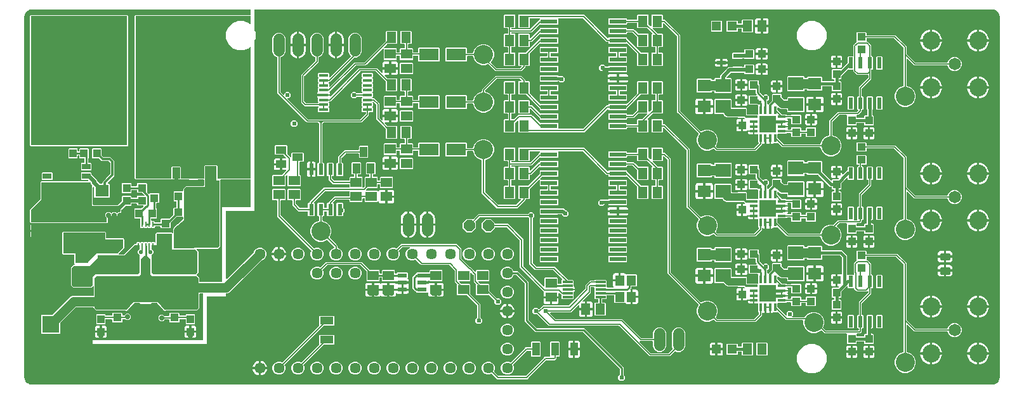
<source format=gbr>
G04 EAGLE Gerber RS-274X export*
G75*
%MOMM*%
%FSLAX34Y34*%
%LPD*%
%INTop Copper*%
%IPPOS*%
%AMOC8*
5,1,8,0,0,1.08239X$1,22.5*%
G01*
%ADD10R,2.286000X2.286000*%
%ADD11R,1.500000X1.300000*%
%ADD12C,1.447800*%
%ADD13R,1.200000X0.400000*%
%ADD14R,2.600000X1.600000*%
%ADD15R,1.300000X1.500000*%
%ADD16C,1.524000*%
%ADD17R,1.100000X1.000000*%
%ADD18R,1.800000X1.600000*%
%ADD19R,1.000000X1.100000*%
%ADD20R,2.540000X2.670000*%
%ADD21R,1.270000X0.800000*%
%ADD22R,2.670000X2.540000*%
%ADD23R,0.800000X1.270000*%
%ADD24R,4.100000X1.850000*%
%ADD25R,4.000000X1.500000*%
%ADD26R,0.250000X0.675000*%
%ADD27R,2.380000X1.650000*%
%ADD28R,1.143000X0.762000*%
%ADD29R,0.990600X1.498600*%
%ADD30R,3.276600X1.498600*%
%ADD31R,1.600000X2.700000*%
%ADD32R,1.000000X1.400000*%
%ADD33R,0.609600X1.524000*%
%ADD34R,1.400000X1.000000*%
%ADD35R,2.200000X0.600000*%
%ADD36R,1.200000X1.400000*%
%ADD37R,1.400000X0.300000*%
%ADD38C,2.540000*%
%ADD39R,1.016000X1.778000*%
%ADD40R,1.200000X0.550000*%
%ADD41P,1.649562X8X22.500000*%
%ADD42R,2.000000X1.800000*%
%ADD43R,0.355600X1.066800*%
%ADD44R,1.066800X0.355600*%
%ADD45R,2.260600X2.260600*%
%ADD46R,1.193800X0.558800*%
%ADD47R,1.200000X1.200000*%
%ADD48R,1.778000X1.016000*%
%ADD49C,1.650000*%
%ADD50C,2.400000*%
%ADD51C,0.250000*%
%ADD52P,0.653764X8X22.500000*%
%ADD53C,0.254000*%
%ADD54C,0.508000*%
%ADD55C,0.604000*%
%ADD56C,0.304800*%
%ADD57C,0.554000*%
%ADD58C,0.406400*%
%ADD59C,0.152400*%
%ADD60C,0.514000*%
%ADD61C,0.203200*%
%ADD62C,1.270000*%
%ADD63C,0.609600*%
%ADD64P,0.556348X8X22.500000*%
%ADD65C,0.200000*%
%ADD66C,1.016000*%

G36*
X781546Y781995D02*
X781546Y781995D01*
X781544Y782067D01*
X781526Y782116D01*
X781518Y782167D01*
X781484Y782231D01*
X781459Y782298D01*
X781427Y782339D01*
X781402Y782385D01*
X781350Y782434D01*
X781306Y782490D01*
X781262Y782518D01*
X781224Y782554D01*
X781159Y782584D01*
X781099Y782623D01*
X781048Y782636D01*
X781001Y782658D01*
X780930Y782666D01*
X780860Y782683D01*
X780808Y782679D01*
X780757Y782685D01*
X780686Y782670D01*
X780615Y782664D01*
X780567Y782644D01*
X780516Y782633D01*
X780455Y782596D01*
X780389Y782568D01*
X780333Y782523D01*
X780305Y782507D01*
X780290Y782489D01*
X780258Y782463D01*
X779496Y781701D01*
X778082Y780287D01*
X754808Y780287D01*
X751077Y784018D01*
X751077Y807292D01*
X754808Y811023D01*
X755872Y811023D01*
X755943Y811034D01*
X756015Y811036D01*
X756064Y811054D01*
X756115Y811062D01*
X756178Y811096D01*
X756246Y811121D01*
X756286Y811153D01*
X756333Y811178D01*
X756382Y811230D01*
X756438Y811274D01*
X756466Y811318D01*
X756502Y811356D01*
X756532Y811421D01*
X756571Y811481D01*
X756584Y811532D01*
X756606Y811579D01*
X756613Y811650D01*
X756618Y811669D01*
X756631Y811720D01*
X756627Y811772D01*
X756633Y811823D01*
X756617Y811894D01*
X756612Y811965D01*
X756591Y812013D01*
X756580Y812064D01*
X756544Y812125D01*
X756515Y812191D01*
X756471Y812247D01*
X756454Y812275D01*
X756436Y812290D01*
X756411Y812322D01*
X755539Y813194D01*
X755539Y823976D01*
X755536Y823996D01*
X755538Y824015D01*
X755516Y824117D01*
X755500Y824219D01*
X755490Y824236D01*
X755486Y824256D01*
X755433Y824345D01*
X755384Y824436D01*
X755370Y824450D01*
X755360Y824467D01*
X755281Y824534D01*
X755206Y824606D01*
X755188Y824614D01*
X755173Y824627D01*
X755077Y824666D01*
X754983Y824709D01*
X754963Y824711D01*
X754945Y824719D01*
X754778Y824737D01*
X740838Y824737D01*
X739647Y825928D01*
X739647Y854282D01*
X740838Y855473D01*
X797132Y855473D01*
X798323Y854282D01*
X798323Y847344D01*
X798326Y847324D01*
X798324Y847305D01*
X798346Y847203D01*
X798362Y847101D01*
X798372Y847084D01*
X798376Y847064D01*
X798429Y846975D01*
X798478Y846884D01*
X798492Y846870D01*
X798502Y846853D01*
X798581Y846786D01*
X798656Y846714D01*
X798674Y846706D01*
X798689Y846693D01*
X798785Y846654D01*
X798879Y846611D01*
X798899Y846609D01*
X798917Y846601D01*
X799084Y846583D01*
X821262Y846583D01*
X822070Y845775D01*
X822453Y845392D01*
X822453Y833548D01*
X821039Y832134D01*
X815197Y826292D01*
X815155Y826234D01*
X815106Y826182D01*
X815084Y826135D01*
X815053Y826093D01*
X815032Y826024D01*
X815002Y825959D01*
X814996Y825907D01*
X814981Y825857D01*
X814983Y825786D01*
X814975Y825715D01*
X814986Y825664D01*
X814987Y825612D01*
X815012Y825544D01*
X815027Y825474D01*
X815054Y825429D01*
X815072Y825381D01*
X815117Y825325D01*
X815153Y825263D01*
X815193Y825229D01*
X815226Y825189D01*
X815286Y825150D01*
X815340Y825103D01*
X815389Y825084D01*
X815433Y825056D01*
X815502Y825038D01*
X815569Y825011D01*
X815640Y825003D01*
X815671Y824995D01*
X815694Y824997D01*
X815735Y824993D01*
X821803Y824993D01*
X821893Y825007D01*
X821984Y825015D01*
X822013Y825027D01*
X822045Y825032D01*
X822126Y825075D01*
X822210Y825111D01*
X822242Y825137D01*
X822263Y825148D01*
X822285Y825171D01*
X822341Y825216D01*
X836088Y838963D01*
X837618Y838963D01*
X837638Y838966D01*
X837657Y838964D01*
X837759Y838986D01*
X837861Y839002D01*
X837878Y839012D01*
X837898Y839016D01*
X837987Y839069D01*
X838078Y839118D01*
X838092Y839132D01*
X838109Y839142D01*
X838176Y839221D01*
X838248Y839296D01*
X838256Y839314D01*
X838269Y839329D01*
X838308Y839425D01*
X838351Y839519D01*
X838353Y839539D01*
X838361Y839557D01*
X838379Y839724D01*
X838379Y840676D01*
X839124Y841421D01*
X842676Y841421D01*
X842862Y841235D01*
X842878Y841224D01*
X842890Y841208D01*
X842978Y841152D01*
X843061Y841092D01*
X843080Y841086D01*
X843097Y841075D01*
X843198Y841050D01*
X843296Y841019D01*
X843316Y841020D01*
X843336Y841015D01*
X843439Y841023D01*
X843542Y841026D01*
X843561Y841033D01*
X843581Y841034D01*
X843676Y841075D01*
X843773Y841110D01*
X843789Y841123D01*
X843807Y841131D01*
X843938Y841235D01*
X844124Y841421D01*
X847676Y841421D01*
X847862Y841235D01*
X847878Y841224D01*
X847890Y841208D01*
X847978Y841152D01*
X848061Y841092D01*
X848080Y841086D01*
X848097Y841075D01*
X848198Y841050D01*
X848296Y841019D01*
X848316Y841020D01*
X848336Y841015D01*
X848439Y841023D01*
X848542Y841026D01*
X848561Y841033D01*
X848581Y841034D01*
X848676Y841075D01*
X848773Y841110D01*
X848789Y841123D01*
X848807Y841131D01*
X848938Y841235D01*
X849124Y841421D01*
X852676Y841421D01*
X852862Y841235D01*
X852878Y841224D01*
X852890Y841208D01*
X852978Y841152D01*
X853061Y841092D01*
X853080Y841086D01*
X853097Y841075D01*
X853198Y841050D01*
X853296Y841019D01*
X853316Y841020D01*
X853336Y841015D01*
X853439Y841023D01*
X853542Y841026D01*
X853561Y841033D01*
X853581Y841034D01*
X853676Y841075D01*
X853773Y841110D01*
X853789Y841123D01*
X853807Y841131D01*
X853938Y841235D01*
X854124Y841421D01*
X857676Y841421D01*
X857862Y841235D01*
X857878Y841224D01*
X857890Y841208D01*
X857978Y841152D01*
X858061Y841092D01*
X858080Y841086D01*
X858097Y841075D01*
X858198Y841050D01*
X858296Y841019D01*
X858316Y841020D01*
X858336Y841015D01*
X858439Y841023D01*
X858542Y841026D01*
X858561Y841033D01*
X858581Y841034D01*
X858676Y841075D01*
X858773Y841110D01*
X858789Y841123D01*
X858807Y841131D01*
X858938Y841235D01*
X859124Y841421D01*
X862676Y841421D01*
X862808Y841289D01*
X862866Y841248D01*
X862918Y841198D01*
X862965Y841176D01*
X863007Y841146D01*
X863076Y841125D01*
X863141Y841094D01*
X863193Y841089D01*
X863243Y841073D01*
X863314Y841075D01*
X863385Y841067D01*
X863436Y841078D01*
X863488Y841080D01*
X863556Y841104D01*
X863626Y841120D01*
X863671Y841146D01*
X863719Y841164D01*
X863775Y841209D01*
X863837Y841246D01*
X863871Y841285D01*
X863911Y841318D01*
X863950Y841378D01*
X863997Y841433D01*
X864016Y841481D01*
X864044Y841525D01*
X864062Y841594D01*
X864089Y841661D01*
X864097Y841732D01*
X864105Y841763D01*
X864103Y841787D01*
X864107Y841828D01*
X864107Y853012D01*
X865298Y854203D01*
X886032Y854203D01*
X886415Y853820D01*
X886473Y853778D01*
X886525Y853729D01*
X886572Y853707D01*
X886614Y853676D01*
X886683Y853655D01*
X886748Y853625D01*
X886800Y853619D01*
X886850Y853604D01*
X886921Y853606D01*
X886992Y853598D01*
X887043Y853609D01*
X887095Y853610D01*
X887163Y853635D01*
X887233Y853650D01*
X887278Y853677D01*
X887326Y853695D01*
X887382Y853740D01*
X887444Y853776D01*
X887478Y853816D01*
X887518Y853849D01*
X887557Y853909D01*
X887604Y853963D01*
X887623Y854012D01*
X887651Y854056D01*
X887669Y854125D01*
X887696Y854192D01*
X887704Y854263D01*
X887712Y854294D01*
X887710Y854317D01*
X887714Y854358D01*
X887714Y859046D01*
X888013Y859345D01*
X888050Y859396D01*
X888094Y859441D01*
X888121Y859496D01*
X888122Y859497D01*
X888127Y859502D01*
X888128Y859505D01*
X888157Y859545D01*
X888175Y859605D01*
X888203Y859661D01*
X888214Y859718D01*
X888219Y859731D01*
X888222Y859755D01*
X888229Y859780D01*
X888229Y859798D01*
X888234Y859826D01*
X888235Y859840D01*
X888233Y859861D01*
X888237Y859897D01*
X888237Y860685D01*
X888245Y860696D01*
X888260Y860745D01*
X888866Y861263D01*
X888879Y861280D01*
X888908Y861303D01*
X889465Y861860D01*
X889479Y861862D01*
X889534Y861892D01*
X889593Y861912D01*
X889668Y861962D01*
X889697Y861978D01*
X889708Y861990D01*
X889732Y862006D01*
X897756Y868883D01*
X897769Y868900D01*
X897798Y868923D01*
X900714Y871839D01*
X900767Y871913D01*
X900827Y871982D01*
X900839Y872013D01*
X900858Y872039D01*
X900885Y872126D01*
X900919Y872211D01*
X900923Y872252D01*
X900930Y872274D01*
X900929Y872306D01*
X900937Y872377D01*
X900937Y874348D01*
X900934Y874368D01*
X900936Y874387D01*
X900914Y874489D01*
X900898Y874591D01*
X900888Y874608D01*
X900884Y874628D01*
X900831Y874717D01*
X900782Y874808D01*
X900768Y874822D01*
X900758Y874839D01*
X900679Y874906D01*
X900604Y874978D01*
X900586Y874986D01*
X900571Y874999D01*
X900475Y875038D01*
X900381Y875081D01*
X900361Y875083D01*
X900343Y875091D01*
X900176Y875109D01*
X892108Y875109D01*
X892018Y875095D01*
X891927Y875087D01*
X891897Y875075D01*
X891865Y875070D01*
X891784Y875027D01*
X891700Y874991D01*
X891668Y874965D01*
X891648Y874954D01*
X891625Y874931D01*
X891569Y874886D01*
X884564Y867881D01*
X884511Y867807D01*
X884451Y867737D01*
X884439Y867707D01*
X884420Y867681D01*
X884393Y867594D01*
X884359Y867509D01*
X884355Y867468D01*
X884348Y867446D01*
X884349Y867414D01*
X884341Y867342D01*
X884341Y861004D01*
X883596Y860259D01*
X871544Y860259D01*
X870799Y861004D01*
X870799Y861723D01*
X870796Y861743D01*
X870798Y861762D01*
X870776Y861864D01*
X870760Y861966D01*
X870750Y861983D01*
X870746Y862003D01*
X870693Y862092D01*
X870644Y862183D01*
X870630Y862197D01*
X870620Y862214D01*
X870541Y862281D01*
X870466Y862353D01*
X870448Y862361D01*
X870433Y862374D01*
X870337Y862413D01*
X870243Y862456D01*
X870223Y862458D01*
X870205Y862466D01*
X870038Y862484D01*
X864182Y862484D01*
X864162Y862481D01*
X864143Y862483D01*
X864041Y862461D01*
X863939Y862445D01*
X863922Y862435D01*
X863902Y862431D01*
X863813Y862378D01*
X863722Y862329D01*
X863708Y862315D01*
X863691Y862305D01*
X863624Y862226D01*
X863552Y862151D01*
X863544Y862133D01*
X863531Y862118D01*
X863492Y862022D01*
X863449Y861928D01*
X863447Y861908D01*
X863439Y861890D01*
X863421Y861723D01*
X863421Y861124D01*
X862676Y860379D01*
X859124Y860379D01*
X858938Y860565D01*
X858922Y860576D01*
X858910Y860592D01*
X858822Y860648D01*
X858739Y860708D01*
X858720Y860714D01*
X858703Y860725D01*
X858602Y860750D01*
X858504Y860781D01*
X858484Y860780D01*
X858464Y860785D01*
X858361Y860777D01*
X858258Y860774D01*
X858239Y860767D01*
X858219Y860766D01*
X858124Y860725D01*
X858027Y860690D01*
X858011Y860677D01*
X857993Y860669D01*
X857862Y860565D01*
X857676Y860379D01*
X854124Y860379D01*
X853938Y860565D01*
X853922Y860576D01*
X853910Y860592D01*
X853822Y860648D01*
X853739Y860708D01*
X853720Y860714D01*
X853703Y860725D01*
X853602Y860750D01*
X853503Y860781D01*
X853483Y860780D01*
X853464Y860785D01*
X853361Y860777D01*
X853258Y860774D01*
X853239Y860767D01*
X853219Y860766D01*
X853124Y860725D01*
X853027Y860690D01*
X853011Y860677D01*
X852993Y860669D01*
X852862Y860565D01*
X852676Y860379D01*
X849124Y860379D01*
X848938Y860565D01*
X848922Y860576D01*
X848910Y860592D01*
X848822Y860648D01*
X848739Y860708D01*
X848720Y860714D01*
X848703Y860725D01*
X848602Y860750D01*
X848504Y860781D01*
X848484Y860780D01*
X848464Y860785D01*
X848361Y860777D01*
X848258Y860774D01*
X848239Y860767D01*
X848219Y860766D01*
X848124Y860725D01*
X848027Y860690D01*
X848011Y860677D01*
X847993Y860669D01*
X847862Y860565D01*
X847676Y860379D01*
X844124Y860379D01*
X843379Y861124D01*
X843379Y863637D01*
X843365Y863727D01*
X843359Y863795D01*
X843359Y872578D01*
X843356Y872598D01*
X843358Y872617D01*
X843336Y872719D01*
X843320Y872821D01*
X843310Y872838D01*
X843306Y872858D01*
X843253Y872947D01*
X843204Y873038D01*
X843190Y873052D01*
X843180Y873069D01*
X843101Y873136D01*
X843026Y873208D01*
X843008Y873216D01*
X842993Y873229D01*
X842897Y873268D01*
X842803Y873311D01*
X842783Y873313D01*
X842765Y873321D01*
X842598Y873339D01*
X836874Y873339D01*
X836129Y874084D01*
X836129Y886136D01*
X836874Y886881D01*
X845262Y886881D01*
X845352Y886895D01*
X845443Y886903D01*
X845473Y886915D01*
X845505Y886920D01*
X845586Y886963D01*
X845670Y886999D01*
X845702Y887025D01*
X845722Y887036D01*
X845745Y887059D01*
X845801Y887104D01*
X848137Y889440D01*
X848178Y889498D01*
X848228Y889550D01*
X848250Y889597D01*
X848280Y889639D01*
X848301Y889708D01*
X848331Y889773D01*
X848337Y889825D01*
X848353Y889875D01*
X848351Y889946D01*
X848359Y890017D01*
X848347Y890068D01*
X848346Y890120D01*
X848322Y890188D01*
X848306Y890258D01*
X848280Y890303D01*
X848262Y890351D01*
X848217Y890407D01*
X848180Y890469D01*
X848141Y890503D01*
X848108Y890543D01*
X848048Y890582D01*
X847993Y890629D01*
X847945Y890648D01*
X847901Y890676D01*
X847832Y890694D01*
X847765Y890721D01*
X847694Y890729D01*
X847663Y890737D01*
X847639Y890735D01*
X847598Y890739D01*
X839794Y890739D01*
X839049Y891484D01*
X839049Y892438D01*
X839046Y892458D01*
X839048Y892477D01*
X839026Y892579D01*
X839010Y892681D01*
X839000Y892698D01*
X838996Y892718D01*
X838943Y892807D01*
X838894Y892898D01*
X838880Y892912D01*
X838870Y892929D01*
X838791Y892996D01*
X838716Y893068D01*
X838698Y893076D01*
X838683Y893089D01*
X838587Y893128D01*
X838493Y893171D01*
X838473Y893173D01*
X838455Y893181D01*
X838288Y893199D01*
X832532Y893199D01*
X832512Y893196D01*
X832493Y893198D01*
X832391Y893176D01*
X832289Y893160D01*
X832272Y893150D01*
X832252Y893146D01*
X832163Y893093D01*
X832072Y893044D01*
X832058Y893030D01*
X832041Y893020D01*
X831974Y892941D01*
X831902Y892866D01*
X831894Y892848D01*
X831881Y892833D01*
X831842Y892737D01*
X831799Y892643D01*
X831797Y892623D01*
X831789Y892605D01*
X831771Y892438D01*
X831771Y890984D01*
X831026Y890239D01*
X824434Y890239D01*
X824344Y890225D01*
X824253Y890217D01*
X824223Y890205D01*
X824191Y890200D01*
X824110Y890157D01*
X824026Y890121D01*
X823994Y890095D01*
X823974Y890084D01*
X823951Y890061D01*
X823896Y890016D01*
X818866Y884986D01*
X818813Y884913D01*
X818753Y884843D01*
X818741Y884813D01*
X818722Y884787D01*
X818695Y884700D01*
X818661Y884615D01*
X818657Y884574D01*
X818650Y884552D01*
X818651Y884519D01*
X818643Y884448D01*
X818643Y867838D01*
X817452Y866647D01*
X698500Y866647D01*
X698480Y866644D01*
X698461Y866646D01*
X698359Y866624D01*
X698265Y866609D01*
X698254Y866611D01*
X698209Y866629D01*
X698081Y866643D01*
X698059Y866647D01*
X698052Y866646D01*
X698042Y866647D01*
X697658Y866647D01*
X696467Y867838D01*
X696467Y884762D01*
X699038Y887333D01*
X710214Y898509D01*
X710267Y898583D01*
X710327Y898652D01*
X710339Y898683D01*
X710358Y898709D01*
X710385Y898796D01*
X710419Y898881D01*
X710423Y898922D01*
X710430Y898944D01*
X710429Y898976D01*
X710437Y899047D01*
X710437Y921592D01*
X711628Y922783D01*
X773728Y922783D01*
X773798Y922794D01*
X773834Y922795D01*
X773870Y922796D01*
X773919Y922814D01*
X773970Y922822D01*
X774034Y922856D01*
X774101Y922881D01*
X774142Y922913D01*
X774188Y922938D01*
X774237Y922989D01*
X774293Y923034D01*
X774321Y923078D01*
X774357Y923116D01*
X774387Y923181D01*
X774426Y923241D01*
X774426Y923242D01*
X774439Y923292D01*
X774456Y923329D01*
X774461Y923339D01*
X774469Y923410D01*
X774486Y923480D01*
X774482Y923532D01*
X774488Y923583D01*
X774474Y923647D01*
X774473Y923654D01*
X774467Y923725D01*
X774453Y923757D01*
X774447Y923773D01*
X774436Y923824D01*
X774420Y923850D01*
X774399Y923885D01*
X774371Y923951D01*
X774333Y923998D01*
X774326Y924007D01*
X774309Y924035D01*
X774292Y924050D01*
X774266Y924082D01*
X774012Y924336D01*
X773938Y924389D01*
X773869Y924449D01*
X773838Y924461D01*
X773812Y924480D01*
X773787Y924488D01*
X773725Y924507D01*
X773640Y924541D01*
X773599Y924545D01*
X773577Y924552D01*
X773545Y924551D01*
X773474Y924559D01*
X765284Y924559D01*
X764539Y925304D01*
X764539Y933976D01*
X765284Y934721D01*
X777766Y934721D01*
X778511Y933976D01*
X778511Y932368D01*
X778525Y932278D01*
X778526Y932276D01*
X778533Y932187D01*
X778545Y932157D01*
X778550Y932125D01*
X778581Y932068D01*
X778593Y932045D01*
X778629Y931961D01*
X778648Y931936D01*
X778655Y931929D01*
X778666Y931908D01*
X778689Y931886D01*
X778734Y931830D01*
X779180Y931383D01*
X779640Y930924D01*
X783378Y927186D01*
X783378Y927185D01*
X783844Y926720D01*
X786131Y924433D01*
X786131Y923332D01*
X786145Y923242D01*
X786153Y923151D01*
X786165Y923121D01*
X786170Y923089D01*
X786213Y923009D01*
X786249Y922925D01*
X786275Y922893D01*
X786286Y922872D01*
X786309Y922850D01*
X786354Y922794D01*
X789094Y920054D01*
X789168Y920001D01*
X789237Y919941D01*
X789267Y919929D01*
X789294Y919910D01*
X789381Y919883D01*
X789465Y919849D01*
X789506Y919845D01*
X789529Y919838D01*
X789561Y919839D01*
X789632Y919831D01*
X792734Y919831D01*
X792754Y919834D01*
X792773Y919832D01*
X792875Y919854D01*
X792977Y919870D01*
X792994Y919880D01*
X793014Y919884D01*
X793103Y919937D01*
X793194Y919986D01*
X793208Y920000D01*
X793225Y920010D01*
X793292Y920089D01*
X793364Y920164D01*
X793372Y920182D01*
X793385Y920197D01*
X793424Y920293D01*
X793467Y920387D01*
X793469Y920407D01*
X793477Y920425D01*
X793495Y920592D01*
X793495Y922217D01*
X795355Y924077D01*
X797998Y926720D01*
X803404Y932126D01*
X803457Y932200D01*
X803517Y932270D01*
X803529Y932300D01*
X803548Y932326D01*
X803575Y932413D01*
X803609Y932498D01*
X803613Y932539D01*
X803620Y932561D01*
X803619Y932593D01*
X803627Y932664D01*
X803627Y947296D01*
X803613Y947386D01*
X803605Y947477D01*
X803593Y947507D01*
X803588Y947539D01*
X803545Y947619D01*
X803509Y947703D01*
X803483Y947735D01*
X803472Y947756D01*
X803449Y947778D01*
X803404Y947834D01*
X801784Y949454D01*
X801710Y949507D01*
X801641Y949567D01*
X801610Y949579D01*
X801584Y949598D01*
X801497Y949625D01*
X801412Y949659D01*
X801372Y949663D01*
X801349Y949670D01*
X801317Y949669D01*
X801246Y949677D01*
X792230Y949677D01*
X791507Y950400D01*
X788781Y953126D01*
X788707Y953179D01*
X788638Y953239D01*
X788608Y953251D01*
X788582Y953270D01*
X788553Y953279D01*
X788495Y953297D01*
X788434Y953321D01*
X788410Y953331D01*
X788369Y953335D01*
X788347Y953342D01*
X788314Y953341D01*
X788243Y953349D01*
X780214Y953349D01*
X779469Y954094D01*
X779469Y966146D01*
X780214Y966891D01*
X791266Y966891D01*
X792011Y966146D01*
X792011Y958117D01*
X792025Y958027D01*
X792033Y957936D01*
X792045Y957906D01*
X792050Y957874D01*
X792093Y957794D01*
X792129Y957710D01*
X792155Y957677D01*
X792166Y957657D01*
X792189Y957635D01*
X792234Y957579D01*
X794323Y955490D01*
X794397Y955437D01*
X794466Y955377D01*
X794496Y955365D01*
X794522Y955346D01*
X794610Y955319D01*
X794694Y955285D01*
X794735Y955281D01*
X794757Y955274D01*
X794790Y955275D01*
X794861Y955267D01*
X803876Y955267D01*
X805736Y953407D01*
X807357Y951786D01*
X809217Y949926D01*
X809217Y930034D01*
X800313Y921130D01*
X800271Y921072D01*
X800222Y921020D01*
X800200Y920973D01*
X800170Y920931D01*
X800148Y920862D01*
X800118Y920797D01*
X800113Y920745D01*
X800097Y920695D01*
X800099Y920624D01*
X800091Y920553D01*
X800102Y920502D01*
X800104Y920450D01*
X800128Y920382D01*
X800143Y920312D01*
X800170Y920267D01*
X800188Y920219D01*
X800233Y920163D01*
X800270Y920101D01*
X800309Y920067D01*
X800342Y920027D01*
X800402Y919988D01*
X800457Y919941D01*
X800505Y919922D01*
X800549Y919894D01*
X800618Y919876D01*
X800685Y919849D01*
X800756Y919841D01*
X800787Y919833D01*
X800810Y919835D01*
X800851Y919831D01*
X802006Y919831D01*
X802751Y919086D01*
X802751Y902034D01*
X802006Y901289D01*
X782954Y901289D01*
X782209Y902034D01*
X782209Y914408D01*
X782208Y914417D01*
X782207Y914422D01*
X782208Y914435D01*
X782195Y914497D01*
X782195Y914498D01*
X782187Y914589D01*
X782175Y914619D01*
X782170Y914651D01*
X782127Y914731D01*
X782091Y914815D01*
X782065Y914847D01*
X782054Y914868D01*
X782031Y914890D01*
X781986Y914946D01*
X781842Y915090D01*
X781784Y915132D01*
X781732Y915181D01*
X781685Y915203D01*
X781643Y915234D01*
X781574Y915255D01*
X781509Y915285D01*
X781457Y915291D01*
X781408Y915306D01*
X781336Y915304D01*
X781265Y915312D01*
X781214Y915301D01*
X781162Y915300D01*
X781094Y915275D01*
X781024Y915260D01*
X780979Y915233D01*
X780931Y915215D01*
X780875Y915170D01*
X780813Y915134D01*
X780779Y915094D01*
X780739Y915062D01*
X780700Y915001D01*
X780653Y914947D01*
X780634Y914898D01*
X780606Y914855D01*
X780588Y914785D01*
X780561Y914719D01*
X780553Y914647D01*
X780545Y914616D01*
X780547Y914593D01*
X780543Y914552D01*
X780543Y891794D01*
X780546Y891774D01*
X780544Y891755D01*
X780566Y891653D01*
X780582Y891551D01*
X780592Y891534D01*
X780596Y891514D01*
X780649Y891425D01*
X780698Y891334D01*
X780712Y891320D01*
X780722Y891303D01*
X780801Y891236D01*
X780876Y891164D01*
X780894Y891156D01*
X780909Y891143D01*
X781005Y891104D01*
X781099Y891061D01*
X781119Y891059D01*
X781137Y891051D01*
X781304Y891033D01*
X813818Y891033D01*
X813908Y891047D01*
X813999Y891055D01*
X814029Y891067D01*
X814061Y891072D01*
X814142Y891115D01*
X814226Y891151D01*
X814258Y891177D01*
X814278Y891188D01*
X814301Y891211D01*
X814356Y891256D01*
X819006Y895906D01*
X819059Y895979D01*
X819119Y896049D01*
X819131Y896079D01*
X819150Y896105D01*
X819177Y896192D01*
X819211Y896277D01*
X819215Y896318D01*
X819222Y896340D01*
X819221Y896373D01*
X819229Y896444D01*
X819229Y903036D01*
X819974Y903781D01*
X831026Y903781D01*
X831771Y903036D01*
X831771Y901582D01*
X831774Y901562D01*
X831772Y901543D01*
X831794Y901441D01*
X831810Y901339D01*
X831820Y901322D01*
X831824Y901302D01*
X831877Y901213D01*
X831926Y901122D01*
X831940Y901108D01*
X831950Y901091D01*
X832029Y901024D01*
X832104Y900952D01*
X832122Y900944D01*
X832137Y900931D01*
X832233Y900892D01*
X832327Y900849D01*
X832347Y900847D01*
X832365Y900839D01*
X832532Y900821D01*
X838288Y900821D01*
X838308Y900824D01*
X838327Y900822D01*
X838429Y900844D01*
X838531Y900860D01*
X838548Y900870D01*
X838568Y900874D01*
X838657Y900927D01*
X838748Y900976D01*
X838762Y900990D01*
X838779Y901000D01*
X838846Y901079D01*
X838918Y901154D01*
X838926Y901172D01*
X838939Y901187D01*
X838978Y901283D01*
X839021Y901377D01*
X839023Y901397D01*
X839031Y901415D01*
X839049Y901582D01*
X839049Y902536D01*
X839794Y903281D01*
X848570Y903281D01*
X848640Y903292D01*
X848712Y903294D01*
X848761Y903312D01*
X848812Y903320D01*
X848876Y903354D01*
X848943Y903379D01*
X848984Y903411D01*
X849030Y903436D01*
X849079Y903487D01*
X849135Y903532D01*
X849163Y903576D01*
X849199Y903614D01*
X849229Y903679D01*
X849268Y903739D01*
X849281Y903790D01*
X849303Y903837D01*
X849311Y903908D01*
X849328Y903978D01*
X849324Y904030D01*
X849330Y904081D01*
X849315Y904152D01*
X849309Y904223D01*
X849289Y904271D01*
X849278Y904322D01*
X849241Y904383D01*
X849213Y904449D01*
X849168Y904505D01*
X849151Y904533D01*
X849134Y904548D01*
X849108Y904580D01*
X846172Y907516D01*
X846098Y907569D01*
X846028Y907629D01*
X845998Y907641D01*
X845972Y907660D01*
X845885Y907687D01*
X845800Y907721D01*
X845759Y907725D01*
X845737Y907732D01*
X845705Y907731D01*
X845634Y907739D01*
X839794Y907739D01*
X839049Y908484D01*
X839049Y910708D01*
X839046Y910728D01*
X839048Y910747D01*
X839026Y910849D01*
X839010Y910951D01*
X839000Y910968D01*
X838996Y910988D01*
X838943Y911077D01*
X838894Y911168D01*
X838880Y911182D01*
X838870Y911199D01*
X838791Y911266D01*
X838716Y911338D01*
X838698Y911346D01*
X838683Y911359D01*
X838587Y911398D01*
X838493Y911441D01*
X838473Y911443D01*
X838455Y911451D01*
X838288Y911469D01*
X832532Y911469D01*
X832512Y911466D01*
X832493Y911468D01*
X832391Y911446D01*
X832289Y911430D01*
X832272Y911420D01*
X832252Y911416D01*
X832163Y911363D01*
X832072Y911314D01*
X832058Y911300D01*
X832041Y911290D01*
X831974Y911211D01*
X831902Y911136D01*
X831894Y911118D01*
X831881Y911103D01*
X831842Y911007D01*
X831799Y910913D01*
X831797Y910893D01*
X831789Y910875D01*
X831771Y910708D01*
X831771Y907984D01*
X831026Y907239D01*
X819974Y907239D01*
X819229Y907984D01*
X819229Y920036D01*
X819974Y920781D01*
X831026Y920781D01*
X831771Y920036D01*
X831771Y917312D01*
X831774Y917292D01*
X831772Y917273D01*
X831794Y917171D01*
X831810Y917069D01*
X831820Y917052D01*
X831824Y917032D01*
X831877Y916943D01*
X831926Y916852D01*
X831940Y916838D01*
X831950Y916821D01*
X832029Y916754D01*
X832104Y916682D01*
X832122Y916674D01*
X832137Y916661D01*
X832233Y916622D01*
X832327Y916579D01*
X832347Y916577D01*
X832365Y916569D01*
X832532Y916551D01*
X838288Y916551D01*
X838308Y916554D01*
X838327Y916552D01*
X838429Y916574D01*
X838531Y916590D01*
X838548Y916600D01*
X838568Y916604D01*
X838657Y916657D01*
X838748Y916706D01*
X838762Y916720D01*
X838779Y916730D01*
X838846Y916809D01*
X838918Y916884D01*
X838926Y916902D01*
X838939Y916917D01*
X838978Y917013D01*
X839021Y917107D01*
X839023Y917127D01*
X839031Y917145D01*
X839049Y917312D01*
X839049Y919536D01*
X839794Y920281D01*
X851846Y920281D01*
X852591Y919536D01*
X852591Y908599D01*
X852605Y908509D01*
X852613Y908418D01*
X852625Y908388D01*
X852630Y908356D01*
X852657Y908306D01*
X852673Y908276D01*
X852709Y908192D01*
X852735Y908160D01*
X852746Y908139D01*
X852769Y908117D01*
X852814Y908061D01*
X854895Y905979D01*
X854912Y905967D01*
X854924Y905952D01*
X855011Y905896D01*
X855052Y905866D01*
X855095Y905835D01*
X855114Y905830D01*
X855131Y905819D01*
X855231Y905794D01*
X855330Y905763D01*
X855350Y905764D01*
X855369Y905759D01*
X855472Y905767D01*
X855576Y905770D01*
X855595Y905776D01*
X855615Y905778D01*
X855701Y905815D01*
X855709Y905818D01*
X855807Y905854D01*
X855823Y905866D01*
X855841Y905874D01*
X855972Y905979D01*
X856694Y906701D01*
X868746Y906701D01*
X869491Y905956D01*
X869491Y894904D01*
X868746Y894159D01*
X866022Y894159D01*
X866002Y894156D01*
X865983Y894158D01*
X865881Y894136D01*
X865779Y894120D01*
X865762Y894110D01*
X865742Y894106D01*
X865653Y894053D01*
X865562Y894004D01*
X865548Y893990D01*
X865531Y893980D01*
X865464Y893901D01*
X865392Y893826D01*
X865384Y893808D01*
X865371Y893793D01*
X865332Y893697D01*
X865289Y893603D01*
X865287Y893583D01*
X865279Y893565D01*
X865261Y893398D01*
X865261Y886862D01*
X865275Y886772D01*
X865283Y886681D01*
X865295Y886651D01*
X865300Y886619D01*
X865343Y886538D01*
X865379Y886454D01*
X865405Y886422D01*
X865416Y886402D01*
X865439Y886379D01*
X865484Y886323D01*
X865671Y886136D01*
X865671Y874084D01*
X864926Y873339D01*
X859202Y873339D01*
X859182Y873336D01*
X859163Y873338D01*
X859061Y873316D01*
X858959Y873300D01*
X858942Y873290D01*
X858922Y873286D01*
X858833Y873233D01*
X858742Y873184D01*
X858728Y873170D01*
X858711Y873160D01*
X858644Y873081D01*
X858572Y873006D01*
X858564Y872988D01*
X858551Y872973D01*
X858512Y872877D01*
X858469Y872783D01*
X858467Y872763D01*
X858459Y872745D01*
X858441Y872578D01*
X858441Y870432D01*
X858444Y870412D01*
X858442Y870393D01*
X858464Y870291D01*
X858480Y870189D01*
X858490Y870172D01*
X858494Y870152D01*
X858547Y870063D01*
X858596Y869972D01*
X858610Y869958D01*
X858620Y869941D01*
X858699Y869874D01*
X858774Y869802D01*
X858792Y869794D01*
X858807Y869781D01*
X858903Y869742D01*
X858997Y869699D01*
X859017Y869697D01*
X859035Y869689D01*
X859202Y869671D01*
X862676Y869671D01*
X863421Y868926D01*
X863421Y868327D01*
X863424Y868310D01*
X863422Y868294D01*
X863422Y868292D01*
X863422Y868288D01*
X863444Y868186D01*
X863460Y868084D01*
X863470Y868067D01*
X863474Y868047D01*
X863527Y867958D01*
X863576Y867867D01*
X863590Y867853D01*
X863600Y867836D01*
X863679Y867769D01*
X863754Y867697D01*
X863772Y867689D01*
X863787Y867676D01*
X863883Y867637D01*
X863977Y867594D01*
X863997Y867592D01*
X864015Y867584D01*
X864182Y867566D01*
X870038Y867566D01*
X870058Y867569D01*
X870077Y867567D01*
X870179Y867589D01*
X870281Y867605D01*
X870298Y867615D01*
X870318Y867619D01*
X870407Y867672D01*
X870498Y867721D01*
X870512Y867735D01*
X870529Y867745D01*
X870596Y867824D01*
X870668Y867899D01*
X870676Y867917D01*
X870689Y867932D01*
X870728Y868028D01*
X870771Y868122D01*
X870773Y868142D01*
X870781Y868160D01*
X870799Y868327D01*
X870799Y872056D01*
X871544Y872801D01*
X881982Y872801D01*
X882072Y872815D01*
X882163Y872823D01*
X882193Y872835D01*
X882225Y872840D01*
X882306Y872883D01*
X882390Y872919D01*
X882422Y872945D01*
X882442Y872956D01*
X882465Y872979D01*
X882521Y873024D01*
X887476Y877979D01*
X887529Y878053D01*
X887589Y878123D01*
X887601Y878153D01*
X887620Y878179D01*
X887647Y878266D01*
X887681Y878351D01*
X887685Y878392D01*
X887692Y878414D01*
X887691Y878446D01*
X887699Y878518D01*
X887699Y886906D01*
X888444Y887651D01*
X891168Y887651D01*
X891188Y887654D01*
X891207Y887652D01*
X891309Y887674D01*
X891411Y887690D01*
X891428Y887700D01*
X891448Y887704D01*
X891537Y887757D01*
X891628Y887806D01*
X891642Y887820D01*
X891659Y887830D01*
X891726Y887909D01*
X891798Y887984D01*
X891806Y888002D01*
X891819Y888017D01*
X891858Y888113D01*
X891901Y888207D01*
X891903Y888227D01*
X891911Y888245D01*
X891929Y888412D01*
X891929Y895438D01*
X891926Y895458D01*
X891928Y895477D01*
X891906Y895579D01*
X891890Y895681D01*
X891880Y895698D01*
X891876Y895718D01*
X891823Y895807D01*
X891774Y895898D01*
X891760Y895912D01*
X891750Y895929D01*
X891671Y895996D01*
X891596Y896068D01*
X891578Y896076D01*
X891563Y896089D01*
X891467Y896128D01*
X891373Y896171D01*
X891353Y896173D01*
X891335Y896181D01*
X891168Y896199D01*
X888944Y896199D01*
X888199Y896944D01*
X888199Y908996D01*
X888944Y909741D01*
X900176Y909741D01*
X900196Y909744D01*
X900215Y909742D01*
X900317Y909764D01*
X900419Y909780D01*
X900436Y909790D01*
X900456Y909794D01*
X900545Y909847D01*
X900636Y909896D01*
X900650Y909910D01*
X900667Y909920D01*
X900734Y909999D01*
X900806Y910074D01*
X900814Y910092D01*
X900827Y910107D01*
X900866Y910203D01*
X900909Y910297D01*
X900911Y910317D01*
X900919Y910335D01*
X900937Y910502D01*
X900937Y912702D01*
X904668Y916433D01*
X928116Y916433D01*
X928136Y916436D01*
X928155Y916434D01*
X928257Y916456D01*
X928359Y916472D01*
X928376Y916482D01*
X928396Y916486D01*
X928485Y916539D01*
X928576Y916588D01*
X928590Y916602D01*
X928607Y916612D01*
X928674Y916691D01*
X928746Y916766D01*
X928754Y916784D01*
X928767Y916799D01*
X928806Y916895D01*
X928849Y916989D01*
X928851Y917009D01*
X928859Y917027D01*
X928877Y917194D01*
X928877Y924306D01*
X928875Y924320D01*
X928876Y924331D01*
X928875Y924336D01*
X928876Y924345D01*
X928854Y924447D01*
X928838Y924549D01*
X928828Y924566D01*
X928824Y924586D01*
X928771Y924675D01*
X928722Y924766D01*
X928708Y924780D01*
X928698Y924797D01*
X928619Y924864D01*
X928544Y924936D01*
X928526Y924944D01*
X928511Y924957D01*
X928415Y924996D01*
X928321Y925039D01*
X928301Y925041D01*
X928283Y925049D01*
X928116Y925067D01*
X920322Y925067D01*
X920232Y925053D01*
X920141Y925045D01*
X920111Y925033D01*
X920079Y925028D01*
X919998Y924985D01*
X919914Y924949D01*
X919903Y924940D01*
X908893Y924940D01*
X908873Y924957D01*
X908843Y924969D01*
X908817Y924988D01*
X908730Y925015D01*
X908645Y925049D01*
X908604Y925053D01*
X908582Y925060D01*
X908550Y925059D01*
X908478Y925067D01*
X837358Y925067D01*
X836167Y926258D01*
X836167Y1143842D01*
X837358Y1145033D01*
X990600Y1145033D01*
X990620Y1145036D01*
X990639Y1145034D01*
X990741Y1145056D01*
X990843Y1145072D01*
X990860Y1145082D01*
X990880Y1145086D01*
X990969Y1145139D01*
X991060Y1145188D01*
X991074Y1145202D01*
X991091Y1145212D01*
X991158Y1145291D01*
X991230Y1145366D01*
X991238Y1145384D01*
X991251Y1145399D01*
X991290Y1145495D01*
X991333Y1145589D01*
X991335Y1145609D01*
X991343Y1145627D01*
X991361Y1145794D01*
X991361Y1151636D01*
X991358Y1151656D01*
X991360Y1151675D01*
X991338Y1151777D01*
X991322Y1151879D01*
X991312Y1151896D01*
X991308Y1151916D01*
X991255Y1152005D01*
X991206Y1152096D01*
X991192Y1152110D01*
X991182Y1152127D01*
X991103Y1152194D01*
X991028Y1152266D01*
X991010Y1152274D01*
X990995Y1152287D01*
X990899Y1152326D01*
X990805Y1152369D01*
X990785Y1152371D01*
X990767Y1152379D01*
X990600Y1152397D01*
X698500Y1152397D01*
X698474Y1152393D01*
X698425Y1152394D01*
X696741Y1152228D01*
X696713Y1152220D01*
X696685Y1152220D01*
X696524Y1152173D01*
X693411Y1150884D01*
X693355Y1150849D01*
X693295Y1150824D01*
X693230Y1150772D01*
X693202Y1150754D01*
X693189Y1150739D01*
X693164Y1150719D01*
X690781Y1148336D01*
X690743Y1148283D01*
X690697Y1148236D01*
X690657Y1148163D01*
X690638Y1148136D01*
X690632Y1148118D01*
X690616Y1148089D01*
X689327Y1144976D01*
X689320Y1144949D01*
X689307Y1144924D01*
X689272Y1144759D01*
X689106Y1143075D01*
X689108Y1143048D01*
X689103Y1143000D01*
X689103Y660400D01*
X689107Y660374D01*
X689106Y660325D01*
X689272Y658641D01*
X689280Y658613D01*
X689280Y658585D01*
X689327Y658424D01*
X690616Y655311D01*
X690651Y655255D01*
X690676Y655195D01*
X690728Y655130D01*
X690746Y655102D01*
X690761Y655089D01*
X690781Y655064D01*
X693164Y652681D01*
X693217Y652643D01*
X693264Y652597D01*
X693337Y652557D01*
X693364Y652538D01*
X693382Y652532D01*
X693411Y652516D01*
X696524Y651227D01*
X696551Y651220D01*
X696576Y651207D01*
X696741Y651172D01*
X698425Y651006D01*
X698452Y651008D01*
X698500Y651003D01*
X1981200Y651003D01*
X1981226Y651007D01*
X1981275Y651006D01*
X1982959Y651172D01*
X1982987Y651180D01*
X1983015Y651180D01*
X1983176Y651227D01*
X1986289Y652516D01*
X1986345Y652551D01*
X1986405Y652576D01*
X1986470Y652628D01*
X1986498Y652646D01*
X1986511Y652661D01*
X1986536Y652681D01*
X1988919Y655064D01*
X1988957Y655117D01*
X1989003Y655164D01*
X1989043Y655237D01*
X1989062Y655264D01*
X1989068Y655282D01*
X1989084Y655311D01*
X1990373Y658424D01*
X1990380Y658451D01*
X1990393Y658476D01*
X1990428Y658641D01*
X1990594Y660325D01*
X1990592Y660352D01*
X1990597Y660400D01*
X1990597Y1143000D01*
X1990593Y1143026D01*
X1990594Y1143075D01*
X1990428Y1144759D01*
X1990420Y1144787D01*
X1990420Y1144815D01*
X1990373Y1144976D01*
X1989084Y1148089D01*
X1989049Y1148145D01*
X1989024Y1148205D01*
X1988972Y1148270D01*
X1988954Y1148298D01*
X1988939Y1148311D01*
X1988919Y1148336D01*
X1986536Y1150719D01*
X1986483Y1150757D01*
X1986436Y1150803D01*
X1986363Y1150843D01*
X1986336Y1150862D01*
X1986318Y1150868D01*
X1986289Y1150884D01*
X1983176Y1152173D01*
X1983149Y1152180D01*
X1983124Y1152193D01*
X1982959Y1152228D01*
X1981275Y1152394D01*
X1981248Y1152392D01*
X1981200Y1152397D01*
X996950Y1152397D01*
X996930Y1152394D01*
X996911Y1152396D01*
X996809Y1152374D01*
X996707Y1152358D01*
X996690Y1152348D01*
X996670Y1152344D01*
X996581Y1152291D01*
X996490Y1152242D01*
X996476Y1152228D01*
X996459Y1152218D01*
X996392Y1152139D01*
X996321Y1152064D01*
X996312Y1152046D01*
X996299Y1152031D01*
X996260Y1151935D01*
X996217Y1151841D01*
X996215Y1151821D01*
X996207Y1151803D01*
X996189Y1151636D01*
X996189Y1124708D01*
X996199Y1124643D01*
X996200Y1124578D01*
X996223Y1124498D01*
X996229Y1124465D01*
X996238Y1124448D01*
X996247Y1124417D01*
X997459Y1121490D01*
X997459Y1113710D01*
X996247Y1110783D01*
X996232Y1110720D01*
X996207Y1110659D01*
X996198Y1110576D01*
X996191Y1110544D01*
X996192Y1110525D01*
X996189Y1110492D01*
X996189Y883411D01*
X958850Y883411D01*
X958830Y883408D01*
X958811Y883410D01*
X958709Y883388D01*
X958607Y883372D01*
X958590Y883362D01*
X958570Y883358D01*
X958481Y883305D01*
X958390Y883256D01*
X958376Y883242D01*
X958359Y883232D01*
X958292Y883153D01*
X958221Y883078D01*
X958212Y883060D01*
X958199Y883045D01*
X958160Y882949D01*
X958117Y882855D01*
X958115Y882835D01*
X958107Y882817D01*
X958089Y882650D01*
X958089Y792904D01*
X958100Y792833D01*
X958102Y792761D01*
X958120Y792712D01*
X958129Y792661D01*
X958162Y792598D01*
X958187Y792530D01*
X958219Y792490D01*
X958244Y792444D01*
X958295Y792394D01*
X958340Y792338D01*
X958384Y792310D01*
X958422Y792274D01*
X958487Y792244D01*
X958547Y792205D01*
X958598Y792193D01*
X958645Y792171D01*
X958716Y792163D01*
X958786Y792145D01*
X958838Y792149D01*
X958889Y792144D01*
X958960Y792159D01*
X959031Y792164D01*
X959079Y792185D01*
X959130Y792196D01*
X959191Y792233D01*
X959257Y792261D01*
X959313Y792306D01*
X959341Y792322D01*
X959356Y792340D01*
X959388Y792366D01*
X995090Y828067D01*
X995128Y828120D01*
X995174Y828167D01*
X995214Y828240D01*
X995233Y828267D01*
X995239Y828285D01*
X995255Y828314D01*
X996086Y830320D01*
X998480Y832714D01*
X1001607Y834010D01*
X1004993Y834010D01*
X1008120Y832714D01*
X1010514Y830320D01*
X1011810Y827193D01*
X1011810Y823807D01*
X1010514Y820680D01*
X1008120Y818286D01*
X1006114Y817455D01*
X1006058Y817420D01*
X1005998Y817395D01*
X1005933Y817343D01*
X1005905Y817325D01*
X1005892Y817310D01*
X1005867Y817290D01*
X964948Y776370D01*
X962697Y774119D01*
X959896Y772959D01*
X958850Y772959D01*
X958830Y772956D01*
X958811Y772958D01*
X958709Y772936D01*
X958607Y772920D01*
X958590Y772910D01*
X958570Y772906D01*
X958481Y772853D01*
X958390Y772804D01*
X958376Y772790D01*
X958359Y772780D01*
X958292Y772701D01*
X958221Y772626D01*
X958212Y772608D01*
X958199Y772593D01*
X958160Y772497D01*
X958117Y772403D01*
X958115Y772383D01*
X958107Y772365D01*
X958089Y772198D01*
X958089Y769111D01*
X933450Y769111D01*
X933430Y769108D01*
X933411Y769110D01*
X933309Y769088D01*
X933207Y769072D01*
X933190Y769062D01*
X933170Y769058D01*
X933081Y769005D01*
X932990Y768956D01*
X932976Y768942D01*
X932959Y768932D01*
X932892Y768853D01*
X932821Y768778D01*
X932812Y768760D01*
X932799Y768745D01*
X932760Y768649D01*
X932717Y768555D01*
X932715Y768535D01*
X932707Y768517D01*
X932689Y768350D01*
X932689Y705611D01*
X780541Y705611D01*
X780541Y710439D01*
X927100Y710439D01*
X927120Y710442D01*
X927139Y710440D01*
X927241Y710462D01*
X927343Y710479D01*
X927360Y710488D01*
X927380Y710492D01*
X927469Y710545D01*
X927560Y710594D01*
X927574Y710608D01*
X927591Y710618D01*
X927658Y710697D01*
X927730Y710772D01*
X927738Y710790D01*
X927751Y710805D01*
X927790Y710901D01*
X927833Y710995D01*
X927835Y711015D01*
X927843Y711033D01*
X927861Y711200D01*
X927861Y772198D01*
X927858Y772218D01*
X927860Y772237D01*
X927838Y772339D01*
X927822Y772441D01*
X927812Y772458D01*
X927808Y772478D01*
X927755Y772567D01*
X927706Y772658D01*
X927692Y772672D01*
X927682Y772689D01*
X927603Y772756D01*
X927528Y772828D01*
X927510Y772836D01*
X927495Y772849D01*
X927399Y772888D01*
X927305Y772931D01*
X927285Y772933D01*
X927267Y772941D01*
X927100Y772959D01*
X923544Y772959D01*
X923524Y772956D01*
X923505Y772958D01*
X923403Y772936D01*
X923301Y772920D01*
X923284Y772910D01*
X923264Y772906D01*
X923175Y772853D01*
X923084Y772804D01*
X923070Y772790D01*
X923053Y772780D01*
X922986Y772701D01*
X922914Y772626D01*
X922906Y772608D01*
X922893Y772593D01*
X922854Y772497D01*
X922811Y772403D01*
X922809Y772383D01*
X922801Y772365D01*
X922783Y772198D01*
X922783Y753538D01*
X919052Y749807D01*
X877350Y749807D01*
X877284Y749797D01*
X877218Y749796D01*
X877164Y749777D01*
X877107Y749768D01*
X877076Y749751D01*
X876258Y749806D01*
X876239Y749804D01*
X876207Y749807D01*
X875394Y749807D01*
X875372Y749814D01*
X874831Y750431D01*
X874817Y750444D01*
X874797Y750468D01*
X874222Y751043D01*
X874197Y751091D01*
X874175Y751154D01*
X874128Y751221D01*
X874112Y751250D01*
X874098Y751264D01*
X874079Y751291D01*
X866715Y759707D01*
X866626Y759781D01*
X866537Y759857D01*
X866531Y759859D01*
X866525Y759864D01*
X866418Y759905D01*
X866309Y759949D01*
X866301Y759950D01*
X866296Y759952D01*
X866276Y759952D01*
X866142Y759967D01*
X859202Y759967D01*
X859182Y759964D01*
X859163Y759966D01*
X859061Y759944D01*
X858959Y759928D01*
X858942Y759918D01*
X858922Y759914D01*
X858833Y759861D01*
X858742Y759812D01*
X858728Y759798D01*
X858711Y759788D01*
X858644Y759709D01*
X858572Y759634D01*
X858564Y759616D01*
X858551Y759601D01*
X858512Y759505D01*
X858469Y759411D01*
X858467Y759391D01*
X858459Y759373D01*
X858441Y759206D01*
X858441Y758951D01*
X843359Y758951D01*
X843359Y759206D01*
X843356Y759226D01*
X843358Y759245D01*
X843336Y759347D01*
X843320Y759449D01*
X843310Y759466D01*
X843306Y759486D01*
X843253Y759575D01*
X843204Y759666D01*
X843190Y759680D01*
X843180Y759697D01*
X843101Y759764D01*
X843026Y759836D01*
X843008Y759844D01*
X842993Y759857D01*
X842897Y759896D01*
X842803Y759939D01*
X842783Y759941D01*
X842765Y759949D01*
X842598Y759967D01*
X835658Y759967D01*
X835543Y759949D01*
X835428Y759932D01*
X835422Y759929D01*
X835415Y759928D01*
X835313Y759874D01*
X835209Y759821D01*
X835202Y759815D01*
X835198Y759812D01*
X835184Y759798D01*
X835085Y759707D01*
X827721Y751291D01*
X827686Y751235D01*
X827643Y751185D01*
X827622Y751132D01*
X827591Y751083D01*
X827583Y751048D01*
X827003Y750468D01*
X826992Y750453D01*
X826969Y750431D01*
X826433Y749820D01*
X826413Y749807D01*
X825593Y749807D01*
X825574Y749804D01*
X825542Y749806D01*
X824731Y749752D01*
X824678Y749764D01*
X824617Y749789D01*
X824536Y749798D01*
X824503Y749805D01*
X824484Y749804D01*
X824450Y749807D01*
X785288Y749807D01*
X781557Y753538D01*
X781557Y753618D01*
X781554Y753638D01*
X781556Y753657D01*
X781534Y753759D01*
X781518Y753861D01*
X781508Y753878D01*
X781504Y753898D01*
X781451Y753987D01*
X781402Y754078D01*
X781388Y754092D01*
X781378Y754109D01*
X781299Y754176D01*
X781224Y754248D01*
X781206Y754256D01*
X781191Y754269D01*
X781095Y754308D01*
X781001Y754351D01*
X780981Y754353D01*
X780963Y754361D01*
X780796Y754379D01*
X757915Y754379D01*
X757825Y754365D01*
X757734Y754357D01*
X757705Y754345D01*
X757673Y754340D01*
X757592Y754297D01*
X757508Y754261D01*
X757476Y754235D01*
X757455Y754224D01*
X757433Y754201D01*
X757377Y754156D01*
X736824Y733603D01*
X736771Y733529D01*
X736711Y733459D01*
X736699Y733429D01*
X736680Y733403D01*
X736653Y733316D01*
X736619Y733231D01*
X736615Y733190D01*
X736608Y733168D01*
X736609Y733136D01*
X736601Y733065D01*
X736601Y719500D01*
X735856Y718756D01*
X711944Y718756D01*
X711199Y719500D01*
X711199Y743413D01*
X711944Y744157D01*
X725508Y744157D01*
X725598Y744172D01*
X725689Y744179D01*
X725719Y744192D01*
X725751Y744197D01*
X725832Y744240D01*
X725915Y744275D01*
X725948Y744301D01*
X725968Y744312D01*
X725990Y744335D01*
X726046Y744380D01*
X747876Y766210D01*
X750127Y768461D01*
X752928Y769621D01*
X780796Y769621D01*
X780816Y769624D01*
X780835Y769622D01*
X780937Y769644D01*
X781039Y769660D01*
X781056Y769670D01*
X781076Y769674D01*
X781165Y769727D01*
X781256Y769776D01*
X781270Y769790D01*
X781287Y769800D01*
X781354Y769879D01*
X781426Y769954D01*
X781434Y769972D01*
X781447Y769987D01*
X781486Y770083D01*
X781529Y770177D01*
X781531Y770197D01*
X781539Y770215D01*
X781557Y770382D01*
X781557Y781925D01*
X781546Y781995D01*
G37*
G36*
X884575Y926342D02*
X884575Y926342D01*
X884594Y926340D01*
X884696Y926362D01*
X884798Y926379D01*
X884815Y926388D01*
X884835Y926392D01*
X884924Y926445D01*
X885015Y926494D01*
X885029Y926508D01*
X885046Y926518D01*
X885113Y926597D01*
X885185Y926672D01*
X885193Y926690D01*
X885206Y926705D01*
X885245Y926801D01*
X885288Y926895D01*
X885290Y926915D01*
X885298Y926933D01*
X885316Y927100D01*
X885316Y941723D01*
X886061Y942468D01*
X897019Y942468D01*
X897764Y941723D01*
X897764Y927100D01*
X897767Y927080D01*
X897765Y927061D01*
X897787Y926959D01*
X897803Y926857D01*
X897813Y926840D01*
X897817Y926820D01*
X897870Y926731D01*
X897919Y926640D01*
X897933Y926626D01*
X897943Y926609D01*
X898022Y926542D01*
X898097Y926471D01*
X898115Y926462D01*
X898130Y926449D01*
X898226Y926410D01*
X898320Y926367D01*
X898340Y926365D01*
X898358Y926357D01*
X898525Y926339D01*
X928116Y926339D01*
X928136Y926342D01*
X928155Y926340D01*
X928257Y926362D01*
X928359Y926379D01*
X928376Y926388D01*
X928396Y926392D01*
X928485Y926445D01*
X928576Y926494D01*
X928590Y926508D01*
X928607Y926518D01*
X928674Y926597D01*
X928746Y926672D01*
X928754Y926690D01*
X928767Y926705D01*
X928806Y926801D01*
X928849Y926895D01*
X928851Y926915D01*
X928859Y926933D01*
X928877Y927100D01*
X928877Y943182D01*
X930068Y944373D01*
X945722Y944373D01*
X946913Y943182D01*
X946913Y927100D01*
X946916Y927080D01*
X946914Y927061D01*
X946936Y926959D01*
X946952Y926857D01*
X946962Y926840D01*
X946966Y926820D01*
X947019Y926731D01*
X947068Y926640D01*
X947082Y926626D01*
X947092Y926609D01*
X947171Y926542D01*
X947246Y926471D01*
X947264Y926462D01*
X947279Y926449D01*
X947375Y926410D01*
X947469Y926367D01*
X947489Y926365D01*
X947507Y926357D01*
X947674Y926339D01*
X990600Y926339D01*
X990620Y926342D01*
X990639Y926340D01*
X990741Y926362D01*
X990843Y926379D01*
X990860Y926388D01*
X990880Y926392D01*
X990969Y926445D01*
X991060Y926494D01*
X991074Y926508D01*
X991091Y926518D01*
X991158Y926597D01*
X991230Y926672D01*
X991238Y926690D01*
X991251Y926705D01*
X991290Y926801D01*
X991333Y926895D01*
X991335Y926915D01*
X991343Y926933D01*
X991361Y927100D01*
X991361Y1101563D01*
X991350Y1101634D01*
X991348Y1101706D01*
X991330Y1101755D01*
X991322Y1101806D01*
X991288Y1101869D01*
X991263Y1101937D01*
X991231Y1101977D01*
X991206Y1102023D01*
X991155Y1102073D01*
X991110Y1102129D01*
X991066Y1102157D01*
X991028Y1102193D01*
X990963Y1102223D01*
X990903Y1102262D01*
X990852Y1102274D01*
X990805Y1102296D01*
X990734Y1102304D01*
X990664Y1102322D01*
X990612Y1102318D01*
X990561Y1102323D01*
X990490Y1102308D01*
X990419Y1102303D01*
X990371Y1102282D01*
X990320Y1102271D01*
X990259Y1102234D01*
X990193Y1102206D01*
X990137Y1102162D01*
X990109Y1102145D01*
X990094Y1102127D01*
X990062Y1102101D01*
X988979Y1101019D01*
X981790Y1098041D01*
X974010Y1098041D01*
X966821Y1101019D01*
X961319Y1106521D01*
X958341Y1113710D01*
X958341Y1121490D01*
X961319Y1128679D01*
X966821Y1134181D01*
X974010Y1137159D01*
X981790Y1137159D01*
X988979Y1134181D01*
X990062Y1133099D01*
X990120Y1133057D01*
X990172Y1133007D01*
X990219Y1132985D01*
X990261Y1132955D01*
X990330Y1132934D01*
X990395Y1132904D01*
X990447Y1132898D01*
X990497Y1132883D01*
X990568Y1132884D01*
X990639Y1132877D01*
X990690Y1132888D01*
X990742Y1132889D01*
X990810Y1132914D01*
X990880Y1132929D01*
X990924Y1132956D01*
X990973Y1132973D01*
X991029Y1133018D01*
X991091Y1133055D01*
X991125Y1133095D01*
X991165Y1133127D01*
X991204Y1133187D01*
X991251Y1133242D01*
X991270Y1133290D01*
X991298Y1133334D01*
X991316Y1133404D01*
X991343Y1133470D01*
X991351Y1133541D01*
X991359Y1133573D01*
X991357Y1133596D01*
X991361Y1133637D01*
X991361Y1143000D01*
X991358Y1143020D01*
X991360Y1143039D01*
X991338Y1143141D01*
X991322Y1143243D01*
X991312Y1143260D01*
X991308Y1143280D01*
X991255Y1143369D01*
X991206Y1143460D01*
X991192Y1143474D01*
X991182Y1143491D01*
X991103Y1143558D01*
X991028Y1143630D01*
X991010Y1143638D01*
X990995Y1143651D01*
X990899Y1143690D01*
X990805Y1143733D01*
X990785Y1143735D01*
X990767Y1143743D01*
X990600Y1143761D01*
X838200Y1143761D01*
X838180Y1143758D01*
X838161Y1143760D01*
X838059Y1143738D01*
X837957Y1143722D01*
X837940Y1143712D01*
X837920Y1143708D01*
X837831Y1143655D01*
X837740Y1143606D01*
X837726Y1143592D01*
X837709Y1143582D01*
X837642Y1143503D01*
X837571Y1143428D01*
X837562Y1143410D01*
X837549Y1143395D01*
X837510Y1143299D01*
X837467Y1143205D01*
X837465Y1143185D01*
X837457Y1143167D01*
X837439Y1143000D01*
X837439Y927100D01*
X837442Y927080D01*
X837440Y927061D01*
X837462Y926959D01*
X837479Y926857D01*
X837488Y926840D01*
X837492Y926820D01*
X837545Y926731D01*
X837594Y926640D01*
X837608Y926626D01*
X837618Y926609D01*
X837697Y926542D01*
X837772Y926471D01*
X837790Y926462D01*
X837805Y926449D01*
X837901Y926410D01*
X837995Y926367D01*
X838015Y926365D01*
X838033Y926357D01*
X838200Y926339D01*
X884555Y926339D01*
X884575Y926342D01*
G37*
%LPC*%
G36*
X696467Y970708D02*
X696467Y970708D01*
X696467Y1143842D01*
X697658Y1145033D01*
X826342Y1145033D01*
X827533Y1143842D01*
X827533Y970708D01*
X826342Y969517D01*
X697658Y969517D01*
X696467Y970708D01*
G37*
%LPD*%
G36*
X825520Y970792D02*
X825520Y970792D01*
X825539Y970790D01*
X825641Y970812D01*
X825743Y970829D01*
X825760Y970838D01*
X825780Y970842D01*
X825869Y970895D01*
X825960Y970944D01*
X825974Y970958D01*
X825991Y970968D01*
X826058Y971047D01*
X826130Y971122D01*
X826138Y971140D01*
X826151Y971155D01*
X826190Y971251D01*
X826233Y971345D01*
X826235Y971365D01*
X826243Y971383D01*
X826261Y971550D01*
X826261Y1143000D01*
X826258Y1143020D01*
X826260Y1143039D01*
X826238Y1143141D01*
X826222Y1143243D01*
X826212Y1143260D01*
X826208Y1143280D01*
X826155Y1143369D01*
X826106Y1143460D01*
X826092Y1143474D01*
X826082Y1143491D01*
X826003Y1143558D01*
X825928Y1143630D01*
X825910Y1143638D01*
X825895Y1143651D01*
X825799Y1143690D01*
X825705Y1143733D01*
X825685Y1143735D01*
X825667Y1143743D01*
X825500Y1143761D01*
X698500Y1143761D01*
X698480Y1143758D01*
X698461Y1143760D01*
X698359Y1143738D01*
X698257Y1143722D01*
X698240Y1143712D01*
X698220Y1143708D01*
X698131Y1143655D01*
X698040Y1143606D01*
X698026Y1143592D01*
X698009Y1143582D01*
X697942Y1143503D01*
X697871Y1143428D01*
X697862Y1143410D01*
X697849Y1143395D01*
X697810Y1143299D01*
X697767Y1143205D01*
X697765Y1143185D01*
X697757Y1143167D01*
X697739Y1143000D01*
X697739Y971550D01*
X697742Y971530D01*
X697740Y971511D01*
X697762Y971409D01*
X697779Y971307D01*
X697788Y971290D01*
X697792Y971270D01*
X697845Y971181D01*
X697894Y971090D01*
X697908Y971076D01*
X697918Y971059D01*
X697997Y970992D01*
X698072Y970921D01*
X698090Y970912D01*
X698105Y970899D01*
X698201Y970860D01*
X698295Y970817D01*
X698315Y970815D01*
X698333Y970807D01*
X698500Y970789D01*
X825500Y970789D01*
X825520Y970792D01*
G37*
%LPC*%
G36*
X1861581Y666749D02*
X1861581Y666749D01*
X1856446Y668876D01*
X1852516Y672806D01*
X1850389Y677941D01*
X1850389Y683499D01*
X1852516Y688634D01*
X1856446Y692564D01*
X1861588Y694694D01*
X1861605Y694692D01*
X1861707Y694714D01*
X1861809Y694730D01*
X1861826Y694740D01*
X1861846Y694744D01*
X1861935Y694797D01*
X1862026Y694846D01*
X1862040Y694860D01*
X1862057Y694870D01*
X1862124Y694949D01*
X1862196Y695024D01*
X1862204Y695042D01*
X1862217Y695057D01*
X1862256Y695153D01*
X1862299Y695247D01*
X1862301Y695267D01*
X1862309Y695285D01*
X1862327Y695452D01*
X1862327Y811643D01*
X1862325Y811656D01*
X1862326Y811666D01*
X1862315Y811718D01*
X1862313Y811733D01*
X1862305Y811824D01*
X1862293Y811853D01*
X1862288Y811885D01*
X1862245Y811966D01*
X1862209Y812050D01*
X1862183Y812082D01*
X1862172Y812103D01*
X1862149Y812125D01*
X1862104Y812181D01*
X1852701Y821584D01*
X1852627Y821637D01*
X1852558Y821697D01*
X1852527Y821709D01*
X1852501Y821728D01*
X1852414Y821755D01*
X1852329Y821789D01*
X1852288Y821793D01*
X1852266Y821800D01*
X1852234Y821799D01*
X1852163Y821807D01*
X1813472Y821807D01*
X1813452Y821804D01*
X1813433Y821806D01*
X1813331Y821784D01*
X1813229Y821768D01*
X1813212Y821758D01*
X1813192Y821754D01*
X1813103Y821701D01*
X1813012Y821652D01*
X1812998Y821638D01*
X1812981Y821628D01*
X1812914Y821549D01*
X1812842Y821474D01*
X1812834Y821456D01*
X1812821Y821441D01*
X1812782Y821345D01*
X1812739Y821251D01*
X1812737Y821231D01*
X1812729Y821213D01*
X1812711Y821046D01*
X1812711Y818134D01*
X1812714Y818114D01*
X1812712Y818095D01*
X1812734Y817993D01*
X1812750Y817891D01*
X1812760Y817874D01*
X1812764Y817854D01*
X1812817Y817765D01*
X1812866Y817674D01*
X1812880Y817660D01*
X1812890Y817643D01*
X1812969Y817576D01*
X1813044Y817504D01*
X1813062Y817496D01*
X1813077Y817483D01*
X1813173Y817444D01*
X1813267Y817401D01*
X1813287Y817399D01*
X1813305Y817391D01*
X1813472Y817373D01*
X1814402Y817373D01*
X1819403Y812372D01*
X1819403Y798576D01*
X1819406Y798556D01*
X1819404Y798537D01*
X1819426Y798435D01*
X1819442Y798333D01*
X1819452Y798316D01*
X1819456Y798296D01*
X1819509Y798207D01*
X1819558Y798116D01*
X1819572Y798102D01*
X1819582Y798085D01*
X1819661Y798018D01*
X1819736Y797946D01*
X1819754Y797938D01*
X1819769Y797925D01*
X1819865Y797886D01*
X1819959Y797843D01*
X1819979Y797841D01*
X1819997Y797833D01*
X1820164Y797815D01*
X1820944Y797815D01*
X1821689Y797070D01*
X1821689Y780778D01*
X1820944Y780033D01*
X1820164Y780033D01*
X1820144Y780030D01*
X1820125Y780032D01*
X1820023Y780010D01*
X1819921Y779994D01*
X1819904Y779984D01*
X1819884Y779980D01*
X1819795Y779927D01*
X1819704Y779878D01*
X1819690Y779864D01*
X1819673Y779854D01*
X1819606Y779775D01*
X1819534Y779700D01*
X1819526Y779682D01*
X1819513Y779667D01*
X1819474Y779571D01*
X1819431Y779477D01*
X1819429Y779457D01*
X1819421Y779439D01*
X1819403Y779272D01*
X1819403Y772588D01*
X1806926Y760111D01*
X1806873Y760037D01*
X1806813Y759968D01*
X1806801Y759937D01*
X1806782Y759911D01*
X1806755Y759824D01*
X1806721Y759739D01*
X1806717Y759698D01*
X1806710Y759676D01*
X1806711Y759644D01*
X1806703Y759573D01*
X1806703Y744728D01*
X1806706Y744708D01*
X1806704Y744689D01*
X1806726Y744587D01*
X1806742Y744485D01*
X1806752Y744468D01*
X1806756Y744448D01*
X1806809Y744359D01*
X1806858Y744268D01*
X1806872Y744254D01*
X1806882Y744237D01*
X1806961Y744170D01*
X1807036Y744098D01*
X1807054Y744090D01*
X1807069Y744077D01*
X1807165Y744038D01*
X1807259Y743995D01*
X1807279Y743993D01*
X1807297Y743985D01*
X1807464Y743967D01*
X1808244Y743967D01*
X1808989Y743222D01*
X1808989Y726930D01*
X1808244Y726185D01*
X1807464Y726185D01*
X1807444Y726182D01*
X1807425Y726184D01*
X1807323Y726162D01*
X1807221Y726146D01*
X1807204Y726136D01*
X1807184Y726132D01*
X1807095Y726079D01*
X1807004Y726030D01*
X1806990Y726016D01*
X1806973Y726006D01*
X1806906Y725927D01*
X1806834Y725852D01*
X1806826Y725834D01*
X1806813Y725819D01*
X1806774Y725723D01*
X1806731Y725629D01*
X1806729Y725609D01*
X1806721Y725591D01*
X1806703Y725424D01*
X1806703Y721788D01*
X1804242Y719327D01*
X1800128Y719327D01*
X1800057Y719316D01*
X1799985Y719314D01*
X1799936Y719296D01*
X1799885Y719288D01*
X1799821Y719254D01*
X1799754Y719229D01*
X1799713Y719197D01*
X1799667Y719172D01*
X1799618Y719120D01*
X1799562Y719076D01*
X1799534Y719032D01*
X1799498Y718994D01*
X1799468Y718929D01*
X1799429Y718869D01*
X1799416Y718818D01*
X1799394Y718771D01*
X1799387Y718700D01*
X1799369Y718630D01*
X1799373Y718578D01*
X1799367Y718527D01*
X1799383Y718456D01*
X1799388Y718385D01*
X1799409Y718337D01*
X1799420Y718286D01*
X1799456Y718225D01*
X1799485Y718159D01*
X1799511Y718126D01*
X1799511Y716144D01*
X1799514Y716124D01*
X1799512Y716105D01*
X1799534Y716003D01*
X1799550Y715901D01*
X1799560Y715884D01*
X1799564Y715864D01*
X1799617Y715775D01*
X1799666Y715684D01*
X1799680Y715670D01*
X1799690Y715653D01*
X1799769Y715586D01*
X1799844Y715514D01*
X1799862Y715506D01*
X1799877Y715493D01*
X1799973Y715454D01*
X1800067Y715411D01*
X1800087Y715409D01*
X1800105Y715401D01*
X1800272Y715383D01*
X1809068Y715383D01*
X1809088Y715386D01*
X1809107Y715384D01*
X1809209Y715406D01*
X1809311Y715422D01*
X1809328Y715432D01*
X1809348Y715436D01*
X1809437Y715489D01*
X1809528Y715538D01*
X1809542Y715552D01*
X1809559Y715562D01*
X1809626Y715641D01*
X1809698Y715716D01*
X1809706Y715734D01*
X1809719Y715749D01*
X1809758Y715845D01*
X1809801Y715939D01*
X1809803Y715959D01*
X1809811Y715977D01*
X1809829Y716144D01*
X1809829Y718106D01*
X1810574Y718851D01*
X1812036Y718851D01*
X1812056Y718854D01*
X1812075Y718852D01*
X1812177Y718874D01*
X1812279Y718890D01*
X1812296Y718900D01*
X1812316Y718904D01*
X1812405Y718957D01*
X1812496Y719006D01*
X1812510Y719020D01*
X1812527Y719030D01*
X1812594Y719109D01*
X1812666Y719184D01*
X1812674Y719202D01*
X1812687Y719217D01*
X1812726Y719313D01*
X1812769Y719407D01*
X1812771Y719427D01*
X1812779Y719445D01*
X1812797Y719612D01*
X1812797Y735174D01*
X1812828Y735205D01*
X1812881Y735279D01*
X1812941Y735348D01*
X1812953Y735378D01*
X1812972Y735405D01*
X1812999Y735492D01*
X1813033Y735577D01*
X1813037Y735617D01*
X1813044Y735640D01*
X1813043Y735672D01*
X1813051Y735743D01*
X1813051Y743222D01*
X1813796Y743967D01*
X1820944Y743967D01*
X1821689Y743222D01*
X1821689Y726930D01*
X1820944Y726185D01*
X1820164Y726185D01*
X1820144Y726182D01*
X1820125Y726184D01*
X1820023Y726162D01*
X1819921Y726146D01*
X1819904Y726136D01*
X1819884Y726132D01*
X1819795Y726079D01*
X1819704Y726030D01*
X1819690Y726016D01*
X1819673Y726006D01*
X1819606Y725927D01*
X1819534Y725852D01*
X1819526Y725834D01*
X1819513Y725819D01*
X1819474Y725723D01*
X1819431Y725629D01*
X1819429Y725609D01*
X1819421Y725591D01*
X1819403Y725424D01*
X1819403Y719612D01*
X1819406Y719592D01*
X1819404Y719573D01*
X1819426Y719471D01*
X1819442Y719369D01*
X1819452Y719352D01*
X1819456Y719332D01*
X1819509Y719243D01*
X1819558Y719152D01*
X1819572Y719138D01*
X1819582Y719121D01*
X1819661Y719054D01*
X1819736Y718982D01*
X1819754Y718974D01*
X1819769Y718961D01*
X1819865Y718922D01*
X1819959Y718879D01*
X1819979Y718877D01*
X1819997Y718869D01*
X1820164Y718851D01*
X1821626Y718851D01*
X1822371Y718106D01*
X1822371Y706054D01*
X1821626Y705309D01*
X1810574Y705309D01*
X1809829Y706054D01*
X1809829Y708016D01*
X1809826Y708036D01*
X1809828Y708055D01*
X1809806Y708157D01*
X1809790Y708259D01*
X1809780Y708276D01*
X1809776Y708296D01*
X1809723Y708385D01*
X1809674Y708476D01*
X1809660Y708490D01*
X1809650Y708507D01*
X1809571Y708574D01*
X1809496Y708646D01*
X1809478Y708654D01*
X1809463Y708667D01*
X1809367Y708706D01*
X1809273Y708749D01*
X1809253Y708751D01*
X1809235Y708759D01*
X1809068Y708777D01*
X1800272Y708777D01*
X1800252Y708774D01*
X1800233Y708776D01*
X1800131Y708754D01*
X1800029Y708738D01*
X1800012Y708728D01*
X1799992Y708724D01*
X1799903Y708671D01*
X1799812Y708622D01*
X1799798Y708608D01*
X1799781Y708598D01*
X1799714Y708519D01*
X1799642Y708444D01*
X1799634Y708426D01*
X1799621Y708411D01*
X1799582Y708315D01*
X1799539Y708221D01*
X1799537Y708201D01*
X1799529Y708183D01*
X1799511Y708016D01*
X1799511Y706054D01*
X1798766Y705309D01*
X1787714Y705309D01*
X1786969Y706054D01*
X1786969Y718125D01*
X1786982Y718138D01*
X1787004Y718185D01*
X1787034Y718227D01*
X1787055Y718296D01*
X1787086Y718361D01*
X1787091Y718413D01*
X1787107Y718462D01*
X1787105Y718534D01*
X1787113Y718605D01*
X1787102Y718656D01*
X1787100Y718708D01*
X1787076Y718776D01*
X1787060Y718846D01*
X1787034Y718890D01*
X1787016Y718939D01*
X1786971Y718995D01*
X1786934Y719057D01*
X1786895Y719091D01*
X1786862Y719131D01*
X1786802Y719170D01*
X1786747Y719217D01*
X1786699Y719236D01*
X1786655Y719264D01*
X1786586Y719282D01*
X1786519Y719309D01*
X1786448Y719317D01*
X1786417Y719325D01*
X1786393Y719323D01*
X1786352Y719327D01*
X1756838Y719327D01*
X1752690Y723476D01*
X1752674Y723487D01*
X1752661Y723503D01*
X1752574Y723559D01*
X1752490Y723619D01*
X1752471Y723625D01*
X1752454Y723636D01*
X1752354Y723661D01*
X1752255Y723691D01*
X1752235Y723691D01*
X1752216Y723696D01*
X1752113Y723688D01*
X1752009Y723685D01*
X1751990Y723678D01*
X1751970Y723677D01*
X1751876Y723636D01*
X1751778Y723601D01*
X1751762Y723588D01*
X1751744Y723580D01*
X1751613Y723476D01*
X1750354Y722216D01*
X1745219Y720089D01*
X1739661Y720089D01*
X1734526Y722216D01*
X1730596Y726146D01*
X1728469Y731281D01*
X1728469Y736346D01*
X1728466Y736366D01*
X1728468Y736385D01*
X1728446Y736487D01*
X1728430Y736589D01*
X1728420Y736606D01*
X1728416Y736626D01*
X1728363Y736715D01*
X1728314Y736806D01*
X1728300Y736820D01*
X1728290Y736837D01*
X1728211Y736904D01*
X1728136Y736976D01*
X1728118Y736984D01*
X1728103Y736997D01*
X1728007Y737036D01*
X1727913Y737079D01*
X1727893Y737081D01*
X1727875Y737089D01*
X1727708Y737107D01*
X1705715Y737107D01*
X1704301Y738521D01*
X1694605Y748217D01*
X1694589Y748228D01*
X1694577Y748244D01*
X1694490Y748300D01*
X1694406Y748360D01*
X1694387Y748366D01*
X1694370Y748377D01*
X1694270Y748402D01*
X1694171Y748433D01*
X1694151Y748432D01*
X1694131Y748437D01*
X1694028Y748429D01*
X1693925Y748426D01*
X1693906Y748420D01*
X1693886Y748418D01*
X1693791Y748378D01*
X1693694Y748342D01*
X1693678Y748329D01*
X1693660Y748322D01*
X1693529Y748217D01*
X1693354Y748042D01*
X1688966Y748042D01*
X1688876Y748028D01*
X1688785Y748020D01*
X1688755Y748008D01*
X1688723Y748003D01*
X1688642Y747960D01*
X1688558Y747924D01*
X1688526Y747898D01*
X1688506Y747887D01*
X1688483Y747864D01*
X1688427Y747819D01*
X1687888Y747280D01*
X1687309Y746945D01*
X1686662Y746772D01*
X1685438Y746772D01*
X1685438Y754520D01*
X1685435Y754539D01*
X1685437Y754559D01*
X1685415Y754661D01*
X1685399Y754763D01*
X1685389Y754780D01*
X1685385Y754800D01*
X1685332Y754889D01*
X1685283Y754980D01*
X1685269Y754994D01*
X1685259Y755011D01*
X1685180Y755078D01*
X1685105Y755149D01*
X1685087Y755158D01*
X1685072Y755171D01*
X1685060Y755175D01*
X1685029Y755234D01*
X1685015Y755248D01*
X1685005Y755265D01*
X1684926Y755332D01*
X1684851Y755404D01*
X1684833Y755412D01*
X1684818Y755425D01*
X1684721Y755464D01*
X1684628Y755507D01*
X1684608Y755509D01*
X1684590Y755517D01*
X1684423Y755535D01*
X1678177Y755535D01*
X1678158Y755532D01*
X1678138Y755534D01*
X1678036Y755512D01*
X1677934Y755496D01*
X1677917Y755486D01*
X1677897Y755482D01*
X1677808Y755429D01*
X1677717Y755380D01*
X1677703Y755366D01*
X1677686Y755356D01*
X1677619Y755277D01*
X1677548Y755202D01*
X1677539Y755184D01*
X1677526Y755169D01*
X1677522Y755157D01*
X1677463Y755126D01*
X1677449Y755112D01*
X1677432Y755102D01*
X1677365Y755023D01*
X1677293Y754948D01*
X1677285Y754930D01*
X1677272Y754915D01*
X1677233Y754818D01*
X1677190Y754725D01*
X1677188Y754705D01*
X1677180Y754687D01*
X1677162Y754520D01*
X1677162Y746772D01*
X1675938Y746772D01*
X1675291Y746945D01*
X1674725Y747273D01*
X1674635Y747306D01*
X1674549Y747346D01*
X1674521Y747350D01*
X1674495Y747360D01*
X1674399Y747363D01*
X1674305Y747374D01*
X1674277Y747368D01*
X1674249Y747369D01*
X1674157Y747342D01*
X1674064Y747321D01*
X1674040Y747307D01*
X1674013Y747299D01*
X1673935Y747244D01*
X1673853Y747195D01*
X1673835Y747174D01*
X1673812Y747157D01*
X1673755Y747081D01*
X1673693Y747008D01*
X1673683Y746982D01*
X1673666Y746959D01*
X1673637Y746869D01*
X1673601Y746780D01*
X1673597Y746745D01*
X1673591Y746725D01*
X1673591Y746692D01*
X1673583Y746613D01*
X1673583Y743608D01*
X1664542Y734567D01*
X1612058Y734567D01*
X1609180Y737446D01*
X1609164Y737457D01*
X1609151Y737473D01*
X1609064Y737529D01*
X1608980Y737589D01*
X1608961Y737595D01*
X1608944Y737606D01*
X1608844Y737631D01*
X1608745Y737661D01*
X1608725Y737661D01*
X1608706Y737666D01*
X1608603Y737658D01*
X1608499Y737655D01*
X1608480Y737648D01*
X1608460Y737647D01*
X1608366Y737606D01*
X1608268Y737571D01*
X1608252Y737558D01*
X1608234Y737550D01*
X1608119Y737458D01*
X1602979Y735329D01*
X1597421Y735329D01*
X1592286Y737456D01*
X1588356Y741386D01*
X1586229Y746521D01*
X1586229Y752079D01*
X1588359Y757221D01*
X1588373Y757232D01*
X1588429Y757319D01*
X1588489Y757403D01*
X1588495Y757422D01*
X1588506Y757439D01*
X1588531Y757539D01*
X1588561Y757638D01*
X1588561Y757658D01*
X1588566Y757677D01*
X1588558Y757780D01*
X1588555Y757884D01*
X1588548Y757903D01*
X1588547Y757922D01*
X1588506Y758017D01*
X1588471Y758115D01*
X1588458Y758130D01*
X1588450Y758149D01*
X1588346Y758280D01*
X1547367Y799258D01*
X1547367Y951343D01*
X1547353Y951433D01*
X1547345Y951524D01*
X1547333Y951553D01*
X1547328Y951585D01*
X1547285Y951666D01*
X1547249Y951750D01*
X1547223Y951782D01*
X1547212Y951803D01*
X1547189Y951825D01*
X1547144Y951881D01*
X1542570Y956455D01*
X1542512Y956497D01*
X1542460Y956546D01*
X1542413Y956568D01*
X1542371Y956599D01*
X1542302Y956620D01*
X1542237Y956650D01*
X1542185Y956656D01*
X1542135Y956671D01*
X1542064Y956669D01*
X1541993Y956677D01*
X1541942Y956666D01*
X1541890Y956665D01*
X1541822Y956640D01*
X1541752Y956625D01*
X1541707Y956598D01*
X1541659Y956580D01*
X1541603Y956535D01*
X1541541Y956499D01*
X1541507Y956459D01*
X1541467Y956426D01*
X1541428Y956366D01*
X1541381Y956312D01*
X1541362Y956263D01*
X1541334Y956219D01*
X1541316Y956150D01*
X1541289Y956083D01*
X1541281Y956012D01*
X1541273Y955981D01*
X1541275Y955958D01*
X1541271Y955917D01*
X1541271Y950824D01*
X1540526Y950079D01*
X1528342Y950079D01*
X1528272Y950068D01*
X1528200Y950066D01*
X1528151Y950048D01*
X1528100Y950040D01*
X1528036Y950006D01*
X1527969Y949981D01*
X1527928Y949949D01*
X1527882Y949924D01*
X1527833Y949873D01*
X1527777Y949828D01*
X1527749Y949784D01*
X1527713Y949746D01*
X1527683Y949681D01*
X1527644Y949621D01*
X1527631Y949570D01*
X1527609Y949523D01*
X1527601Y949452D01*
X1527584Y949382D01*
X1527588Y949330D01*
X1527582Y949279D01*
X1527597Y949208D01*
X1527603Y949137D01*
X1527623Y949089D01*
X1527634Y949038D01*
X1527671Y948977D01*
X1527699Y948911D01*
X1527744Y948855D01*
X1527761Y948827D01*
X1527778Y948812D01*
X1527804Y948780D01*
X1534140Y942444D01*
X1534214Y942391D01*
X1534284Y942331D01*
X1534314Y942319D01*
X1534340Y942300D01*
X1534427Y942273D01*
X1534512Y942239D01*
X1534553Y942235D01*
X1534575Y942228D01*
X1534607Y942229D01*
X1534678Y942221D01*
X1540526Y942221D01*
X1541271Y941476D01*
X1541271Y925424D01*
X1540526Y924679D01*
X1536548Y924679D01*
X1536528Y924676D01*
X1536509Y924678D01*
X1536407Y924656D01*
X1536305Y924640D01*
X1536288Y924630D01*
X1536268Y924626D01*
X1536179Y924573D01*
X1536088Y924524D01*
X1536074Y924510D01*
X1536057Y924500D01*
X1535990Y924421D01*
X1535918Y924346D01*
X1535910Y924328D01*
X1535897Y924313D01*
X1535858Y924217D01*
X1535815Y924123D01*
X1535813Y924103D01*
X1535805Y924085D01*
X1535787Y923918D01*
X1535787Y917582D01*
X1535790Y917562D01*
X1535788Y917543D01*
X1535810Y917441D01*
X1535826Y917339D01*
X1535836Y917322D01*
X1535840Y917302D01*
X1535893Y917213D01*
X1535942Y917122D01*
X1535956Y917108D01*
X1535966Y917091D01*
X1536045Y917024D01*
X1536120Y916952D01*
X1536138Y916944D01*
X1536153Y916931D01*
X1536249Y916892D01*
X1536343Y916849D01*
X1536363Y916847D01*
X1536381Y916839D01*
X1536548Y916821D01*
X1540526Y916821D01*
X1541271Y916076D01*
X1541271Y900024D01*
X1540526Y899279D01*
X1526474Y899279D01*
X1525729Y900024D01*
X1525729Y916076D01*
X1526474Y916821D01*
X1530452Y916821D01*
X1530472Y916824D01*
X1530491Y916822D01*
X1530593Y916844D01*
X1530695Y916860D01*
X1530712Y916870D01*
X1530732Y916874D01*
X1530821Y916927D01*
X1530912Y916976D01*
X1530926Y916990D01*
X1530943Y917000D01*
X1531010Y917079D01*
X1531082Y917154D01*
X1531090Y917172D01*
X1531103Y917187D01*
X1531142Y917283D01*
X1531185Y917377D01*
X1531187Y917397D01*
X1531195Y917415D01*
X1531213Y917582D01*
X1531213Y923918D01*
X1531210Y923938D01*
X1531212Y923957D01*
X1531190Y924059D01*
X1531174Y924161D01*
X1531164Y924178D01*
X1531160Y924198D01*
X1531107Y924287D01*
X1531058Y924378D01*
X1531044Y924392D01*
X1531034Y924409D01*
X1530955Y924476D01*
X1530880Y924548D01*
X1530862Y924556D01*
X1530847Y924569D01*
X1530751Y924608D01*
X1530657Y924651D01*
X1530637Y924653D01*
X1530619Y924661D01*
X1530452Y924679D01*
X1526474Y924679D01*
X1525729Y925424D01*
X1525729Y941476D01*
X1526646Y942393D01*
X1526658Y942409D01*
X1526673Y942422D01*
X1526729Y942509D01*
X1526790Y942593D01*
X1526796Y942612D01*
X1526806Y942629D01*
X1526832Y942729D01*
X1526862Y942828D01*
X1526862Y942848D01*
X1526866Y942867D01*
X1526858Y942970D01*
X1526856Y943074D01*
X1526849Y943093D01*
X1526847Y943113D01*
X1526807Y943207D01*
X1526771Y943305D01*
X1526759Y943321D01*
X1526751Y943339D01*
X1526646Y943470D01*
X1520260Y949856D01*
X1520186Y949909D01*
X1520116Y949969D01*
X1520086Y949981D01*
X1520060Y950000D01*
X1519973Y950027D01*
X1519888Y950061D01*
X1519847Y950065D01*
X1519825Y950072D01*
X1519793Y950071D01*
X1519722Y950079D01*
X1507474Y950079D01*
X1506729Y950824D01*
X1506729Y955802D01*
X1506726Y955822D01*
X1506728Y955841D01*
X1506706Y955943D01*
X1506690Y956045D01*
X1506680Y956062D01*
X1506676Y956082D01*
X1506623Y956171D01*
X1506574Y956262D01*
X1506560Y956276D01*
X1506550Y956293D01*
X1506471Y956360D01*
X1506396Y956432D01*
X1506378Y956440D01*
X1506363Y956453D01*
X1506267Y956492D01*
X1506173Y956535D01*
X1506153Y956537D01*
X1506135Y956545D01*
X1505968Y956563D01*
X1494132Y956563D01*
X1494112Y956560D01*
X1494093Y956562D01*
X1493991Y956540D01*
X1493889Y956524D01*
X1493872Y956514D01*
X1493852Y956510D01*
X1493763Y956457D01*
X1493672Y956408D01*
X1493658Y956394D01*
X1493641Y956384D01*
X1493574Y956305D01*
X1493502Y956230D01*
X1493494Y956212D01*
X1493481Y956197D01*
X1493442Y956101D01*
X1493399Y956007D01*
X1493397Y955987D01*
X1493389Y955969D01*
X1493371Y955802D01*
X1493371Y955324D01*
X1492626Y954579D01*
X1469574Y954579D01*
X1468829Y955324D01*
X1468829Y962376D01*
X1469574Y963121D01*
X1492626Y963121D01*
X1493371Y962376D01*
X1493371Y961898D01*
X1493374Y961878D01*
X1493372Y961859D01*
X1493394Y961757D01*
X1493410Y961655D01*
X1493420Y961638D01*
X1493424Y961618D01*
X1493477Y961529D01*
X1493526Y961438D01*
X1493540Y961424D01*
X1493550Y961407D01*
X1493629Y961340D01*
X1493704Y961268D01*
X1493722Y961260D01*
X1493737Y961247D01*
X1493833Y961208D01*
X1493927Y961165D01*
X1493947Y961163D01*
X1493965Y961155D01*
X1494132Y961137D01*
X1505968Y961137D01*
X1505988Y961140D01*
X1506007Y961138D01*
X1506109Y961160D01*
X1506211Y961176D01*
X1506228Y961186D01*
X1506248Y961190D01*
X1506337Y961243D01*
X1506428Y961292D01*
X1506442Y961306D01*
X1506459Y961316D01*
X1506526Y961395D01*
X1506598Y961470D01*
X1506606Y961488D01*
X1506619Y961503D01*
X1506658Y961599D01*
X1506701Y961693D01*
X1506703Y961713D01*
X1506711Y961731D01*
X1506729Y961898D01*
X1506729Y966876D01*
X1507474Y967621D01*
X1521526Y967621D01*
X1522271Y966876D01*
X1522271Y954628D01*
X1522285Y954538D01*
X1522293Y954447D01*
X1522305Y954418D01*
X1522310Y954386D01*
X1522353Y954305D01*
X1522389Y954221D01*
X1522415Y954189D01*
X1522426Y954168D01*
X1522449Y954146D01*
X1522494Y954090D01*
X1524430Y952154D01*
X1524488Y952112D01*
X1524540Y952063D01*
X1524587Y952041D01*
X1524629Y952011D01*
X1524698Y951990D01*
X1524763Y951959D01*
X1524815Y951954D01*
X1524865Y951938D01*
X1524936Y951940D01*
X1525007Y951932D01*
X1525058Y951943D01*
X1525110Y951945D01*
X1525178Y951969D01*
X1525248Y951984D01*
X1525292Y952011D01*
X1525341Y952029D01*
X1525397Y952074D01*
X1525459Y952111D01*
X1525493Y952150D01*
X1525533Y952183D01*
X1525572Y952243D01*
X1525619Y952298D01*
X1525638Y952346D01*
X1525666Y952390D01*
X1525684Y952459D01*
X1525711Y952526D01*
X1525719Y952597D01*
X1525727Y952628D01*
X1525725Y952652D01*
X1525729Y952692D01*
X1525729Y966876D01*
X1526474Y967621D01*
X1540526Y967621D01*
X1541271Y966876D01*
X1541271Y961644D01*
X1541274Y961624D01*
X1541272Y961605D01*
X1541294Y961503D01*
X1541310Y961401D01*
X1541320Y961384D01*
X1541324Y961364D01*
X1541377Y961275D01*
X1541426Y961184D01*
X1541440Y961170D01*
X1541450Y961153D01*
X1541529Y961086D01*
X1541604Y961014D01*
X1541622Y961006D01*
X1541637Y960993D01*
X1541733Y960954D01*
X1541827Y960911D01*
X1541847Y960909D01*
X1541865Y960901D01*
X1542032Y960883D01*
X1543892Y960883D01*
X1551433Y953342D01*
X1551433Y801257D01*
X1551447Y801167D01*
X1551455Y801076D01*
X1551467Y801047D01*
X1551472Y801015D01*
X1551515Y800934D01*
X1551551Y800850D01*
X1551577Y800818D01*
X1551588Y800797D01*
X1551611Y800775D01*
X1551656Y800719D01*
X1591220Y761154D01*
X1591236Y761143D01*
X1591249Y761127D01*
X1591336Y761071D01*
X1591420Y761011D01*
X1591439Y761005D01*
X1591456Y760994D01*
X1591556Y760969D01*
X1591655Y760939D01*
X1591675Y760939D01*
X1591694Y760934D01*
X1591797Y760942D01*
X1591901Y760945D01*
X1591920Y760952D01*
X1591940Y760953D01*
X1592034Y760994D01*
X1592132Y761029D01*
X1592148Y761042D01*
X1592166Y761050D01*
X1592281Y761142D01*
X1597421Y763271D01*
X1602979Y763271D01*
X1608114Y761144D01*
X1612044Y757214D01*
X1614171Y752079D01*
X1614171Y746521D01*
X1612041Y741379D01*
X1612027Y741368D01*
X1611971Y741281D01*
X1611911Y741197D01*
X1611905Y741178D01*
X1611894Y741161D01*
X1611869Y741061D01*
X1611839Y740962D01*
X1611839Y740942D01*
X1611834Y740923D01*
X1611842Y740820D01*
X1611845Y740716D01*
X1611852Y740697D01*
X1611853Y740678D01*
X1611894Y740583D01*
X1611929Y740485D01*
X1611942Y740470D01*
X1611950Y740451D01*
X1612054Y740320D01*
X1613519Y738856D01*
X1613593Y738803D01*
X1613662Y738743D01*
X1613693Y738731D01*
X1613719Y738712D01*
X1613806Y738685D01*
X1613891Y738651D01*
X1613932Y738647D01*
X1613954Y738640D01*
X1613986Y738641D01*
X1614057Y738633D01*
X1662543Y738633D01*
X1662633Y738647D01*
X1662724Y738655D01*
X1662753Y738667D01*
X1662785Y738672D01*
X1662866Y738715D01*
X1662950Y738751D01*
X1662982Y738777D01*
X1663003Y738788D01*
X1663025Y738811D01*
X1663081Y738856D01*
X1669294Y745069D01*
X1669347Y745143D01*
X1669407Y745212D01*
X1669419Y745243D01*
X1669438Y745269D01*
X1669465Y745356D01*
X1669499Y745441D01*
X1669503Y745482D01*
X1669510Y745504D01*
X1669509Y745536D01*
X1669517Y745607D01*
X1669517Y747455D01*
X1669503Y747545D01*
X1669495Y747636D01*
X1669483Y747666D01*
X1669478Y747698D01*
X1669435Y747779D01*
X1669399Y747863D01*
X1669373Y747895D01*
X1669362Y747915D01*
X1669339Y747938D01*
X1669294Y747994D01*
X1668501Y748787D01*
X1668501Y758470D01*
X1668498Y758490D01*
X1668500Y758509D01*
X1668478Y758611D01*
X1668462Y758713D01*
X1668452Y758730D01*
X1668448Y758750D01*
X1668395Y758839D01*
X1668346Y758930D01*
X1668332Y758944D01*
X1668322Y758961D01*
X1668243Y759028D01*
X1668168Y759100D01*
X1668150Y759108D01*
X1668135Y759121D01*
X1668039Y759160D01*
X1667945Y759203D01*
X1667925Y759205D01*
X1667907Y759213D01*
X1667740Y759231D01*
X1663535Y759231D01*
X1663535Y763423D01*
X1663532Y763442D01*
X1663534Y763462D01*
X1663519Y763532D01*
X1663535Y763677D01*
X1663535Y769923D01*
X1663532Y769942D01*
X1663534Y769962D01*
X1663519Y770032D01*
X1663535Y770177D01*
X1663535Y776423D01*
X1663532Y776442D01*
X1663534Y776462D01*
X1663512Y776564D01*
X1663496Y776666D01*
X1663486Y776683D01*
X1663482Y776703D01*
X1663429Y776792D01*
X1663380Y776883D01*
X1663366Y776897D01*
X1663356Y776914D01*
X1663277Y776981D01*
X1663202Y777052D01*
X1663184Y777061D01*
X1663169Y777074D01*
X1663073Y777112D01*
X1662979Y777156D01*
X1662959Y777158D01*
X1662941Y777166D01*
X1662774Y777184D01*
X1662520Y777184D01*
X1662500Y777181D01*
X1662480Y777183D01*
X1662379Y777161D01*
X1662277Y777144D01*
X1662260Y777135D01*
X1662240Y777131D01*
X1662151Y777078D01*
X1662060Y777029D01*
X1662046Y777015D01*
X1662029Y777005D01*
X1661962Y776926D01*
X1661890Y776851D01*
X1661882Y776833D01*
X1661869Y776818D01*
X1661830Y776721D01*
X1661787Y776628D01*
X1661785Y776608D01*
X1661777Y776590D01*
X1661759Y776423D01*
X1661759Y770177D01*
X1661762Y770158D01*
X1661760Y770138D01*
X1661775Y770068D01*
X1661759Y769923D01*
X1661759Y764438D01*
X1654380Y764438D01*
X1654374Y764441D01*
X1654314Y764480D01*
X1654263Y764492D01*
X1654216Y764514D01*
X1654145Y764522D01*
X1654075Y764540D01*
X1654023Y764536D01*
X1653972Y764542D01*
X1653901Y764526D01*
X1653830Y764521D01*
X1653782Y764500D01*
X1653731Y764489D01*
X1653670Y764453D01*
X1653604Y764424D01*
X1653548Y764380D01*
X1653520Y764363D01*
X1653505Y764345D01*
X1653473Y764320D01*
X1653320Y764167D01*
X1652741Y763832D01*
X1652094Y763659D01*
X1648283Y763659D01*
X1648283Y770938D01*
X1648280Y770958D01*
X1648282Y770977D01*
X1648260Y771079D01*
X1648243Y771181D01*
X1648234Y771198D01*
X1648230Y771218D01*
X1648177Y771307D01*
X1648128Y771398D01*
X1648114Y771412D01*
X1648104Y771429D01*
X1648025Y771496D01*
X1647950Y771567D01*
X1647932Y771576D01*
X1647917Y771589D01*
X1647821Y771628D01*
X1647727Y771671D01*
X1647707Y771673D01*
X1647689Y771681D01*
X1647522Y771699D01*
X1646759Y771699D01*
X1646759Y771701D01*
X1647522Y771701D01*
X1647542Y771704D01*
X1647561Y771702D01*
X1647663Y771724D01*
X1647765Y771741D01*
X1647782Y771750D01*
X1647802Y771754D01*
X1647891Y771807D01*
X1647982Y771856D01*
X1647996Y771870D01*
X1648013Y771880D01*
X1648080Y771959D01*
X1648151Y772034D01*
X1648160Y772052D01*
X1648173Y772067D01*
X1648212Y772163D01*
X1648255Y772257D01*
X1648257Y772277D01*
X1648265Y772295D01*
X1648283Y772462D01*
X1648283Y779741D01*
X1649929Y779741D01*
X1650000Y779752D01*
X1650072Y779754D01*
X1650121Y779772D01*
X1650172Y779780D01*
X1650235Y779814D01*
X1650303Y779839D01*
X1650343Y779871D01*
X1650389Y779896D01*
X1650439Y779947D01*
X1650495Y779992D01*
X1650523Y780036D01*
X1650559Y780074D01*
X1650589Y780139D01*
X1650628Y780199D01*
X1650640Y780250D01*
X1650662Y780297D01*
X1650670Y780368D01*
X1650688Y780438D01*
X1650684Y780490D01*
X1650689Y780541D01*
X1650674Y780612D01*
X1650669Y780683D01*
X1650648Y780731D01*
X1650637Y780782D01*
X1650600Y780843D01*
X1650572Y780909D01*
X1650527Y780965D01*
X1650511Y780993D01*
X1650493Y781008D01*
X1650467Y781040D01*
X1649801Y781706D01*
X1649727Y781759D01*
X1649658Y781819D01*
X1649628Y781831D01*
X1649602Y781850D01*
X1649515Y781877D01*
X1649430Y781911D01*
X1649389Y781915D01*
X1649367Y781922D01*
X1649334Y781921D01*
X1649263Y781929D01*
X1641234Y781929D01*
X1641037Y782126D01*
X1640963Y782179D01*
X1640893Y782239D01*
X1640863Y782251D01*
X1640837Y782270D01*
X1640750Y782297D01*
X1640665Y782331D01*
X1640624Y782335D01*
X1640602Y782342D01*
X1640570Y782341D01*
X1640498Y782349D01*
X1628197Y782349D01*
X1625863Y783316D01*
X1623072Y786106D01*
X1622998Y786159D01*
X1622929Y786219D01*
X1622899Y786231D01*
X1622873Y786250D01*
X1622786Y786277D01*
X1622701Y786311D01*
X1622660Y786315D01*
X1622638Y786322D01*
X1622605Y786321D01*
X1622534Y786329D01*
X1611034Y786329D01*
X1610289Y787074D01*
X1610289Y806126D01*
X1611034Y806871D01*
X1632086Y806871D01*
X1632831Y806126D01*
X1632831Y795812D01*
X1632834Y795792D01*
X1632832Y795773D01*
X1632854Y795671D01*
X1632870Y795569D01*
X1632880Y795552D01*
X1632884Y795532D01*
X1632937Y795443D01*
X1632986Y795352D01*
X1633000Y795338D01*
X1633010Y795321D01*
X1633089Y795254D01*
X1633164Y795182D01*
X1633182Y795174D01*
X1633197Y795161D01*
X1633293Y795122D01*
X1633387Y795079D01*
X1633407Y795077D01*
X1633425Y795069D01*
X1633592Y795051D01*
X1640498Y795051D01*
X1640588Y795065D01*
X1640679Y795073D01*
X1640709Y795085D01*
X1640741Y795090D01*
X1640822Y795133D01*
X1640906Y795169D01*
X1640938Y795195D01*
X1640958Y795206D01*
X1640981Y795229D01*
X1641037Y795274D01*
X1641234Y795471D01*
X1652286Y795471D01*
X1653031Y794726D01*
X1653031Y790308D01*
X1653034Y790290D01*
X1653032Y790272D01*
X1653041Y790227D01*
X1653042Y790178D01*
X1653065Y790098D01*
X1653070Y790065D01*
X1653080Y790048D01*
X1653083Y790035D01*
X1653084Y790032D01*
X1653085Y790031D01*
X1653089Y790016D01*
X1653111Y789963D01*
X1653111Y787437D01*
X1653089Y787384D01*
X1653074Y787320D01*
X1653049Y787259D01*
X1653040Y787176D01*
X1653033Y787144D01*
X1653034Y787125D01*
X1653031Y787092D01*
X1653031Y786697D01*
X1653045Y786607D01*
X1653053Y786516D01*
X1653065Y786486D01*
X1653070Y786454D01*
X1653113Y786373D01*
X1653149Y786290D01*
X1653175Y786257D01*
X1653186Y786237D01*
X1653209Y786215D01*
X1653254Y786159D01*
X1653345Y786068D01*
X1653419Y786015D01*
X1653488Y785955D01*
X1653518Y785943D01*
X1653544Y785924D01*
X1653631Y785897D01*
X1653716Y785863D01*
X1653757Y785859D01*
X1653779Y785852D01*
X1653812Y785853D01*
X1653883Y785845D01*
X1656217Y785845D01*
X1656307Y785859D01*
X1656398Y785867D01*
X1656428Y785879D01*
X1656460Y785884D01*
X1656541Y785927D01*
X1656625Y785963D01*
X1656657Y785989D01*
X1656677Y786000D01*
X1656700Y786023D01*
X1656756Y786068D01*
X1656787Y786099D01*
X1667584Y786099D01*
X1667674Y786113D01*
X1667765Y786121D01*
X1667795Y786133D01*
X1667827Y786138D01*
X1667908Y786181D01*
X1667992Y786217D01*
X1668024Y786243D01*
X1668044Y786254D01*
X1668067Y786277D01*
X1668123Y786322D01*
X1668278Y786477D01*
X1668331Y786551D01*
X1668391Y786621D01*
X1668403Y786651D01*
X1668422Y786677D01*
X1668449Y786764D01*
X1668483Y786849D01*
X1668487Y786890D01*
X1668494Y786912D01*
X1668493Y786944D01*
X1668501Y787016D01*
X1668501Y797715D01*
X1668487Y797805D01*
X1668479Y797896D01*
X1668467Y797926D01*
X1668462Y797958D01*
X1668419Y798039D01*
X1668383Y798123D01*
X1668357Y798155D01*
X1668346Y798176D01*
X1668323Y798198D01*
X1668278Y798254D01*
X1667726Y798806D01*
X1667652Y798859D01*
X1667582Y798919D01*
X1667552Y798931D01*
X1667526Y798950D01*
X1667439Y798977D01*
X1667354Y799011D01*
X1667313Y799015D01*
X1667291Y799022D01*
X1667259Y799021D01*
X1667187Y799029D01*
X1656774Y799029D01*
X1656029Y799774D01*
X1656029Y810826D01*
X1656774Y811571D01*
X1665598Y811571D01*
X1665669Y811582D01*
X1665741Y811584D01*
X1665790Y811602D01*
X1665841Y811610D01*
X1665904Y811644D01*
X1665972Y811669D01*
X1666012Y811701D01*
X1666058Y811726D01*
X1666108Y811778D01*
X1666164Y811822D01*
X1666192Y811866D01*
X1666228Y811904D01*
X1666258Y811969D01*
X1666297Y812029D01*
X1666310Y812080D01*
X1666331Y812127D01*
X1666339Y812198D01*
X1666357Y812268D01*
X1666353Y812320D01*
X1666359Y812371D01*
X1666343Y812442D01*
X1666338Y812513D01*
X1666317Y812561D01*
X1666306Y812612D01*
X1666269Y812673D01*
X1666241Y812739D01*
X1666197Y812795D01*
X1666180Y812823D01*
X1666162Y812838D01*
X1666137Y812870D01*
X1664759Y814248D01*
X1664759Y818468D01*
X1664756Y818488D01*
X1664758Y818507D01*
X1664736Y818609D01*
X1664720Y818711D01*
X1664710Y818728D01*
X1664706Y818748D01*
X1664653Y818837D01*
X1664604Y818928D01*
X1664590Y818942D01*
X1664580Y818959D01*
X1664501Y819026D01*
X1664426Y819098D01*
X1664408Y819106D01*
X1664393Y819119D01*
X1664297Y819158D01*
X1664203Y819201D01*
X1664183Y819203D01*
X1664165Y819211D01*
X1663998Y819229D01*
X1656774Y819229D01*
X1656029Y819974D01*
X1656029Y831026D01*
X1656774Y831771D01*
X1668826Y831771D01*
X1669571Y831026D01*
X1669571Y826738D01*
X1669585Y826648D01*
X1669593Y826557D01*
X1669605Y826527D01*
X1669610Y826495D01*
X1669653Y826414D01*
X1669689Y826330D01*
X1669715Y826298D01*
X1669726Y826278D01*
X1669749Y826255D01*
X1669794Y826199D01*
X1669869Y826124D01*
X1669870Y826122D01*
X1669880Y826056D01*
X1669907Y826005D01*
X1669925Y825950D01*
X1669926Y825949D01*
X1669844Y825021D01*
X1669846Y824997D01*
X1669841Y824954D01*
X1669841Y816668D01*
X1669855Y816578D01*
X1669863Y816487D01*
X1669875Y816457D01*
X1669880Y816425D01*
X1669923Y816344D01*
X1669959Y816260D01*
X1669985Y816228D01*
X1669996Y816208D01*
X1670019Y816185D01*
X1670064Y816129D01*
X1674524Y811669D01*
X1674540Y811657D01*
X1674553Y811642D01*
X1674640Y811586D01*
X1674724Y811525D01*
X1674743Y811519D01*
X1674760Y811509D01*
X1674860Y811483D01*
X1674959Y811453D01*
X1674979Y811453D01*
X1674998Y811449D01*
X1675101Y811457D01*
X1675205Y811459D01*
X1675224Y811466D01*
X1675244Y811468D01*
X1675338Y811508D01*
X1675436Y811544D01*
X1675452Y811556D01*
X1675470Y811564D01*
X1675601Y811669D01*
X1676523Y812591D01*
X1680077Y812591D01*
X1682591Y810077D01*
X1682591Y806523D01*
X1680814Y804746D01*
X1680761Y804672D01*
X1680701Y804602D01*
X1680689Y804572D01*
X1680670Y804546D01*
X1680643Y804459D01*
X1680609Y804374D01*
X1680605Y804333D01*
X1680598Y804311D01*
X1680599Y804279D01*
X1680591Y804207D01*
X1680591Y800021D01*
X1680602Y799950D01*
X1680604Y799878D01*
X1680622Y799829D01*
X1680630Y799778D01*
X1680664Y799715D01*
X1680689Y799647D01*
X1680721Y799607D01*
X1680746Y799561D01*
X1680798Y799511D01*
X1680842Y799455D01*
X1680886Y799427D01*
X1680924Y799391D01*
X1680989Y799361D01*
X1681049Y799322D01*
X1681100Y799310D01*
X1681147Y799288D01*
X1681218Y799280D01*
X1681288Y799262D01*
X1681340Y799266D01*
X1681391Y799261D01*
X1681462Y799276D01*
X1681533Y799281D01*
X1681581Y799302D01*
X1681632Y799313D01*
X1681693Y799350D01*
X1681759Y799378D01*
X1681815Y799423D01*
X1681843Y799439D01*
X1681858Y799457D01*
X1681890Y799483D01*
X1683615Y801208D01*
X1686706Y804299D01*
X1686759Y804373D01*
X1686819Y804442D01*
X1686831Y804472D01*
X1686850Y804498D01*
X1686877Y804585D01*
X1686911Y804670D01*
X1686915Y804711D01*
X1686922Y804733D01*
X1686921Y804766D01*
X1686929Y804837D01*
X1686929Y805232D01*
X1686919Y805297D01*
X1686918Y805362D01*
X1686895Y805442D01*
X1686890Y805475D01*
X1686880Y805492D01*
X1686871Y805523D01*
X1686849Y805577D01*
X1686849Y808103D01*
X1686871Y808157D01*
X1686886Y808220D01*
X1686911Y808281D01*
X1686920Y808364D01*
X1686927Y808396D01*
X1686926Y808415D01*
X1686929Y808448D01*
X1686929Y812866D01*
X1687674Y813611D01*
X1698726Y813611D01*
X1699471Y812866D01*
X1699471Y809866D01*
X1699485Y809776D01*
X1699493Y809685D01*
X1699505Y809655D01*
X1699510Y809623D01*
X1699553Y809542D01*
X1699589Y809459D01*
X1699615Y809426D01*
X1699626Y809406D01*
X1699649Y809384D01*
X1699694Y809328D01*
X1703048Y805974D01*
X1703122Y805921D01*
X1703191Y805861D01*
X1703221Y805849D01*
X1703247Y805830D01*
X1703334Y805803D01*
X1703419Y805769D01*
X1703460Y805765D01*
X1703482Y805758D01*
X1703515Y805759D01*
X1703586Y805751D01*
X1706468Y805751D01*
X1706488Y805754D01*
X1706507Y805752D01*
X1706609Y805774D01*
X1706711Y805790D01*
X1706728Y805800D01*
X1706748Y805804D01*
X1706837Y805857D01*
X1706928Y805906D01*
X1706942Y805920D01*
X1706959Y805930D01*
X1707026Y806009D01*
X1707098Y806084D01*
X1707106Y806102D01*
X1707119Y806117D01*
X1707158Y806213D01*
X1707201Y806307D01*
X1707203Y806327D01*
X1707211Y806345D01*
X1707229Y806512D01*
X1707229Y808926D01*
X1707974Y809671D01*
X1729026Y809671D01*
X1729771Y808926D01*
X1729771Y789874D01*
X1729026Y789129D01*
X1707974Y789129D01*
X1707229Y789874D01*
X1707229Y792288D01*
X1707226Y792308D01*
X1707228Y792327D01*
X1707206Y792429D01*
X1707190Y792531D01*
X1707180Y792548D01*
X1707176Y792568D01*
X1707123Y792657D01*
X1707074Y792748D01*
X1707060Y792762D01*
X1707050Y792779D01*
X1706971Y792846D01*
X1706896Y792918D01*
X1706878Y792926D01*
X1706863Y792939D01*
X1706767Y792978D01*
X1706673Y793021D01*
X1706653Y793023D01*
X1706635Y793031D01*
X1706468Y793049D01*
X1699377Y793049D01*
X1697043Y794016D01*
X1695398Y795660D01*
X1695340Y795702D01*
X1695288Y795752D01*
X1695241Y795774D01*
X1695199Y795804D01*
X1695130Y795825D01*
X1695065Y795855D01*
X1695013Y795861D01*
X1694963Y795876D01*
X1694892Y795874D01*
X1694821Y795882D01*
X1694770Y795871D01*
X1694718Y795870D01*
X1694650Y795845D01*
X1694580Y795830D01*
X1694535Y795803D01*
X1694487Y795786D01*
X1694431Y795741D01*
X1694369Y795704D01*
X1694335Y795664D01*
X1694295Y795632D01*
X1694256Y795572D01*
X1694209Y795517D01*
X1694190Y795469D01*
X1694162Y795425D01*
X1694144Y795355D01*
X1694117Y795289D01*
X1694109Y795218D01*
X1694101Y795186D01*
X1694103Y795163D01*
X1694099Y795122D01*
X1694099Y792431D01*
X1694113Y792341D01*
X1694121Y792250D01*
X1694133Y792220D01*
X1694138Y792188D01*
X1694181Y792107D01*
X1694217Y792024D01*
X1694243Y791991D01*
X1694254Y791971D01*
X1694277Y791949D01*
X1694322Y791893D01*
X1699893Y786322D01*
X1699967Y786269D01*
X1700036Y786209D01*
X1700066Y786197D01*
X1700092Y786178D01*
X1700179Y786151D01*
X1700264Y786117D01*
X1700305Y786113D01*
X1700327Y786106D01*
X1700360Y786107D01*
X1700431Y786099D01*
X1705813Y786099D01*
X1706352Y785560D01*
X1706426Y785507D01*
X1706496Y785447D01*
X1706526Y785435D01*
X1706552Y785416D01*
X1706639Y785389D01*
X1706724Y785355D01*
X1706765Y785351D01*
X1706787Y785344D01*
X1706819Y785345D01*
X1706891Y785337D01*
X1712144Y785337D01*
X1712234Y785351D01*
X1712325Y785359D01*
X1712355Y785371D01*
X1712387Y785376D01*
X1712468Y785419D01*
X1712552Y785455D01*
X1712584Y785481D01*
X1712604Y785492D01*
X1712627Y785515D01*
X1712683Y785560D01*
X1712754Y785631D01*
X1724806Y785631D01*
X1725551Y784886D01*
X1725551Y773834D01*
X1724806Y773089D01*
X1712754Y773089D01*
X1712009Y773834D01*
X1712009Y780002D01*
X1712006Y780022D01*
X1712008Y780041D01*
X1711986Y780143D01*
X1711970Y780245D01*
X1711960Y780262D01*
X1711956Y780282D01*
X1711903Y780371D01*
X1711854Y780462D01*
X1711840Y780476D01*
X1711830Y780493D01*
X1711751Y780560D01*
X1711676Y780632D01*
X1711658Y780640D01*
X1711643Y780653D01*
X1711547Y780692D01*
X1711453Y780735D01*
X1711433Y780737D01*
X1711415Y780745D01*
X1711248Y780763D01*
X1708133Y780763D01*
X1708039Y780748D01*
X1707944Y780739D01*
X1707918Y780728D01*
X1707891Y780724D01*
X1707806Y780679D01*
X1707719Y780641D01*
X1707698Y780622D01*
X1707673Y780608D01*
X1707607Y780539D01*
X1707537Y780475D01*
X1707523Y780451D01*
X1707504Y780430D01*
X1707464Y780344D01*
X1707417Y780260D01*
X1707412Y780233D01*
X1707400Y780207D01*
X1707390Y780112D01*
X1707372Y780019D01*
X1707376Y779991D01*
X1707373Y779963D01*
X1707393Y779869D01*
X1707407Y779775D01*
X1707421Y779743D01*
X1707425Y779722D01*
X1707442Y779694D01*
X1707474Y779621D01*
X1707655Y779309D01*
X1707828Y778662D01*
X1707828Y777438D01*
X1700080Y777438D01*
X1700061Y777435D01*
X1700041Y777437D01*
X1699939Y777415D01*
X1699837Y777399D01*
X1699820Y777389D01*
X1699800Y777385D01*
X1699711Y777332D01*
X1699620Y777283D01*
X1699606Y777269D01*
X1699589Y777259D01*
X1699522Y777180D01*
X1699451Y777105D01*
X1699442Y777087D01*
X1699429Y777072D01*
X1699425Y777060D01*
X1699366Y777029D01*
X1699352Y777015D01*
X1699335Y777005D01*
X1699268Y776926D01*
X1699196Y776851D01*
X1699188Y776833D01*
X1699175Y776818D01*
X1699136Y776721D01*
X1699093Y776628D01*
X1699091Y776608D01*
X1699083Y776590D01*
X1699065Y776423D01*
X1699065Y770177D01*
X1699068Y770158D01*
X1699066Y770138D01*
X1699088Y770036D01*
X1699104Y769934D01*
X1699114Y769917D01*
X1699118Y769897D01*
X1699171Y769808D01*
X1699220Y769717D01*
X1699234Y769703D01*
X1699244Y769686D01*
X1699323Y769619D01*
X1699398Y769548D01*
X1699416Y769539D01*
X1699431Y769526D01*
X1699443Y769522D01*
X1699474Y769463D01*
X1699488Y769449D01*
X1699498Y769432D01*
X1699577Y769365D01*
X1699652Y769293D01*
X1699670Y769285D01*
X1699685Y769272D01*
X1699782Y769233D01*
X1699875Y769190D01*
X1699895Y769188D01*
X1699913Y769180D01*
X1700080Y769162D01*
X1707828Y769162D01*
X1707828Y767938D01*
X1707655Y767291D01*
X1707474Y766979D01*
X1707440Y766889D01*
X1707400Y766803D01*
X1707397Y766775D01*
X1707387Y766749D01*
X1707384Y766653D01*
X1707373Y766559D01*
X1707379Y766531D01*
X1707378Y766503D01*
X1707405Y766411D01*
X1707425Y766318D01*
X1707440Y766294D01*
X1707448Y766267D01*
X1707503Y766189D01*
X1707552Y766107D01*
X1707573Y766089D01*
X1707589Y766066D01*
X1707666Y766009D01*
X1707738Y765947D01*
X1707765Y765937D01*
X1707787Y765920D01*
X1707878Y765891D01*
X1707967Y765855D01*
X1708002Y765851D01*
X1708022Y765845D01*
X1708055Y765845D01*
X1708133Y765837D01*
X1711248Y765837D01*
X1711268Y765840D01*
X1711287Y765838D01*
X1711389Y765860D01*
X1711491Y765876D01*
X1711508Y765886D01*
X1711528Y765890D01*
X1711617Y765943D01*
X1711708Y765992D01*
X1711722Y766006D01*
X1711739Y766016D01*
X1711806Y766095D01*
X1711878Y766170D01*
X1711886Y766188D01*
X1711899Y766203D01*
X1711938Y766299D01*
X1711981Y766393D01*
X1711983Y766413D01*
X1711991Y766431D01*
X1712009Y766598D01*
X1712009Y767886D01*
X1712754Y768631D01*
X1724806Y768631D01*
X1725551Y767886D01*
X1725551Y765408D01*
X1725554Y765388D01*
X1725552Y765369D01*
X1725574Y765267D01*
X1725590Y765165D01*
X1725600Y765148D01*
X1725604Y765128D01*
X1725657Y765039D01*
X1725706Y764948D01*
X1725720Y764934D01*
X1725730Y764917D01*
X1725809Y764850D01*
X1725884Y764778D01*
X1725902Y764770D01*
X1725917Y764757D01*
X1726013Y764718D01*
X1726107Y764675D01*
X1726127Y764673D01*
X1726145Y764665D01*
X1726312Y764647D01*
X1731448Y764647D01*
X1731468Y764650D01*
X1731487Y764648D01*
X1731589Y764670D01*
X1731691Y764686D01*
X1731708Y764696D01*
X1731728Y764700D01*
X1731817Y764753D01*
X1731908Y764802D01*
X1731922Y764816D01*
X1731939Y764826D01*
X1732006Y764905D01*
X1732078Y764980D01*
X1732086Y764998D01*
X1732099Y765013D01*
X1732138Y765109D01*
X1732181Y765203D01*
X1732183Y765223D01*
X1732191Y765241D01*
X1732209Y765408D01*
X1732209Y767886D01*
X1732954Y768631D01*
X1745006Y768631D01*
X1745751Y767886D01*
X1745751Y756834D01*
X1745006Y756089D01*
X1732954Y756089D01*
X1732209Y756834D01*
X1732209Y759312D01*
X1732206Y759332D01*
X1732208Y759351D01*
X1732186Y759453D01*
X1732170Y759555D01*
X1732160Y759572D01*
X1732156Y759592D01*
X1732103Y759681D01*
X1732054Y759772D01*
X1732040Y759786D01*
X1732030Y759803D01*
X1731951Y759870D01*
X1731876Y759942D01*
X1731858Y759950D01*
X1731843Y759963D01*
X1731747Y760002D01*
X1731653Y760045D01*
X1731633Y760047D01*
X1731615Y760055D01*
X1731448Y760073D01*
X1726312Y760073D01*
X1726292Y760070D01*
X1726273Y760072D01*
X1726171Y760050D01*
X1726069Y760034D01*
X1726052Y760024D01*
X1726032Y760020D01*
X1725943Y759967D01*
X1725852Y759918D01*
X1725838Y759904D01*
X1725821Y759894D01*
X1725754Y759815D01*
X1725682Y759740D01*
X1725674Y759722D01*
X1725661Y759707D01*
X1725622Y759611D01*
X1725579Y759517D01*
X1725577Y759497D01*
X1725569Y759479D01*
X1725551Y759312D01*
X1725551Y756834D01*
X1724806Y756089D01*
X1712754Y756089D01*
X1712009Y756834D01*
X1712009Y760502D01*
X1712006Y760522D01*
X1712008Y760541D01*
X1711986Y760643D01*
X1711970Y760745D01*
X1711960Y760762D01*
X1711956Y760782D01*
X1711903Y760871D01*
X1711854Y760962D01*
X1711840Y760976D01*
X1711830Y760993D01*
X1711751Y761060D01*
X1711676Y761132D01*
X1711658Y761140D01*
X1711643Y761153D01*
X1711547Y761192D01*
X1711453Y761235D01*
X1711433Y761237D01*
X1711415Y761245D01*
X1711248Y761263D01*
X1706891Y761263D01*
X1706801Y761249D01*
X1706710Y761241D01*
X1706680Y761229D01*
X1706648Y761224D01*
X1706567Y761181D01*
X1706483Y761145D01*
X1706451Y761119D01*
X1706431Y761108D01*
X1706408Y761085D01*
X1706352Y761040D01*
X1705813Y760501D01*
X1695016Y760501D01*
X1694926Y760487D01*
X1694835Y760479D01*
X1694805Y760467D01*
X1694773Y760462D01*
X1694692Y760419D01*
X1694608Y760383D01*
X1694576Y760357D01*
X1694556Y760346D01*
X1694533Y760323D01*
X1694477Y760278D01*
X1694322Y760123D01*
X1694269Y760049D01*
X1694209Y759979D01*
X1694197Y759949D01*
X1694178Y759923D01*
X1694151Y759836D01*
X1694117Y759751D01*
X1694113Y759710D01*
X1694106Y759688D01*
X1694107Y759656D01*
X1694099Y759584D01*
X1694099Y754788D01*
X1694113Y754698D01*
X1694121Y754607D01*
X1694133Y754578D01*
X1694138Y754546D01*
X1694181Y754465D01*
X1694217Y754381D01*
X1694243Y754349D01*
X1694254Y754328D01*
X1694277Y754306D01*
X1694322Y754250D01*
X1705100Y743472D01*
X1705158Y743430D01*
X1705210Y743381D01*
X1705257Y743359D01*
X1705299Y743328D01*
X1705368Y743307D01*
X1705433Y743277D01*
X1705485Y743271D01*
X1705535Y743256D01*
X1705606Y743258D01*
X1705677Y743250D01*
X1705728Y743261D01*
X1705780Y743262D01*
X1705848Y743287D01*
X1705918Y743302D01*
X1705963Y743329D01*
X1706011Y743347D01*
X1706067Y743392D01*
X1706129Y743428D01*
X1706163Y743468D01*
X1706203Y743501D01*
X1706242Y743561D01*
X1706289Y743615D01*
X1706308Y743664D01*
X1706336Y743708D01*
X1706354Y743777D01*
X1706381Y743844D01*
X1706389Y743915D01*
X1706397Y743946D01*
X1706395Y743969D01*
X1706399Y744010D01*
X1706399Y747267D01*
X1708913Y749781D01*
X1712467Y749781D01*
X1714981Y747267D01*
X1714981Y743713D01*
X1713740Y742472D01*
X1713698Y742414D01*
X1713649Y742362D01*
X1713627Y742315D01*
X1713597Y742273D01*
X1713576Y742204D01*
X1713545Y742139D01*
X1713540Y742087D01*
X1713524Y742037D01*
X1713526Y741966D01*
X1713518Y741895D01*
X1713529Y741844D01*
X1713531Y741792D01*
X1713555Y741724D01*
X1713571Y741654D01*
X1713597Y741609D01*
X1713615Y741561D01*
X1713660Y741505D01*
X1713697Y741443D01*
X1713736Y741409D01*
X1713769Y741369D01*
X1713829Y741330D01*
X1713884Y741283D01*
X1713932Y741264D01*
X1713976Y741236D01*
X1714045Y741218D01*
X1714112Y741191D01*
X1714183Y741183D01*
X1714214Y741175D01*
X1714238Y741177D01*
X1714279Y741173D01*
X1729756Y741173D01*
X1729870Y741191D01*
X1729987Y741209D01*
X1729992Y741211D01*
X1729998Y741212D01*
X1730102Y741267D01*
X1730206Y741320D01*
X1730210Y741325D01*
X1730216Y741328D01*
X1730297Y741413D01*
X1730378Y741496D01*
X1730382Y741502D01*
X1730385Y741506D01*
X1730393Y741523D01*
X1730459Y741643D01*
X1730596Y741974D01*
X1734526Y745904D01*
X1739661Y748031D01*
X1745219Y748031D01*
X1750354Y745904D01*
X1754284Y741974D01*
X1756411Y736839D01*
X1756411Y731281D01*
X1754913Y727666D01*
X1754887Y727552D01*
X1754858Y727439D01*
X1754859Y727433D01*
X1754857Y727427D01*
X1754868Y727310D01*
X1754877Y727194D01*
X1754880Y727188D01*
X1754880Y727182D01*
X1754928Y727073D01*
X1754974Y726967D01*
X1754978Y726962D01*
X1754980Y726957D01*
X1754993Y726943D01*
X1755078Y726836D01*
X1758299Y723616D01*
X1758373Y723563D01*
X1758442Y723503D01*
X1758473Y723491D01*
X1758499Y723472D01*
X1758586Y723445D01*
X1758671Y723411D01*
X1758712Y723407D01*
X1758734Y723400D01*
X1758766Y723401D01*
X1758837Y723393D01*
X1801876Y723393D01*
X1801896Y723396D01*
X1801915Y723394D01*
X1802017Y723416D01*
X1802119Y723432D01*
X1802136Y723442D01*
X1802156Y723446D01*
X1802245Y723499D01*
X1802336Y723548D01*
X1802350Y723562D01*
X1802367Y723572D01*
X1802434Y723651D01*
X1802506Y723726D01*
X1802514Y723744D01*
X1802527Y723759D01*
X1802566Y723855D01*
X1802609Y723949D01*
X1802611Y723969D01*
X1802619Y723987D01*
X1802637Y724154D01*
X1802637Y725424D01*
X1802634Y725444D01*
X1802636Y725463D01*
X1802614Y725565D01*
X1802598Y725667D01*
X1802588Y725684D01*
X1802584Y725704D01*
X1802531Y725793D01*
X1802482Y725884D01*
X1802468Y725898D01*
X1802458Y725915D01*
X1802379Y725982D01*
X1802304Y726054D01*
X1802286Y726062D01*
X1802271Y726075D01*
X1802175Y726114D01*
X1802081Y726157D01*
X1802061Y726159D01*
X1802043Y726167D01*
X1801876Y726185D01*
X1801096Y726185D01*
X1800351Y726930D01*
X1800351Y743222D01*
X1801096Y743967D01*
X1801876Y743967D01*
X1801896Y743970D01*
X1801915Y743968D01*
X1802017Y743990D01*
X1802119Y744006D01*
X1802136Y744016D01*
X1802156Y744020D01*
X1802245Y744073D01*
X1802336Y744122D01*
X1802350Y744136D01*
X1802367Y744146D01*
X1802434Y744225D01*
X1802506Y744300D01*
X1802514Y744318D01*
X1802527Y744333D01*
X1802566Y744429D01*
X1802609Y744523D01*
X1802611Y744543D01*
X1802619Y744561D01*
X1802637Y744728D01*
X1802637Y761572D01*
X1815114Y774049D01*
X1815167Y774123D01*
X1815227Y774192D01*
X1815239Y774223D01*
X1815258Y774249D01*
X1815285Y774336D01*
X1815319Y774421D01*
X1815323Y774462D01*
X1815330Y774484D01*
X1815329Y774516D01*
X1815337Y774587D01*
X1815337Y775575D01*
X1815326Y775645D01*
X1815324Y775717D01*
X1815306Y775766D01*
X1815298Y775817D01*
X1815264Y775881D01*
X1815239Y775948D01*
X1815207Y775989D01*
X1815182Y776035D01*
X1815130Y776084D01*
X1815086Y776140D01*
X1815042Y776168D01*
X1815004Y776204D01*
X1814939Y776234D01*
X1814879Y776273D01*
X1814828Y776286D01*
X1814781Y776308D01*
X1814710Y776316D01*
X1814640Y776333D01*
X1814588Y776329D01*
X1814537Y776335D01*
X1814466Y776320D01*
X1814395Y776314D01*
X1814347Y776294D01*
X1814296Y776283D01*
X1814235Y776246D01*
X1814169Y776218D01*
X1814113Y776173D01*
X1814085Y776157D01*
X1814070Y776139D01*
X1814038Y776113D01*
X1813132Y775207D01*
X1800018Y775207D01*
X1798604Y776621D01*
X1797701Y777524D01*
X1796287Y778938D01*
X1796287Y779272D01*
X1796284Y779292D01*
X1796286Y779311D01*
X1796264Y779413D01*
X1796248Y779515D01*
X1796238Y779532D01*
X1796234Y779552D01*
X1796181Y779641D01*
X1796132Y779732D01*
X1796118Y779746D01*
X1796108Y779763D01*
X1796029Y779830D01*
X1795954Y779902D01*
X1795936Y779910D01*
X1795921Y779923D01*
X1795825Y779962D01*
X1795731Y780005D01*
X1795711Y780007D01*
X1795693Y780015D01*
X1795526Y780033D01*
X1788396Y780033D01*
X1787651Y780778D01*
X1787651Y782043D01*
X1787640Y782113D01*
X1787638Y782185D01*
X1787620Y782234D01*
X1787612Y782285D01*
X1787578Y782349D01*
X1787553Y782416D01*
X1787521Y782457D01*
X1787496Y782503D01*
X1787444Y782552D01*
X1787400Y782608D01*
X1787356Y782636D01*
X1787318Y782672D01*
X1787253Y782702D01*
X1787193Y782741D01*
X1787142Y782754D01*
X1787095Y782776D01*
X1787024Y782784D01*
X1786954Y782801D01*
X1786902Y782797D01*
X1786851Y782803D01*
X1786780Y782788D01*
X1786709Y782782D01*
X1786661Y782762D01*
X1786610Y782751D01*
X1786549Y782714D01*
X1786483Y782686D01*
X1786427Y782641D01*
X1786399Y782624D01*
X1786384Y782607D01*
X1786352Y782581D01*
X1784665Y780894D01*
X1779414Y775643D01*
X1779361Y775569D01*
X1779301Y775500D01*
X1779289Y775469D01*
X1779270Y775443D01*
X1779243Y775356D01*
X1779209Y775271D01*
X1779205Y775230D01*
X1779198Y775208D01*
X1779199Y775176D01*
X1779191Y775105D01*
X1779191Y767794D01*
X1778446Y767049D01*
X1776984Y767049D01*
X1776964Y767046D01*
X1776945Y767048D01*
X1776843Y767026D01*
X1776741Y767010D01*
X1776724Y767000D01*
X1776704Y766996D01*
X1776615Y766943D01*
X1776524Y766894D01*
X1776510Y766880D01*
X1776493Y766870D01*
X1776426Y766791D01*
X1776354Y766716D01*
X1776346Y766698D01*
X1776333Y766683D01*
X1776294Y766587D01*
X1776251Y766493D01*
X1776249Y766473D01*
X1776241Y766455D01*
X1776223Y766288D01*
X1776223Y765332D01*
X1776226Y765312D01*
X1776224Y765293D01*
X1776246Y765191D01*
X1776262Y765089D01*
X1776272Y765072D01*
X1776276Y765052D01*
X1776329Y764963D01*
X1776378Y764872D01*
X1776392Y764858D01*
X1776402Y764841D01*
X1776481Y764774D01*
X1776556Y764702D01*
X1776574Y764694D01*
X1776589Y764681D01*
X1776685Y764642D01*
X1776779Y764599D01*
X1776799Y764597D01*
X1776817Y764589D01*
X1776984Y764571D01*
X1778446Y764571D01*
X1779191Y763826D01*
X1779191Y751774D01*
X1778446Y751029D01*
X1767394Y751029D01*
X1766649Y751774D01*
X1766649Y763826D01*
X1767394Y764571D01*
X1768856Y764571D01*
X1768876Y764574D01*
X1768895Y764572D01*
X1768997Y764594D01*
X1769099Y764610D01*
X1769116Y764620D01*
X1769136Y764624D01*
X1769225Y764677D01*
X1769316Y764726D01*
X1769330Y764740D01*
X1769347Y764750D01*
X1769414Y764829D01*
X1769486Y764904D01*
X1769494Y764922D01*
X1769507Y764937D01*
X1769546Y765033D01*
X1769589Y765127D01*
X1769591Y765147D01*
X1769599Y765165D01*
X1769617Y765332D01*
X1769617Y766288D01*
X1769614Y766308D01*
X1769616Y766327D01*
X1769594Y766429D01*
X1769578Y766531D01*
X1769568Y766548D01*
X1769564Y766568D01*
X1769511Y766657D01*
X1769462Y766748D01*
X1769448Y766762D01*
X1769438Y766779D01*
X1769359Y766846D01*
X1769284Y766918D01*
X1769266Y766926D01*
X1769251Y766939D01*
X1769155Y766978D01*
X1769061Y767021D01*
X1769041Y767023D01*
X1769023Y767031D01*
X1768856Y767049D01*
X1767394Y767049D01*
X1766649Y767794D01*
X1766649Y779846D01*
X1767394Y780591D01*
X1774705Y780591D01*
X1774795Y780605D01*
X1774886Y780613D01*
X1774915Y780625D01*
X1774947Y780630D01*
X1775028Y780673D01*
X1775112Y780709D01*
X1775144Y780735D01*
X1775165Y780746D01*
X1775187Y780769D01*
X1775243Y780814D01*
X1775909Y781480D01*
X1775951Y781538D01*
X1776000Y781590D01*
X1776022Y781637D01*
X1776053Y781679D01*
X1776074Y781748D01*
X1776104Y781813D01*
X1776110Y781865D01*
X1776125Y781915D01*
X1776123Y781986D01*
X1776131Y782057D01*
X1776120Y782108D01*
X1776119Y782160D01*
X1776094Y782228D01*
X1776079Y782298D01*
X1776052Y782342D01*
X1776034Y782391D01*
X1775989Y782447D01*
X1775952Y782509D01*
X1775913Y782543D01*
X1775880Y782583D01*
X1775820Y782622D01*
X1775766Y782669D01*
X1775717Y782688D01*
X1775673Y782716D01*
X1775604Y782734D01*
X1775537Y782761D01*
X1775466Y782769D01*
X1775435Y782777D01*
X1775412Y782775D01*
X1775371Y782779D01*
X1774443Y782779D01*
X1774443Y790058D01*
X1774440Y790078D01*
X1774442Y790097D01*
X1774420Y790199D01*
X1774403Y790301D01*
X1774394Y790318D01*
X1774390Y790338D01*
X1774337Y790427D01*
X1774288Y790518D01*
X1774274Y790532D01*
X1774264Y790549D01*
X1774185Y790616D01*
X1774110Y790687D01*
X1774092Y790696D01*
X1774077Y790709D01*
X1773981Y790748D01*
X1773887Y790791D01*
X1773867Y790793D01*
X1773849Y790801D01*
X1773682Y790819D01*
X1772919Y790819D01*
X1772919Y790821D01*
X1773682Y790821D01*
X1773702Y790824D01*
X1773721Y790822D01*
X1773823Y790844D01*
X1773925Y790861D01*
X1773942Y790870D01*
X1773962Y790874D01*
X1774051Y790927D01*
X1774142Y790976D01*
X1774156Y790990D01*
X1774173Y791000D01*
X1774240Y791079D01*
X1774311Y791154D01*
X1774320Y791172D01*
X1774333Y791187D01*
X1774372Y791283D01*
X1774415Y791377D01*
X1774417Y791397D01*
X1774425Y791415D01*
X1774443Y791582D01*
X1774443Y798861D01*
X1778255Y798861D01*
X1778901Y798688D01*
X1779075Y798587D01*
X1779165Y798553D01*
X1779251Y798513D01*
X1779279Y798510D01*
X1779305Y798500D01*
X1779401Y798496D01*
X1779495Y798486D01*
X1779523Y798492D01*
X1779551Y798491D01*
X1779643Y798518D01*
X1779736Y798538D01*
X1779760Y798552D01*
X1779787Y798560D01*
X1779865Y798615D01*
X1779947Y798664D01*
X1779965Y798686D01*
X1779988Y798702D01*
X1780045Y798779D01*
X1780107Y798851D01*
X1780117Y798877D01*
X1780134Y798900D01*
X1780163Y798991D01*
X1780199Y799079D01*
X1780203Y799115D01*
X1780209Y799134D01*
X1780209Y799167D01*
X1780217Y799246D01*
X1780217Y820837D01*
X1780203Y820927D01*
X1780195Y821018D01*
X1780183Y821047D01*
X1780178Y821079D01*
X1780135Y821160D01*
X1780099Y821244D01*
X1780073Y821276D01*
X1780062Y821297D01*
X1780039Y821319D01*
X1779994Y821375D01*
X1777495Y823874D01*
X1777421Y823927D01*
X1777352Y823987D01*
X1777321Y823999D01*
X1777295Y824018D01*
X1777208Y824045D01*
X1777123Y824079D01*
X1777082Y824083D01*
X1777060Y824090D01*
X1777028Y824089D01*
X1776957Y824097D01*
X1754832Y824097D01*
X1754812Y824094D01*
X1754793Y824096D01*
X1754691Y824074D01*
X1754589Y824058D01*
X1754572Y824048D01*
X1754552Y824044D01*
X1754463Y823991D01*
X1754372Y823942D01*
X1754358Y823928D01*
X1754341Y823918D01*
X1754274Y823839D01*
X1754202Y823764D01*
X1754194Y823746D01*
X1754181Y823731D01*
X1754142Y823635D01*
X1754099Y823541D01*
X1754097Y823521D01*
X1754089Y823503D01*
X1754071Y823336D01*
X1754071Y818874D01*
X1753326Y818129D01*
X1734274Y818129D01*
X1733529Y818874D01*
X1733529Y819018D01*
X1733526Y819038D01*
X1733528Y819057D01*
X1733506Y819159D01*
X1733490Y819261D01*
X1733480Y819278D01*
X1733476Y819298D01*
X1733423Y819387D01*
X1733374Y819478D01*
X1733360Y819492D01*
X1733350Y819509D01*
X1733271Y819576D01*
X1733196Y819648D01*
X1733178Y819656D01*
X1733163Y819669D01*
X1733067Y819708D01*
X1732973Y819751D01*
X1732953Y819753D01*
X1732935Y819761D01*
X1732768Y819779D01*
X1730532Y819779D01*
X1730512Y819776D01*
X1730493Y819778D01*
X1730391Y819756D01*
X1730289Y819740D01*
X1730272Y819730D01*
X1730252Y819726D01*
X1730163Y819673D01*
X1730072Y819624D01*
X1730058Y819610D01*
X1730041Y819600D01*
X1729974Y819521D01*
X1729902Y819446D01*
X1729894Y819428D01*
X1729881Y819413D01*
X1729842Y819317D01*
X1729799Y819223D01*
X1729797Y819203D01*
X1729789Y819185D01*
X1729771Y819018D01*
X1729771Y817874D01*
X1729026Y817129D01*
X1707974Y817129D01*
X1707229Y817874D01*
X1707229Y836926D01*
X1707974Y837671D01*
X1729026Y837671D01*
X1729771Y836926D01*
X1729771Y835782D01*
X1729774Y835762D01*
X1729772Y835743D01*
X1729794Y835641D01*
X1729810Y835539D01*
X1729820Y835522D01*
X1729824Y835502D01*
X1729877Y835413D01*
X1729926Y835322D01*
X1729940Y835308D01*
X1729950Y835291D01*
X1730029Y835224D01*
X1730104Y835152D01*
X1730122Y835144D01*
X1730137Y835131D01*
X1730233Y835092D01*
X1730327Y835049D01*
X1730347Y835047D01*
X1730365Y835039D01*
X1730532Y835021D01*
X1732768Y835021D01*
X1732788Y835024D01*
X1732807Y835022D01*
X1732909Y835044D01*
X1733011Y835060D01*
X1733028Y835070D01*
X1733048Y835074D01*
X1733137Y835127D01*
X1733228Y835176D01*
X1733242Y835190D01*
X1733259Y835200D01*
X1733326Y835279D01*
X1733398Y835354D01*
X1733406Y835372D01*
X1733419Y835387D01*
X1733458Y835483D01*
X1733501Y835577D01*
X1733503Y835597D01*
X1733511Y835615D01*
X1733529Y835782D01*
X1733529Y835926D01*
X1734274Y836671D01*
X1753326Y836671D01*
X1754071Y835926D01*
X1754071Y831464D01*
X1754074Y831444D01*
X1754072Y831425D01*
X1754094Y831323D01*
X1754110Y831221D01*
X1754120Y831204D01*
X1754124Y831184D01*
X1754177Y831095D01*
X1754226Y831004D01*
X1754240Y830990D01*
X1754250Y830973D01*
X1754329Y830906D01*
X1754404Y830834D01*
X1754422Y830826D01*
X1754437Y830813D01*
X1754533Y830774D01*
X1754627Y830731D01*
X1754647Y830729D01*
X1754665Y830721D01*
X1754832Y830703D01*
X1780008Y830703D01*
X1786823Y823888D01*
X1786823Y798080D01*
X1786834Y798009D01*
X1786836Y797937D01*
X1786854Y797888D01*
X1786862Y797837D01*
X1786896Y797774D01*
X1786921Y797706D01*
X1786953Y797665D01*
X1786978Y797619D01*
X1787030Y797570D01*
X1787074Y797514D01*
X1787118Y797486D01*
X1787156Y797450D01*
X1787221Y797420D01*
X1787281Y797381D01*
X1787332Y797368D01*
X1787379Y797346D01*
X1787450Y797339D01*
X1787520Y797321D01*
X1787572Y797325D01*
X1787623Y797319D01*
X1787694Y797335D01*
X1787765Y797340D01*
X1787813Y797361D01*
X1787864Y797372D01*
X1787925Y797408D01*
X1787991Y797437D01*
X1788047Y797481D01*
X1788075Y797498D01*
X1788090Y797515D01*
X1788122Y797541D01*
X1788396Y797815D01*
X1795526Y797815D01*
X1795546Y797818D01*
X1795565Y797816D01*
X1795667Y797838D01*
X1795769Y797854D01*
X1795786Y797864D01*
X1795806Y797868D01*
X1795895Y797921D01*
X1795986Y797970D01*
X1796000Y797984D01*
X1796017Y797994D01*
X1796084Y798073D01*
X1796156Y798148D01*
X1796164Y798166D01*
X1796177Y798181D01*
X1796216Y798277D01*
X1796259Y798371D01*
X1796261Y798391D01*
X1796269Y798409D01*
X1796287Y798576D01*
X1796287Y799570D01*
X1796273Y799660D01*
X1796265Y799751D01*
X1796253Y799781D01*
X1796248Y799813D01*
X1796205Y799893D01*
X1796169Y799977D01*
X1796143Y800009D01*
X1796132Y800030D01*
X1796121Y800041D01*
X1796121Y813629D01*
X1798675Y816183D01*
X1798699Y816193D01*
X1798731Y816198D01*
X1798812Y816241D01*
X1798896Y816277D01*
X1798928Y816303D01*
X1798949Y816314D01*
X1798971Y816337D01*
X1799027Y816382D01*
X1799526Y816881D01*
X1799537Y816897D01*
X1799553Y816909D01*
X1799609Y816996D01*
X1799669Y817080D01*
X1799675Y817099D01*
X1799686Y817116D01*
X1799711Y817217D01*
X1799742Y817315D01*
X1799741Y817335D01*
X1799746Y817355D01*
X1799738Y817458D01*
X1799735Y817561D01*
X1799728Y817580D01*
X1799727Y817600D01*
X1799687Y817695D01*
X1799651Y817792D01*
X1799638Y817808D01*
X1799631Y817826D01*
X1799526Y817957D01*
X1799169Y818314D01*
X1799169Y829366D01*
X1799914Y830111D01*
X1811966Y830111D01*
X1812711Y829366D01*
X1812711Y826634D01*
X1812714Y826614D01*
X1812712Y826595D01*
X1812734Y826493D01*
X1812750Y826391D01*
X1812760Y826374D01*
X1812764Y826354D01*
X1812817Y826265D01*
X1812866Y826174D01*
X1812880Y826160D01*
X1812890Y826143D01*
X1812969Y826076D01*
X1813044Y826004D01*
X1813062Y825996D01*
X1813077Y825983D01*
X1813173Y825944D01*
X1813267Y825901D01*
X1813287Y825899D01*
X1813305Y825891D01*
X1813472Y825873D01*
X1854162Y825873D01*
X1866393Y813642D01*
X1866393Y737757D01*
X1866394Y737749D01*
X1866394Y737746D01*
X1866397Y737730D01*
X1866407Y737667D01*
X1866415Y737576D01*
X1866427Y737547D01*
X1866432Y737515D01*
X1866475Y737434D01*
X1866511Y737350D01*
X1866537Y737318D01*
X1866548Y737297D01*
X1866571Y737275D01*
X1866616Y737219D01*
X1877679Y726156D01*
X1877753Y726103D01*
X1877822Y726043D01*
X1877853Y726031D01*
X1877879Y726012D01*
X1877966Y725985D01*
X1878051Y725951D01*
X1878092Y725947D01*
X1878114Y725940D01*
X1878146Y725941D01*
X1878217Y725933D01*
X1920428Y725933D01*
X1920543Y725952D01*
X1920659Y725969D01*
X1920665Y725971D01*
X1920671Y725972D01*
X1920774Y726027D01*
X1920878Y726080D01*
X1920883Y726085D01*
X1920888Y726088D01*
X1920968Y726172D01*
X1921051Y726256D01*
X1921054Y726262D01*
X1921058Y726266D01*
X1921065Y726283D01*
X1921131Y726403D01*
X1922329Y729293D01*
X1925007Y731971D01*
X1928506Y733421D01*
X1932294Y733421D01*
X1935793Y731971D01*
X1938471Y729293D01*
X1939921Y725794D01*
X1939921Y722006D01*
X1938471Y718507D01*
X1935793Y715829D01*
X1932294Y714379D01*
X1928506Y714379D01*
X1925007Y715829D01*
X1922329Y718507D01*
X1921131Y721397D01*
X1921070Y721497D01*
X1921010Y721597D01*
X1921005Y721601D01*
X1921002Y721606D01*
X1920912Y721681D01*
X1920823Y721757D01*
X1920817Y721759D01*
X1920812Y721763D01*
X1920704Y721805D01*
X1920595Y721849D01*
X1920587Y721850D01*
X1920583Y721851D01*
X1920564Y721852D01*
X1920428Y721867D01*
X1876218Y721867D01*
X1867692Y730393D01*
X1867634Y730435D01*
X1867582Y730484D01*
X1867535Y730506D01*
X1867493Y730537D01*
X1867424Y730558D01*
X1867359Y730588D01*
X1867307Y730594D01*
X1867257Y730609D01*
X1867186Y730607D01*
X1867115Y730615D01*
X1867064Y730604D01*
X1867012Y730603D01*
X1866944Y730578D01*
X1866874Y730563D01*
X1866829Y730536D01*
X1866781Y730518D01*
X1866725Y730473D01*
X1866663Y730437D01*
X1866629Y730397D01*
X1866589Y730364D01*
X1866550Y730304D01*
X1866503Y730250D01*
X1866484Y730201D01*
X1866456Y730157D01*
X1866438Y730088D01*
X1866411Y730021D01*
X1866403Y729950D01*
X1866395Y729919D01*
X1866397Y729896D01*
X1866393Y729855D01*
X1866393Y695452D01*
X1866396Y695432D01*
X1866394Y695413D01*
X1866416Y695311D01*
X1866432Y695209D01*
X1866442Y695192D01*
X1866446Y695172D01*
X1866499Y695083D01*
X1866548Y694992D01*
X1866562Y694978D01*
X1866572Y694961D01*
X1866651Y694894D01*
X1866726Y694822D01*
X1866744Y694814D01*
X1866759Y694801D01*
X1866855Y694762D01*
X1866949Y694719D01*
X1866969Y694717D01*
X1866987Y694709D01*
X1867133Y694693D01*
X1872274Y692564D01*
X1876204Y688634D01*
X1878331Y683499D01*
X1878331Y677941D01*
X1876204Y672806D01*
X1872274Y668876D01*
X1867139Y666749D01*
X1861581Y666749D01*
G37*
%LPD*%
%LPC*%
G36*
X1762521Y956309D02*
X1762521Y956309D01*
X1757386Y958436D01*
X1753456Y962366D01*
X1751326Y967508D01*
X1751328Y967525D01*
X1751306Y967627D01*
X1751290Y967729D01*
X1751280Y967746D01*
X1751276Y967766D01*
X1751223Y967855D01*
X1751174Y967946D01*
X1751160Y967960D01*
X1751150Y967977D01*
X1751071Y968044D01*
X1750996Y968116D01*
X1750978Y968124D01*
X1750963Y968137D01*
X1750867Y968176D01*
X1750773Y968219D01*
X1750753Y968221D01*
X1750735Y968229D01*
X1750568Y968247D01*
X1700575Y968247D01*
X1699161Y969661D01*
X1694605Y974217D01*
X1694589Y974228D01*
X1694577Y974244D01*
X1694490Y974300D01*
X1694406Y974360D01*
X1694387Y974366D01*
X1694370Y974377D01*
X1694270Y974402D01*
X1694171Y974433D01*
X1694151Y974432D01*
X1694131Y974437D01*
X1694028Y974429D01*
X1693925Y974426D01*
X1693906Y974420D01*
X1693886Y974418D01*
X1693791Y974378D01*
X1693694Y974342D01*
X1693678Y974329D01*
X1693660Y974322D01*
X1693529Y974217D01*
X1693354Y974042D01*
X1688966Y974042D01*
X1688876Y974028D01*
X1688785Y974020D01*
X1688755Y974008D01*
X1688723Y974003D01*
X1688642Y973960D01*
X1688558Y973924D01*
X1688526Y973898D01*
X1688506Y973887D01*
X1688483Y973864D01*
X1688427Y973819D01*
X1687888Y973280D01*
X1687309Y972945D01*
X1686662Y972772D01*
X1685438Y972772D01*
X1685438Y980520D01*
X1685435Y980539D01*
X1685437Y980559D01*
X1685415Y980661D01*
X1685399Y980763D01*
X1685389Y980780D01*
X1685385Y980800D01*
X1685332Y980889D01*
X1685283Y980980D01*
X1685269Y980994D01*
X1685259Y981011D01*
X1685180Y981078D01*
X1685105Y981149D01*
X1685087Y981158D01*
X1685072Y981171D01*
X1685060Y981175D01*
X1685029Y981234D01*
X1685015Y981248D01*
X1685005Y981265D01*
X1684926Y981332D01*
X1684851Y981404D01*
X1684833Y981412D01*
X1684818Y981425D01*
X1684721Y981464D01*
X1684628Y981507D01*
X1684608Y981509D01*
X1684590Y981517D01*
X1684423Y981535D01*
X1678177Y981535D01*
X1678158Y981532D01*
X1678138Y981534D01*
X1678036Y981512D01*
X1677934Y981496D01*
X1677917Y981486D01*
X1677897Y981482D01*
X1677808Y981429D01*
X1677717Y981380D01*
X1677703Y981366D01*
X1677686Y981356D01*
X1677619Y981277D01*
X1677548Y981202D01*
X1677539Y981184D01*
X1677526Y981169D01*
X1677522Y981157D01*
X1677463Y981126D01*
X1677449Y981112D01*
X1677432Y981102D01*
X1677365Y981023D01*
X1677293Y980948D01*
X1677285Y980930D01*
X1677272Y980915D01*
X1677233Y980818D01*
X1677190Y980725D01*
X1677188Y980705D01*
X1677180Y980687D01*
X1677162Y980520D01*
X1677162Y972772D01*
X1675938Y972772D01*
X1675291Y972945D01*
X1674725Y973273D01*
X1674635Y973306D01*
X1674549Y973346D01*
X1674521Y973350D01*
X1674495Y973360D01*
X1674399Y973363D01*
X1674305Y973374D01*
X1674277Y973368D01*
X1674249Y973369D01*
X1674157Y973342D01*
X1674064Y973321D01*
X1674040Y973307D01*
X1674013Y973299D01*
X1673935Y973244D01*
X1673853Y973195D01*
X1673835Y973174D01*
X1673812Y973157D01*
X1673755Y973081D01*
X1673693Y973008D01*
X1673683Y972982D01*
X1673666Y972959D01*
X1673637Y972869D01*
X1673601Y972780D01*
X1673597Y972745D01*
X1673591Y972725D01*
X1673591Y972692D01*
X1673583Y972613D01*
X1673583Y972208D01*
X1664542Y963167D01*
X1612058Y963167D01*
X1609180Y966046D01*
X1609164Y966057D01*
X1609151Y966073D01*
X1609064Y966129D01*
X1608980Y966189D01*
X1608961Y966195D01*
X1608944Y966206D01*
X1608844Y966231D01*
X1608745Y966261D01*
X1608725Y966261D01*
X1608706Y966266D01*
X1608603Y966258D01*
X1608499Y966255D01*
X1608480Y966248D01*
X1608460Y966247D01*
X1608366Y966206D01*
X1608268Y966171D01*
X1608252Y966158D01*
X1608234Y966150D01*
X1608119Y966058D01*
X1602979Y963929D01*
X1597421Y963929D01*
X1592286Y966056D01*
X1588356Y969986D01*
X1586229Y975121D01*
X1586229Y980679D01*
X1588359Y985821D01*
X1588373Y985832D01*
X1588429Y985919D01*
X1588489Y986003D01*
X1588495Y986022D01*
X1588506Y986039D01*
X1588531Y986139D01*
X1588561Y986238D01*
X1588561Y986258D01*
X1588566Y986277D01*
X1588558Y986380D01*
X1588555Y986484D01*
X1588548Y986503D01*
X1588547Y986522D01*
X1588506Y986617D01*
X1588471Y986715D01*
X1588458Y986731D01*
X1588450Y986749D01*
X1588346Y986880D01*
X1561481Y1013744D01*
X1560067Y1015158D01*
X1560067Y1116443D01*
X1560053Y1116533D01*
X1560045Y1116624D01*
X1560033Y1116653D01*
X1560028Y1116685D01*
X1559985Y1116766D01*
X1559949Y1116850D01*
X1559923Y1116882D01*
X1559912Y1116903D01*
X1559889Y1116925D01*
X1559844Y1116981D01*
X1542570Y1134255D01*
X1542512Y1134297D01*
X1542460Y1134346D01*
X1542413Y1134368D01*
X1542371Y1134399D01*
X1542302Y1134420D01*
X1542237Y1134450D01*
X1542185Y1134456D01*
X1542135Y1134471D01*
X1542064Y1134469D01*
X1541993Y1134477D01*
X1541942Y1134466D01*
X1541890Y1134465D01*
X1541822Y1134440D01*
X1541752Y1134425D01*
X1541707Y1134398D01*
X1541659Y1134380D01*
X1541603Y1134335D01*
X1541541Y1134299D01*
X1541507Y1134259D01*
X1541467Y1134226D01*
X1541428Y1134166D01*
X1541381Y1134112D01*
X1541362Y1134063D01*
X1541334Y1134019D01*
X1541316Y1133950D01*
X1541289Y1133883D01*
X1541281Y1133812D01*
X1541273Y1133781D01*
X1541275Y1133758D01*
X1541271Y1133717D01*
X1541271Y1128624D01*
X1540526Y1127879D01*
X1528342Y1127879D01*
X1528272Y1127868D01*
X1528200Y1127866D01*
X1528151Y1127848D01*
X1528100Y1127840D01*
X1528036Y1127806D01*
X1527969Y1127781D01*
X1527928Y1127749D01*
X1527882Y1127724D01*
X1527833Y1127672D01*
X1527777Y1127628D01*
X1527749Y1127584D01*
X1527713Y1127546D01*
X1527683Y1127481D01*
X1527644Y1127421D01*
X1527631Y1127370D01*
X1527609Y1127323D01*
X1527601Y1127252D01*
X1527584Y1127182D01*
X1527588Y1127130D01*
X1527582Y1127079D01*
X1527597Y1127008D01*
X1527603Y1126937D01*
X1527623Y1126889D01*
X1527634Y1126838D01*
X1527671Y1126777D01*
X1527699Y1126711D01*
X1527744Y1126655D01*
X1527761Y1126627D01*
X1527778Y1126612D01*
X1527804Y1126580D01*
X1534140Y1120244D01*
X1534214Y1120191D01*
X1534284Y1120131D01*
X1534314Y1120119D01*
X1534340Y1120100D01*
X1534427Y1120073D01*
X1534512Y1120039D01*
X1534553Y1120035D01*
X1534575Y1120028D01*
X1534607Y1120029D01*
X1534679Y1120021D01*
X1540526Y1120021D01*
X1541271Y1119276D01*
X1541271Y1103224D01*
X1540526Y1102479D01*
X1536548Y1102479D01*
X1536528Y1102476D01*
X1536509Y1102478D01*
X1536407Y1102456D01*
X1536305Y1102440D01*
X1536288Y1102430D01*
X1536268Y1102426D01*
X1536179Y1102373D01*
X1536088Y1102324D01*
X1536074Y1102310D01*
X1536057Y1102300D01*
X1535990Y1102221D01*
X1535918Y1102146D01*
X1535910Y1102128D01*
X1535897Y1102113D01*
X1535858Y1102017D01*
X1535815Y1101923D01*
X1535813Y1101903D01*
X1535805Y1101885D01*
X1535787Y1101718D01*
X1535787Y1095382D01*
X1535790Y1095362D01*
X1535788Y1095343D01*
X1535810Y1095241D01*
X1535826Y1095139D01*
X1535836Y1095122D01*
X1535840Y1095102D01*
X1535893Y1095013D01*
X1535942Y1094922D01*
X1535956Y1094908D01*
X1535966Y1094891D01*
X1536045Y1094824D01*
X1536120Y1094752D01*
X1536138Y1094744D01*
X1536153Y1094731D01*
X1536249Y1094692D01*
X1536343Y1094649D01*
X1536363Y1094647D01*
X1536381Y1094639D01*
X1536548Y1094621D01*
X1540526Y1094621D01*
X1541271Y1093876D01*
X1541271Y1077824D01*
X1540526Y1077079D01*
X1526474Y1077079D01*
X1525729Y1077824D01*
X1525729Y1093876D01*
X1526474Y1094621D01*
X1530452Y1094621D01*
X1530472Y1094624D01*
X1530491Y1094622D01*
X1530593Y1094644D01*
X1530695Y1094660D01*
X1530712Y1094670D01*
X1530732Y1094674D01*
X1530821Y1094727D01*
X1530912Y1094776D01*
X1530926Y1094790D01*
X1530943Y1094800D01*
X1531010Y1094879D01*
X1531082Y1094954D01*
X1531090Y1094972D01*
X1531103Y1094987D01*
X1531142Y1095083D01*
X1531185Y1095177D01*
X1531187Y1095197D01*
X1531195Y1095215D01*
X1531213Y1095382D01*
X1531213Y1101718D01*
X1531210Y1101738D01*
X1531212Y1101757D01*
X1531190Y1101859D01*
X1531174Y1101961D01*
X1531164Y1101978D01*
X1531160Y1101998D01*
X1531107Y1102087D01*
X1531058Y1102178D01*
X1531044Y1102192D01*
X1531034Y1102209D01*
X1530955Y1102276D01*
X1530880Y1102348D01*
X1530862Y1102356D01*
X1530847Y1102369D01*
X1530751Y1102408D01*
X1530657Y1102451D01*
X1530637Y1102453D01*
X1530619Y1102461D01*
X1530452Y1102479D01*
X1526474Y1102479D01*
X1525729Y1103224D01*
X1525729Y1119276D01*
X1526646Y1120193D01*
X1526658Y1120209D01*
X1526673Y1120222D01*
X1526729Y1120309D01*
X1526790Y1120393D01*
X1526796Y1120412D01*
X1526806Y1120429D01*
X1526832Y1120529D01*
X1526862Y1120628D01*
X1526862Y1120648D01*
X1526866Y1120667D01*
X1526858Y1120770D01*
X1526856Y1120874D01*
X1526849Y1120893D01*
X1526847Y1120913D01*
X1526807Y1121007D01*
X1526771Y1121105D01*
X1526759Y1121121D01*
X1526751Y1121139D01*
X1526646Y1121270D01*
X1520260Y1127656D01*
X1520186Y1127709D01*
X1520116Y1127769D01*
X1520086Y1127781D01*
X1520060Y1127800D01*
X1519973Y1127827D01*
X1519888Y1127861D01*
X1519847Y1127865D01*
X1519825Y1127872D01*
X1519793Y1127871D01*
X1519721Y1127879D01*
X1507474Y1127879D01*
X1506729Y1128624D01*
X1506729Y1133602D01*
X1506726Y1133622D01*
X1506728Y1133641D01*
X1506706Y1133743D01*
X1506690Y1133845D01*
X1506680Y1133862D01*
X1506676Y1133882D01*
X1506623Y1133971D01*
X1506574Y1134062D01*
X1506560Y1134076D01*
X1506550Y1134093D01*
X1506471Y1134160D01*
X1506396Y1134232D01*
X1506378Y1134240D01*
X1506363Y1134253D01*
X1506267Y1134292D01*
X1506173Y1134335D01*
X1506153Y1134337D01*
X1506135Y1134345D01*
X1505968Y1134363D01*
X1494132Y1134363D01*
X1494112Y1134360D01*
X1494093Y1134362D01*
X1493991Y1134340D01*
X1493889Y1134324D01*
X1493872Y1134314D01*
X1493852Y1134310D01*
X1493763Y1134257D01*
X1493672Y1134208D01*
X1493658Y1134194D01*
X1493641Y1134184D01*
X1493574Y1134105D01*
X1493502Y1134030D01*
X1493494Y1134012D01*
X1493481Y1133997D01*
X1493442Y1133901D01*
X1493399Y1133807D01*
X1493397Y1133787D01*
X1493389Y1133769D01*
X1493371Y1133602D01*
X1493371Y1133124D01*
X1492626Y1132379D01*
X1469574Y1132379D01*
X1468829Y1133124D01*
X1468829Y1140176D01*
X1469574Y1140921D01*
X1492626Y1140921D01*
X1493371Y1140176D01*
X1493371Y1139698D01*
X1493372Y1139689D01*
X1493372Y1139686D01*
X1493374Y1139677D01*
X1493372Y1139659D01*
X1493394Y1139557D01*
X1493410Y1139455D01*
X1493420Y1139438D01*
X1493424Y1139418D01*
X1493477Y1139329D01*
X1493526Y1139238D01*
X1493540Y1139224D01*
X1493550Y1139207D01*
X1493629Y1139140D01*
X1493704Y1139068D01*
X1493722Y1139060D01*
X1493737Y1139047D01*
X1493833Y1139008D01*
X1493927Y1138965D01*
X1493947Y1138963D01*
X1493965Y1138955D01*
X1494132Y1138937D01*
X1505968Y1138937D01*
X1505988Y1138940D01*
X1506007Y1138938D01*
X1506109Y1138960D01*
X1506211Y1138976D01*
X1506228Y1138986D01*
X1506248Y1138990D01*
X1506337Y1139043D01*
X1506428Y1139092D01*
X1506442Y1139106D01*
X1506459Y1139116D01*
X1506526Y1139195D01*
X1506598Y1139270D01*
X1506606Y1139288D01*
X1506619Y1139303D01*
X1506658Y1139399D01*
X1506701Y1139493D01*
X1506703Y1139513D01*
X1506711Y1139531D01*
X1506729Y1139698D01*
X1506729Y1144676D01*
X1507474Y1145421D01*
X1521526Y1145421D01*
X1522271Y1144676D01*
X1522271Y1132429D01*
X1522285Y1132338D01*
X1522293Y1132248D01*
X1522305Y1132218D01*
X1522310Y1132186D01*
X1522353Y1132105D01*
X1522389Y1132021D01*
X1522415Y1131989D01*
X1522426Y1131968D01*
X1522449Y1131946D01*
X1522494Y1131890D01*
X1524430Y1129954D01*
X1524488Y1129912D01*
X1524540Y1129863D01*
X1524587Y1129841D01*
X1524629Y1129811D01*
X1524698Y1129790D01*
X1524763Y1129759D01*
X1524815Y1129754D01*
X1524865Y1129738D01*
X1524936Y1129740D01*
X1525007Y1129732D01*
X1525058Y1129743D01*
X1525110Y1129745D01*
X1525178Y1129769D01*
X1525248Y1129784D01*
X1525293Y1129811D01*
X1525341Y1129829D01*
X1525397Y1129874D01*
X1525459Y1129911D01*
X1525493Y1129950D01*
X1525533Y1129983D01*
X1525572Y1130043D01*
X1525619Y1130098D01*
X1525638Y1130146D01*
X1525666Y1130190D01*
X1525684Y1130259D01*
X1525711Y1130326D01*
X1525719Y1130397D01*
X1525727Y1130428D01*
X1525725Y1130452D01*
X1525729Y1130492D01*
X1525729Y1144676D01*
X1526474Y1145421D01*
X1540526Y1145421D01*
X1541271Y1144676D01*
X1541271Y1139444D01*
X1541274Y1139424D01*
X1541272Y1139405D01*
X1541294Y1139303D01*
X1541310Y1139201D01*
X1541320Y1139184D01*
X1541324Y1139164D01*
X1541377Y1139075D01*
X1541426Y1138984D01*
X1541440Y1138970D01*
X1541450Y1138953D01*
X1541529Y1138886D01*
X1541604Y1138814D01*
X1541622Y1138806D01*
X1541637Y1138793D01*
X1541733Y1138754D01*
X1541827Y1138711D01*
X1541847Y1138709D01*
X1541865Y1138701D01*
X1542032Y1138683D01*
X1543892Y1138683D01*
X1564133Y1118442D01*
X1564133Y1017157D01*
X1564136Y1017140D01*
X1564134Y1017125D01*
X1564148Y1017058D01*
X1564155Y1016976D01*
X1564167Y1016947D01*
X1564172Y1016915D01*
X1564184Y1016892D01*
X1564186Y1016884D01*
X1564208Y1016847D01*
X1564215Y1016834D01*
X1564251Y1016750D01*
X1564277Y1016718D01*
X1564288Y1016697D01*
X1564311Y1016675D01*
X1564311Y1016674D01*
X1564312Y1016673D01*
X1564313Y1016672D01*
X1564356Y1016619D01*
X1591220Y989754D01*
X1591236Y989743D01*
X1591249Y989727D01*
X1591336Y989671D01*
X1591420Y989611D01*
X1591439Y989605D01*
X1591456Y989594D01*
X1591556Y989569D01*
X1591655Y989539D01*
X1591675Y989539D01*
X1591694Y989534D01*
X1591797Y989542D01*
X1591901Y989545D01*
X1591920Y989552D01*
X1591940Y989553D01*
X1592034Y989594D01*
X1592132Y989629D01*
X1592148Y989642D01*
X1592166Y989650D01*
X1592281Y989742D01*
X1597421Y991871D01*
X1602979Y991871D01*
X1608114Y989744D01*
X1612044Y985814D01*
X1614171Y980679D01*
X1614171Y975121D01*
X1612041Y969979D01*
X1612027Y969968D01*
X1611971Y969881D01*
X1611911Y969797D01*
X1611905Y969778D01*
X1611894Y969761D01*
X1611869Y969661D01*
X1611839Y969562D01*
X1611839Y969542D01*
X1611834Y969523D01*
X1611842Y969420D01*
X1611845Y969316D01*
X1611852Y969297D01*
X1611853Y969278D01*
X1611894Y969183D01*
X1611929Y969085D01*
X1611942Y969069D01*
X1611950Y969051D01*
X1612054Y968920D01*
X1613519Y967456D01*
X1613593Y967403D01*
X1613662Y967343D01*
X1613693Y967331D01*
X1613719Y967312D01*
X1613806Y967285D01*
X1613891Y967251D01*
X1613932Y967247D01*
X1613954Y967240D01*
X1613986Y967241D01*
X1614057Y967233D01*
X1662543Y967233D01*
X1662633Y967247D01*
X1662724Y967255D01*
X1662753Y967267D01*
X1662785Y967272D01*
X1662866Y967315D01*
X1662950Y967351D01*
X1662982Y967377D01*
X1663003Y967388D01*
X1663025Y967411D01*
X1663081Y967456D01*
X1668918Y973293D01*
X1668930Y973309D01*
X1668946Y973322D01*
X1669001Y973409D01*
X1669062Y973493D01*
X1669068Y973512D01*
X1669079Y973529D01*
X1669104Y973629D01*
X1669134Y973728D01*
X1669134Y973748D01*
X1669139Y973767D01*
X1669131Y973870D01*
X1669128Y973974D01*
X1669121Y973992D01*
X1669119Y974012D01*
X1669079Y974107D01*
X1669043Y974205D01*
X1669031Y974220D01*
X1669023Y974239D01*
X1668918Y974370D01*
X1668501Y974787D01*
X1668501Y984470D01*
X1668498Y984490D01*
X1668500Y984509D01*
X1668478Y984611D01*
X1668462Y984713D01*
X1668452Y984730D01*
X1668448Y984750D01*
X1668395Y984839D01*
X1668346Y984930D01*
X1668332Y984944D01*
X1668322Y984961D01*
X1668243Y985028D01*
X1668168Y985100D01*
X1668150Y985108D01*
X1668135Y985121D01*
X1668039Y985160D01*
X1667945Y985203D01*
X1667925Y985205D01*
X1667907Y985213D01*
X1667740Y985231D01*
X1663535Y985231D01*
X1663535Y989423D01*
X1663532Y989442D01*
X1663534Y989462D01*
X1663519Y989532D01*
X1663535Y989677D01*
X1663535Y995923D01*
X1663532Y995942D01*
X1663534Y995962D01*
X1663519Y996032D01*
X1663535Y996177D01*
X1663535Y1002423D01*
X1663532Y1002442D01*
X1663534Y1002462D01*
X1663512Y1002564D01*
X1663496Y1002666D01*
X1663486Y1002683D01*
X1663482Y1002703D01*
X1663429Y1002792D01*
X1663380Y1002883D01*
X1663366Y1002897D01*
X1663356Y1002914D01*
X1663277Y1002981D01*
X1663202Y1003052D01*
X1663184Y1003061D01*
X1663169Y1003074D01*
X1663073Y1003112D01*
X1662979Y1003156D01*
X1662959Y1003158D01*
X1662941Y1003166D01*
X1662774Y1003184D01*
X1662520Y1003184D01*
X1662500Y1003181D01*
X1662480Y1003183D01*
X1662379Y1003161D01*
X1662277Y1003144D01*
X1662260Y1003135D01*
X1662240Y1003131D01*
X1662151Y1003078D01*
X1662060Y1003029D01*
X1662046Y1003015D01*
X1662029Y1003005D01*
X1661962Y1002926D01*
X1661890Y1002851D01*
X1661882Y1002833D01*
X1661869Y1002818D01*
X1661830Y1002721D01*
X1661787Y1002628D01*
X1661785Y1002608D01*
X1661777Y1002590D01*
X1661759Y1002423D01*
X1661759Y996177D01*
X1661762Y996158D01*
X1661760Y996138D01*
X1661775Y996068D01*
X1661759Y995923D01*
X1661759Y990438D01*
X1654380Y990438D01*
X1654374Y990441D01*
X1654314Y990480D01*
X1654263Y990492D01*
X1654216Y990514D01*
X1654145Y990522D01*
X1654075Y990540D01*
X1654023Y990536D01*
X1653972Y990542D01*
X1653901Y990526D01*
X1653830Y990521D01*
X1653782Y990500D01*
X1653731Y990489D01*
X1653670Y990453D01*
X1653604Y990424D01*
X1653548Y990380D01*
X1653520Y990363D01*
X1653505Y990345D01*
X1653473Y990320D01*
X1653320Y990167D01*
X1652741Y989832D01*
X1652094Y989659D01*
X1648283Y989659D01*
X1648283Y996938D01*
X1648280Y996958D01*
X1648282Y996977D01*
X1648260Y997079D01*
X1648243Y997181D01*
X1648234Y997198D01*
X1648230Y997218D01*
X1648177Y997307D01*
X1648128Y997398D01*
X1648114Y997412D01*
X1648104Y997429D01*
X1648025Y997496D01*
X1647950Y997567D01*
X1647932Y997576D01*
X1647917Y997589D01*
X1647821Y997628D01*
X1647727Y997671D01*
X1647707Y997673D01*
X1647689Y997681D01*
X1647522Y997699D01*
X1646759Y997699D01*
X1646759Y997701D01*
X1647522Y997701D01*
X1647542Y997704D01*
X1647561Y997702D01*
X1647663Y997724D01*
X1647765Y997741D01*
X1647782Y997750D01*
X1647802Y997754D01*
X1647891Y997807D01*
X1647982Y997856D01*
X1647996Y997870D01*
X1648013Y997880D01*
X1648080Y997959D01*
X1648151Y998034D01*
X1648160Y998052D01*
X1648173Y998067D01*
X1648212Y998163D01*
X1648255Y998257D01*
X1648257Y998277D01*
X1648265Y998295D01*
X1648283Y998462D01*
X1648283Y1005741D01*
X1649929Y1005741D01*
X1650000Y1005752D01*
X1650072Y1005754D01*
X1650121Y1005772D01*
X1650172Y1005780D01*
X1650235Y1005814D01*
X1650303Y1005839D01*
X1650343Y1005871D01*
X1650389Y1005896D01*
X1650439Y1005947D01*
X1650495Y1005992D01*
X1650523Y1006036D01*
X1650559Y1006074D01*
X1650589Y1006139D01*
X1650628Y1006199D01*
X1650640Y1006250D01*
X1650662Y1006297D01*
X1650670Y1006368D01*
X1650688Y1006438D01*
X1650684Y1006490D01*
X1650689Y1006541D01*
X1650674Y1006612D01*
X1650669Y1006683D01*
X1650648Y1006731D01*
X1650637Y1006782D01*
X1650600Y1006843D01*
X1650572Y1006909D01*
X1650527Y1006965D01*
X1650511Y1006993D01*
X1650507Y1006996D01*
X1650506Y1006997D01*
X1650492Y1007010D01*
X1650467Y1007040D01*
X1649801Y1007706D01*
X1649727Y1007760D01*
X1649658Y1007819D01*
X1649628Y1007831D01*
X1649602Y1007850D01*
X1649514Y1007877D01*
X1649430Y1007911D01*
X1649389Y1007915D01*
X1649366Y1007922D01*
X1649334Y1007921D01*
X1649263Y1007929D01*
X1641234Y1007929D01*
X1641037Y1008126D01*
X1640963Y1008179D01*
X1640893Y1008239D01*
X1640863Y1008251D01*
X1640837Y1008270D01*
X1640750Y1008297D01*
X1640665Y1008331D01*
X1640624Y1008335D01*
X1640602Y1008342D01*
X1640570Y1008341D01*
X1640498Y1008349D01*
X1629285Y1008349D01*
X1629253Y1008344D01*
X1629221Y1008347D01*
X1629056Y1008314D01*
X1628895Y1008263D01*
X1627946Y1008346D01*
X1627922Y1008345D01*
X1627880Y1008349D01*
X1626927Y1008349D01*
X1626771Y1008414D01*
X1626740Y1008421D01*
X1626711Y1008436D01*
X1626546Y1008469D01*
X1626379Y1008483D01*
X1625533Y1008923D01*
X1625510Y1008931D01*
X1625473Y1008951D01*
X1624593Y1009316D01*
X1624474Y1009435D01*
X1624447Y1009454D01*
X1624426Y1009479D01*
X1624287Y1009572D01*
X1624137Y1009650D01*
X1623525Y1010380D01*
X1623507Y1010395D01*
X1623480Y1010429D01*
X1622806Y1011103D01*
X1622742Y1011258D01*
X1622725Y1011286D01*
X1622715Y1011317D01*
X1622622Y1011456D01*
X1622117Y1012057D01*
X1622116Y1012058D01*
X1622116Y1012059D01*
X1622024Y1012137D01*
X1621930Y1012218D01*
X1621929Y1012219D01*
X1621811Y1012266D01*
X1621703Y1012310D01*
X1621702Y1012310D01*
X1621701Y1012311D01*
X1621534Y1012329D01*
X1611034Y1012329D01*
X1610289Y1013074D01*
X1610289Y1032126D01*
X1611034Y1032871D01*
X1632086Y1032871D01*
X1632831Y1032126D01*
X1632831Y1021812D01*
X1632834Y1021792D01*
X1632832Y1021773D01*
X1632854Y1021671D01*
X1632870Y1021569D01*
X1632880Y1021552D01*
X1632884Y1021532D01*
X1632937Y1021443D01*
X1632986Y1021352D01*
X1633000Y1021338D01*
X1633010Y1021321D01*
X1633089Y1021254D01*
X1633164Y1021182D01*
X1633182Y1021174D01*
X1633197Y1021161D01*
X1633293Y1021122D01*
X1633387Y1021079D01*
X1633407Y1021077D01*
X1633425Y1021069D01*
X1633592Y1021051D01*
X1640498Y1021051D01*
X1640588Y1021065D01*
X1640679Y1021073D01*
X1640709Y1021085D01*
X1640741Y1021090D01*
X1640822Y1021133D01*
X1640906Y1021169D01*
X1640938Y1021195D01*
X1640958Y1021206D01*
X1640981Y1021229D01*
X1641037Y1021274D01*
X1641234Y1021471D01*
X1652286Y1021471D01*
X1653031Y1020726D01*
X1653031Y1016308D01*
X1653041Y1016243D01*
X1653042Y1016178D01*
X1653065Y1016098D01*
X1653070Y1016065D01*
X1653080Y1016048D01*
X1653089Y1016016D01*
X1653111Y1015963D01*
X1653111Y1013437D01*
X1653089Y1013384D01*
X1653074Y1013320D01*
X1653049Y1013259D01*
X1653040Y1013176D01*
X1653033Y1013144D01*
X1653034Y1013125D01*
X1653031Y1013092D01*
X1653031Y1012697D01*
X1653045Y1012607D01*
X1653053Y1012516D01*
X1653065Y1012486D01*
X1653070Y1012454D01*
X1653113Y1012374D01*
X1653149Y1012290D01*
X1653175Y1012258D01*
X1653186Y1012237D01*
X1653209Y1012215D01*
X1653254Y1012159D01*
X1653345Y1012068D01*
X1653419Y1012015D01*
X1653488Y1011955D01*
X1653518Y1011943D01*
X1653544Y1011924D01*
X1653631Y1011897D01*
X1653716Y1011863D01*
X1653757Y1011859D01*
X1653779Y1011852D01*
X1653812Y1011853D01*
X1653883Y1011845D01*
X1656217Y1011845D01*
X1656307Y1011859D01*
X1656398Y1011867D01*
X1656428Y1011879D01*
X1656460Y1011884D01*
X1656541Y1011927D01*
X1656625Y1011963D01*
X1656657Y1011989D01*
X1656677Y1012000D01*
X1656700Y1012023D01*
X1656756Y1012068D01*
X1656787Y1012099D01*
X1667584Y1012099D01*
X1667674Y1012113D01*
X1667765Y1012121D01*
X1667795Y1012133D01*
X1667827Y1012138D01*
X1667908Y1012181D01*
X1667992Y1012217D01*
X1668024Y1012243D01*
X1668044Y1012254D01*
X1668067Y1012277D01*
X1668123Y1012322D01*
X1668278Y1012477D01*
X1668331Y1012551D01*
X1668391Y1012621D01*
X1668403Y1012651D01*
X1668422Y1012677D01*
X1668449Y1012764D01*
X1668483Y1012849D01*
X1668487Y1012890D01*
X1668494Y1012912D01*
X1668493Y1012944D01*
X1668501Y1013016D01*
X1668501Y1023715D01*
X1668487Y1023805D01*
X1668479Y1023896D01*
X1668467Y1023926D01*
X1668462Y1023958D01*
X1668419Y1024039D01*
X1668383Y1024123D01*
X1668357Y1024155D01*
X1668346Y1024176D01*
X1668323Y1024198D01*
X1668278Y1024254D01*
X1667726Y1024806D01*
X1667652Y1024860D01*
X1667582Y1024919D01*
X1667552Y1024931D01*
X1667526Y1024950D01*
X1667439Y1024977D01*
X1667354Y1025011D01*
X1667313Y1025015D01*
X1667291Y1025022D01*
X1667259Y1025021D01*
X1667187Y1025029D01*
X1656774Y1025029D01*
X1656029Y1025774D01*
X1656029Y1036826D01*
X1656774Y1037571D01*
X1665598Y1037571D01*
X1665669Y1037582D01*
X1665741Y1037584D01*
X1665790Y1037602D01*
X1665841Y1037610D01*
X1665904Y1037644D01*
X1665972Y1037669D01*
X1666012Y1037701D01*
X1666058Y1037726D01*
X1666108Y1037778D01*
X1666164Y1037822D01*
X1666192Y1037866D01*
X1666228Y1037904D01*
X1666258Y1037969D01*
X1666297Y1038029D01*
X1666310Y1038080D01*
X1666331Y1038127D01*
X1666339Y1038198D01*
X1666357Y1038268D01*
X1666353Y1038320D01*
X1666359Y1038371D01*
X1666343Y1038442D01*
X1666338Y1038513D01*
X1666317Y1038561D01*
X1666306Y1038612D01*
X1666269Y1038673D01*
X1666241Y1038739D01*
X1666197Y1038795D01*
X1666180Y1038823D01*
X1666162Y1038838D01*
X1666137Y1038870D01*
X1664759Y1040248D01*
X1664759Y1044468D01*
X1664756Y1044488D01*
X1664758Y1044507D01*
X1664736Y1044609D01*
X1664720Y1044711D01*
X1664710Y1044728D01*
X1664706Y1044748D01*
X1664653Y1044837D01*
X1664604Y1044928D01*
X1664590Y1044942D01*
X1664580Y1044959D01*
X1664501Y1045026D01*
X1664426Y1045098D01*
X1664408Y1045106D01*
X1664393Y1045119D01*
X1664297Y1045158D01*
X1664203Y1045201D01*
X1664183Y1045203D01*
X1664165Y1045211D01*
X1663998Y1045229D01*
X1656774Y1045229D01*
X1656029Y1045974D01*
X1656029Y1057026D01*
X1656774Y1057771D01*
X1668826Y1057771D01*
X1669571Y1057026D01*
X1669571Y1052738D01*
X1669585Y1052648D01*
X1669593Y1052557D01*
X1669605Y1052527D01*
X1669610Y1052495D01*
X1669653Y1052414D01*
X1669689Y1052330D01*
X1669715Y1052298D01*
X1669726Y1052278D01*
X1669749Y1052255D01*
X1669794Y1052199D01*
X1669869Y1052124D01*
X1669870Y1052122D01*
X1669880Y1052056D01*
X1669907Y1052005D01*
X1669925Y1051950D01*
X1669926Y1051949D01*
X1669844Y1051021D01*
X1669846Y1050997D01*
X1669841Y1050954D01*
X1669841Y1042668D01*
X1669855Y1042578D01*
X1669863Y1042487D01*
X1669875Y1042457D01*
X1669880Y1042425D01*
X1669923Y1042344D01*
X1669959Y1042260D01*
X1669985Y1042228D01*
X1669996Y1042208D01*
X1670019Y1042185D01*
X1670064Y1042129D01*
X1674524Y1037669D01*
X1674540Y1037657D01*
X1674553Y1037642D01*
X1674640Y1037586D01*
X1674724Y1037525D01*
X1674743Y1037519D01*
X1674760Y1037509D01*
X1674860Y1037483D01*
X1674959Y1037453D01*
X1674979Y1037453D01*
X1674998Y1037449D01*
X1675101Y1037457D01*
X1675205Y1037459D01*
X1675224Y1037466D01*
X1675244Y1037468D01*
X1675338Y1037508D01*
X1675436Y1037544D01*
X1675452Y1037556D01*
X1675470Y1037564D01*
X1675601Y1037669D01*
X1676523Y1038591D01*
X1680077Y1038591D01*
X1682591Y1036077D01*
X1682591Y1032523D01*
X1680814Y1030746D01*
X1680761Y1030672D01*
X1680701Y1030602D01*
X1680689Y1030572D01*
X1680670Y1030546D01*
X1680643Y1030459D01*
X1680609Y1030374D01*
X1680605Y1030333D01*
X1680598Y1030311D01*
X1680599Y1030279D01*
X1680591Y1030207D01*
X1680591Y1026021D01*
X1680602Y1025950D01*
X1680604Y1025878D01*
X1680622Y1025829D01*
X1680630Y1025778D01*
X1680664Y1025715D01*
X1680689Y1025647D01*
X1680721Y1025607D01*
X1680746Y1025561D01*
X1680798Y1025511D01*
X1680842Y1025455D01*
X1680886Y1025427D01*
X1680924Y1025391D01*
X1680989Y1025361D01*
X1681049Y1025322D01*
X1681100Y1025310D01*
X1681147Y1025288D01*
X1681218Y1025280D01*
X1681288Y1025262D01*
X1681340Y1025266D01*
X1681391Y1025261D01*
X1681462Y1025276D01*
X1681533Y1025281D01*
X1681581Y1025302D01*
X1681632Y1025313D01*
X1681693Y1025350D01*
X1681759Y1025378D01*
X1681815Y1025423D01*
X1681843Y1025439D01*
X1681858Y1025457D01*
X1681890Y1025483D01*
X1683615Y1027208D01*
X1686706Y1030299D01*
X1686759Y1030373D01*
X1686819Y1030442D01*
X1686831Y1030472D01*
X1686850Y1030498D01*
X1686877Y1030585D01*
X1686911Y1030670D01*
X1686915Y1030711D01*
X1686922Y1030733D01*
X1686921Y1030766D01*
X1686929Y1030837D01*
X1686929Y1031232D01*
X1686919Y1031297D01*
X1686918Y1031362D01*
X1686895Y1031442D01*
X1686890Y1031475D01*
X1686880Y1031492D01*
X1686871Y1031524D01*
X1686849Y1031577D01*
X1686849Y1034103D01*
X1686871Y1034156D01*
X1686886Y1034220D01*
X1686911Y1034281D01*
X1686920Y1034364D01*
X1686927Y1034396D01*
X1686926Y1034415D01*
X1686929Y1034448D01*
X1686929Y1038866D01*
X1687674Y1039611D01*
X1698726Y1039611D01*
X1699471Y1038866D01*
X1699471Y1035866D01*
X1699485Y1035776D01*
X1699493Y1035685D01*
X1699505Y1035655D01*
X1699510Y1035623D01*
X1699553Y1035542D01*
X1699589Y1035459D01*
X1699615Y1035426D01*
X1699626Y1035406D01*
X1699649Y1035384D01*
X1699694Y1035328D01*
X1703048Y1031974D01*
X1703122Y1031921D01*
X1703191Y1031861D01*
X1703221Y1031849D01*
X1703247Y1031830D01*
X1703334Y1031803D01*
X1703419Y1031769D01*
X1703460Y1031765D01*
X1703482Y1031758D01*
X1703515Y1031759D01*
X1703586Y1031751D01*
X1706468Y1031751D01*
X1706488Y1031754D01*
X1706507Y1031752D01*
X1706609Y1031774D01*
X1706711Y1031790D01*
X1706728Y1031800D01*
X1706748Y1031804D01*
X1706837Y1031857D01*
X1706928Y1031906D01*
X1706942Y1031920D01*
X1706959Y1031930D01*
X1707026Y1032009D01*
X1707098Y1032084D01*
X1707106Y1032102D01*
X1707119Y1032117D01*
X1707158Y1032213D01*
X1707201Y1032307D01*
X1707203Y1032327D01*
X1707211Y1032345D01*
X1707229Y1032512D01*
X1707229Y1034926D01*
X1707974Y1035671D01*
X1729026Y1035671D01*
X1729771Y1034926D01*
X1729771Y1015874D01*
X1729026Y1015129D01*
X1707974Y1015129D01*
X1707229Y1015874D01*
X1707229Y1018288D01*
X1707226Y1018308D01*
X1707228Y1018327D01*
X1707206Y1018429D01*
X1707190Y1018531D01*
X1707180Y1018548D01*
X1707176Y1018568D01*
X1707123Y1018657D01*
X1707074Y1018748D01*
X1707060Y1018762D01*
X1707050Y1018779D01*
X1706971Y1018846D01*
X1706896Y1018918D01*
X1706878Y1018926D01*
X1706863Y1018939D01*
X1706767Y1018978D01*
X1706673Y1019021D01*
X1706653Y1019023D01*
X1706635Y1019031D01*
X1706468Y1019049D01*
X1699377Y1019049D01*
X1697043Y1020016D01*
X1695398Y1021660D01*
X1695340Y1021702D01*
X1695288Y1021752D01*
X1695241Y1021774D01*
X1695199Y1021804D01*
X1695130Y1021825D01*
X1695065Y1021855D01*
X1695013Y1021861D01*
X1694963Y1021876D01*
X1694892Y1021874D01*
X1694821Y1021882D01*
X1694770Y1021871D01*
X1694718Y1021870D01*
X1694650Y1021845D01*
X1694580Y1021830D01*
X1694535Y1021803D01*
X1694487Y1021786D01*
X1694431Y1021741D01*
X1694369Y1021704D01*
X1694335Y1021664D01*
X1694295Y1021632D01*
X1694256Y1021572D01*
X1694209Y1021517D01*
X1694190Y1021469D01*
X1694162Y1021425D01*
X1694144Y1021355D01*
X1694117Y1021289D01*
X1694109Y1021218D01*
X1694101Y1021186D01*
X1694103Y1021163D01*
X1694099Y1021122D01*
X1694099Y1018431D01*
X1694113Y1018341D01*
X1694121Y1018250D01*
X1694133Y1018220D01*
X1694138Y1018188D01*
X1694181Y1018107D01*
X1694217Y1018024D01*
X1694243Y1017991D01*
X1694254Y1017971D01*
X1694277Y1017949D01*
X1694322Y1017893D01*
X1699893Y1012322D01*
X1699967Y1012269D01*
X1700036Y1012209D01*
X1700066Y1012197D01*
X1700092Y1012178D01*
X1700179Y1012151D01*
X1700264Y1012117D01*
X1700305Y1012113D01*
X1700327Y1012106D01*
X1700360Y1012107D01*
X1700431Y1012099D01*
X1705813Y1012099D01*
X1706352Y1011560D01*
X1706426Y1011507D01*
X1706496Y1011447D01*
X1706526Y1011435D01*
X1706552Y1011416D01*
X1706639Y1011389D01*
X1706724Y1011355D01*
X1706765Y1011351D01*
X1706787Y1011344D01*
X1706819Y1011345D01*
X1706891Y1011337D01*
X1712144Y1011337D01*
X1712234Y1011351D01*
X1712325Y1011359D01*
X1712355Y1011371D01*
X1712387Y1011376D01*
X1712468Y1011419D01*
X1712552Y1011455D01*
X1712584Y1011481D01*
X1712604Y1011492D01*
X1712627Y1011515D01*
X1712683Y1011560D01*
X1712754Y1011631D01*
X1724806Y1011631D01*
X1725551Y1010886D01*
X1725551Y999834D01*
X1724806Y999089D01*
X1712754Y999089D01*
X1712009Y999834D01*
X1712009Y1006002D01*
X1712006Y1006022D01*
X1712008Y1006041D01*
X1711986Y1006143D01*
X1711970Y1006245D01*
X1711960Y1006262D01*
X1711956Y1006282D01*
X1711903Y1006371D01*
X1711854Y1006462D01*
X1711840Y1006476D01*
X1711830Y1006493D01*
X1711751Y1006560D01*
X1711676Y1006632D01*
X1711658Y1006640D01*
X1711643Y1006653D01*
X1711547Y1006692D01*
X1711453Y1006735D01*
X1711433Y1006737D01*
X1711415Y1006745D01*
X1711248Y1006763D01*
X1708133Y1006763D01*
X1708039Y1006748D01*
X1707944Y1006739D01*
X1707918Y1006728D01*
X1707891Y1006724D01*
X1707806Y1006679D01*
X1707719Y1006641D01*
X1707698Y1006622D01*
X1707673Y1006608D01*
X1707607Y1006539D01*
X1707537Y1006475D01*
X1707523Y1006451D01*
X1707504Y1006430D01*
X1707464Y1006344D01*
X1707417Y1006260D01*
X1707412Y1006233D01*
X1707400Y1006207D01*
X1707390Y1006112D01*
X1707372Y1006019D01*
X1707376Y1005991D01*
X1707373Y1005963D01*
X1707393Y1005869D01*
X1707407Y1005775D01*
X1707421Y1005743D01*
X1707425Y1005722D01*
X1707442Y1005694D01*
X1707474Y1005621D01*
X1707655Y1005309D01*
X1707828Y1004662D01*
X1707828Y1003438D01*
X1700080Y1003438D01*
X1700061Y1003435D01*
X1700041Y1003437D01*
X1699939Y1003415D01*
X1699837Y1003399D01*
X1699820Y1003389D01*
X1699800Y1003385D01*
X1699711Y1003332D01*
X1699620Y1003283D01*
X1699606Y1003269D01*
X1699589Y1003259D01*
X1699522Y1003180D01*
X1699451Y1003105D01*
X1699442Y1003087D01*
X1699429Y1003072D01*
X1699425Y1003060D01*
X1699366Y1003029D01*
X1699352Y1003015D01*
X1699335Y1003005D01*
X1699268Y1002926D01*
X1699196Y1002851D01*
X1699188Y1002833D01*
X1699175Y1002818D01*
X1699136Y1002721D01*
X1699093Y1002628D01*
X1699091Y1002608D01*
X1699083Y1002590D01*
X1699065Y1002423D01*
X1699065Y996177D01*
X1699068Y996158D01*
X1699066Y996138D01*
X1699088Y996036D01*
X1699104Y995934D01*
X1699114Y995917D01*
X1699118Y995897D01*
X1699171Y995808D01*
X1699220Y995717D01*
X1699234Y995703D01*
X1699244Y995686D01*
X1699323Y995619D01*
X1699398Y995548D01*
X1699416Y995539D01*
X1699431Y995526D01*
X1699443Y995522D01*
X1699474Y995463D01*
X1699488Y995449D01*
X1699498Y995432D01*
X1699577Y995365D01*
X1699652Y995293D01*
X1699670Y995285D01*
X1699685Y995272D01*
X1699782Y995233D01*
X1699875Y995190D01*
X1699895Y995188D01*
X1699913Y995180D01*
X1700080Y995162D01*
X1707828Y995162D01*
X1707828Y993938D01*
X1707655Y993291D01*
X1707474Y992979D01*
X1707440Y992889D01*
X1707400Y992803D01*
X1707397Y992775D01*
X1707387Y992749D01*
X1707384Y992653D01*
X1707373Y992559D01*
X1707379Y992531D01*
X1707378Y992503D01*
X1707405Y992411D01*
X1707425Y992318D01*
X1707440Y992294D01*
X1707448Y992267D01*
X1707503Y992189D01*
X1707551Y992107D01*
X1707573Y992089D01*
X1707589Y992066D01*
X1707666Y992009D01*
X1707738Y991947D01*
X1707765Y991937D01*
X1707787Y991920D01*
X1707878Y991891D01*
X1707967Y991855D01*
X1708002Y991851D01*
X1708022Y991845D01*
X1708054Y991845D01*
X1708133Y991837D01*
X1711248Y991837D01*
X1711268Y991840D01*
X1711287Y991838D01*
X1711389Y991860D01*
X1711491Y991876D01*
X1711508Y991886D01*
X1711528Y991890D01*
X1711617Y991943D01*
X1711708Y991992D01*
X1711722Y992006D01*
X1711739Y992016D01*
X1711806Y992095D01*
X1711878Y992170D01*
X1711886Y992188D01*
X1711899Y992203D01*
X1711938Y992299D01*
X1711981Y992393D01*
X1711983Y992413D01*
X1711991Y992431D01*
X1712009Y992598D01*
X1712009Y993886D01*
X1712754Y994631D01*
X1724806Y994631D01*
X1725551Y993886D01*
X1725551Y991408D01*
X1725554Y991388D01*
X1725552Y991369D01*
X1725574Y991267D01*
X1725590Y991165D01*
X1725600Y991148D01*
X1725604Y991128D01*
X1725657Y991039D01*
X1725706Y990948D01*
X1725720Y990934D01*
X1725730Y990917D01*
X1725809Y990850D01*
X1725884Y990778D01*
X1725902Y990770D01*
X1725917Y990757D01*
X1726013Y990718D01*
X1726107Y990675D01*
X1726127Y990673D01*
X1726145Y990665D01*
X1726312Y990647D01*
X1731448Y990647D01*
X1731468Y990650D01*
X1731487Y990648D01*
X1731589Y990670D01*
X1731691Y990686D01*
X1731708Y990696D01*
X1731728Y990700D01*
X1731817Y990753D01*
X1731908Y990802D01*
X1731922Y990816D01*
X1731939Y990826D01*
X1732006Y990905D01*
X1732078Y990980D01*
X1732086Y990998D01*
X1732099Y991013D01*
X1732138Y991109D01*
X1732181Y991203D01*
X1732183Y991223D01*
X1732191Y991241D01*
X1732209Y991408D01*
X1732209Y993886D01*
X1732954Y994631D01*
X1745006Y994631D01*
X1745751Y993886D01*
X1745751Y982834D01*
X1745006Y982089D01*
X1732954Y982089D01*
X1732209Y982834D01*
X1732209Y985312D01*
X1732206Y985332D01*
X1732208Y985351D01*
X1732186Y985453D01*
X1732170Y985555D01*
X1732160Y985572D01*
X1732156Y985592D01*
X1732103Y985681D01*
X1732054Y985772D01*
X1732040Y985786D01*
X1732030Y985803D01*
X1731951Y985870D01*
X1731876Y985942D01*
X1731858Y985950D01*
X1731843Y985963D01*
X1731747Y986002D01*
X1731653Y986045D01*
X1731633Y986047D01*
X1731615Y986055D01*
X1731448Y986073D01*
X1726312Y986073D01*
X1726292Y986070D01*
X1726273Y986072D01*
X1726171Y986050D01*
X1726069Y986034D01*
X1726052Y986024D01*
X1726032Y986020D01*
X1725943Y985967D01*
X1725852Y985918D01*
X1725838Y985904D01*
X1725821Y985894D01*
X1725754Y985815D01*
X1725682Y985740D01*
X1725674Y985722D01*
X1725661Y985707D01*
X1725622Y985611D01*
X1725579Y985517D01*
X1725577Y985497D01*
X1725569Y985479D01*
X1725551Y985312D01*
X1725551Y982834D01*
X1724806Y982089D01*
X1712754Y982089D01*
X1712009Y982834D01*
X1712009Y986502D01*
X1712006Y986522D01*
X1712008Y986541D01*
X1711986Y986643D01*
X1711970Y986745D01*
X1711960Y986762D01*
X1711956Y986782D01*
X1711903Y986871D01*
X1711854Y986962D01*
X1711840Y986976D01*
X1711830Y986993D01*
X1711751Y987060D01*
X1711676Y987132D01*
X1711658Y987140D01*
X1711643Y987153D01*
X1711547Y987192D01*
X1711453Y987235D01*
X1711433Y987237D01*
X1711415Y987245D01*
X1711248Y987263D01*
X1706891Y987263D01*
X1706801Y987249D01*
X1706710Y987241D01*
X1706680Y987229D01*
X1706648Y987224D01*
X1706567Y987181D01*
X1706483Y987145D01*
X1706451Y987119D01*
X1706431Y987108D01*
X1706408Y987085D01*
X1706352Y987040D01*
X1705813Y986501D01*
X1695016Y986501D01*
X1694926Y986487D01*
X1694835Y986479D01*
X1694805Y986467D01*
X1694773Y986462D01*
X1694692Y986419D01*
X1694608Y986383D01*
X1694576Y986357D01*
X1694556Y986346D01*
X1694533Y986323D01*
X1694477Y986278D01*
X1694322Y986123D01*
X1694269Y986049D01*
X1694209Y985979D01*
X1694197Y985949D01*
X1694178Y985923D01*
X1694151Y985836D01*
X1694117Y985751D01*
X1694113Y985710D01*
X1694106Y985688D01*
X1694107Y985656D01*
X1694099Y985584D01*
X1694099Y980788D01*
X1694113Y980698D01*
X1694121Y980607D01*
X1694133Y980578D01*
X1694138Y980546D01*
X1694181Y980465D01*
X1694217Y980381D01*
X1694243Y980349D01*
X1694254Y980328D01*
X1694277Y980306D01*
X1694322Y980250D01*
X1702036Y972536D01*
X1702110Y972483D01*
X1702179Y972423D01*
X1702210Y972411D01*
X1702236Y972392D01*
X1702323Y972365D01*
X1702408Y972331D01*
X1702449Y972327D01*
X1702471Y972320D01*
X1702503Y972321D01*
X1702574Y972313D01*
X1750568Y972313D01*
X1750588Y972316D01*
X1750607Y972314D01*
X1750709Y972336D01*
X1750811Y972352D01*
X1750828Y972362D01*
X1750848Y972366D01*
X1750937Y972419D01*
X1751028Y972468D01*
X1751042Y972482D01*
X1751059Y972492D01*
X1751126Y972571D01*
X1751198Y972646D01*
X1751206Y972664D01*
X1751219Y972679D01*
X1751258Y972775D01*
X1751301Y972869D01*
X1751303Y972889D01*
X1751311Y972907D01*
X1751327Y973053D01*
X1753456Y978194D01*
X1757386Y982124D01*
X1762528Y984254D01*
X1762545Y984252D01*
X1762647Y984274D01*
X1762749Y984290D01*
X1762766Y984300D01*
X1762786Y984304D01*
X1762875Y984357D01*
X1762966Y984406D01*
X1762980Y984420D01*
X1762997Y984430D01*
X1763064Y984509D01*
X1763136Y984584D01*
X1763144Y984602D01*
X1763157Y984617D01*
X1763196Y984713D01*
X1763239Y984807D01*
X1763241Y984827D01*
X1763249Y984845D01*
X1763267Y985012D01*
X1763267Y1004142D01*
X1774618Y1015493D01*
X1799703Y1015493D01*
X1799793Y1015507D01*
X1799884Y1015515D01*
X1799913Y1015527D01*
X1799945Y1015532D01*
X1800026Y1015575D01*
X1800110Y1015611D01*
X1800142Y1015637D01*
X1800163Y1015648D01*
X1800185Y1015671D01*
X1800241Y1015716D01*
X1801511Y1016986D01*
X1801553Y1017044D01*
X1801602Y1017096D01*
X1801624Y1017143D01*
X1801655Y1017185D01*
X1801676Y1017254D01*
X1801706Y1017319D01*
X1801712Y1017371D01*
X1801727Y1017421D01*
X1801725Y1017492D01*
X1801733Y1017563D01*
X1801722Y1017614D01*
X1801721Y1017666D01*
X1801696Y1017734D01*
X1801681Y1017804D01*
X1801654Y1017848D01*
X1801636Y1017897D01*
X1801591Y1017953D01*
X1801555Y1018015D01*
X1801515Y1018049D01*
X1801482Y1018089D01*
X1801422Y1018128D01*
X1801368Y1018175D01*
X1801319Y1018194D01*
X1801275Y1018222D01*
X1801206Y1018240D01*
X1801139Y1018267D01*
X1801111Y1018270D01*
X1800351Y1019030D01*
X1800351Y1035322D01*
X1801096Y1036067D01*
X1801876Y1036067D01*
X1801896Y1036070D01*
X1801915Y1036068D01*
X1802017Y1036090D01*
X1802119Y1036106D01*
X1802136Y1036116D01*
X1802156Y1036120D01*
X1802245Y1036173D01*
X1802336Y1036222D01*
X1802350Y1036236D01*
X1802367Y1036246D01*
X1802434Y1036325D01*
X1802506Y1036400D01*
X1802514Y1036418D01*
X1802527Y1036433D01*
X1802566Y1036529D01*
X1802609Y1036623D01*
X1802611Y1036643D01*
X1802619Y1036661D01*
X1802637Y1036828D01*
X1802637Y1048592D01*
X1815114Y1061069D01*
X1815167Y1061143D01*
X1815227Y1061212D01*
X1815239Y1061243D01*
X1815258Y1061269D01*
X1815285Y1061356D01*
X1815319Y1061441D01*
X1815323Y1061482D01*
X1815330Y1061504D01*
X1815329Y1061536D01*
X1815337Y1061607D01*
X1815337Y1064006D01*
X1815334Y1064026D01*
X1815336Y1064045D01*
X1815314Y1064147D01*
X1815298Y1064249D01*
X1815288Y1064266D01*
X1815284Y1064286D01*
X1815231Y1064375D01*
X1815182Y1064466D01*
X1815168Y1064480D01*
X1815158Y1064497D01*
X1815079Y1064564D01*
X1815004Y1064636D01*
X1814986Y1064644D01*
X1814971Y1064657D01*
X1814875Y1064696D01*
X1814781Y1064739D01*
X1814761Y1064741D01*
X1814743Y1064749D01*
X1814576Y1064767D01*
X1800018Y1064767D01*
X1795271Y1069514D01*
X1795271Y1071372D01*
X1795268Y1071392D01*
X1795270Y1071411D01*
X1795248Y1071513D01*
X1795232Y1071615D01*
X1795222Y1071632D01*
X1795218Y1071652D01*
X1795165Y1071741D01*
X1795116Y1071832D01*
X1795102Y1071846D01*
X1795092Y1071863D01*
X1795013Y1071930D01*
X1794938Y1072002D01*
X1794920Y1072010D01*
X1794905Y1072023D01*
X1794809Y1072062D01*
X1794715Y1072105D01*
X1794695Y1072107D01*
X1794677Y1072115D01*
X1794510Y1072133D01*
X1788178Y1072133D01*
X1788176Y1072134D01*
X1788159Y1072133D01*
X1788156Y1072133D01*
X1788137Y1072138D01*
X1788034Y1072130D01*
X1787930Y1072127D01*
X1787912Y1072120D01*
X1787892Y1072119D01*
X1787797Y1072079D01*
X1787699Y1072043D01*
X1787684Y1072030D01*
X1787666Y1072023D01*
X1787535Y1071918D01*
X1779414Y1063797D01*
X1779361Y1063723D01*
X1779301Y1063654D01*
X1779289Y1063623D01*
X1779270Y1063597D01*
X1779243Y1063510D01*
X1779209Y1063425D01*
X1779205Y1063384D01*
X1779198Y1063362D01*
X1779199Y1063330D01*
X1779191Y1063259D01*
X1779191Y1059894D01*
X1778446Y1059149D01*
X1776984Y1059149D01*
X1776964Y1059146D01*
X1776945Y1059148D01*
X1776843Y1059126D01*
X1776741Y1059110D01*
X1776724Y1059100D01*
X1776704Y1059096D01*
X1776615Y1059043D01*
X1776524Y1058994D01*
X1776510Y1058980D01*
X1776493Y1058970D01*
X1776426Y1058891D01*
X1776354Y1058816D01*
X1776346Y1058798D01*
X1776333Y1058783D01*
X1776294Y1058687D01*
X1776251Y1058593D01*
X1776249Y1058573D01*
X1776241Y1058555D01*
X1776223Y1058388D01*
X1776223Y1057432D01*
X1776226Y1057412D01*
X1776224Y1057393D01*
X1776246Y1057291D01*
X1776262Y1057189D01*
X1776272Y1057172D01*
X1776276Y1057152D01*
X1776329Y1057063D01*
X1776378Y1056972D01*
X1776392Y1056958D01*
X1776402Y1056941D01*
X1776481Y1056874D01*
X1776556Y1056802D01*
X1776574Y1056794D01*
X1776589Y1056781D01*
X1776685Y1056742D01*
X1776779Y1056699D01*
X1776799Y1056697D01*
X1776817Y1056689D01*
X1776984Y1056671D01*
X1778446Y1056671D01*
X1779191Y1055926D01*
X1779191Y1043874D01*
X1778446Y1043129D01*
X1767394Y1043129D01*
X1766649Y1043874D01*
X1766649Y1049336D01*
X1766646Y1049356D01*
X1766648Y1049375D01*
X1766626Y1049477D01*
X1766610Y1049579D01*
X1766600Y1049596D01*
X1766596Y1049616D01*
X1766543Y1049705D01*
X1766494Y1049796D01*
X1766480Y1049810D01*
X1766470Y1049827D01*
X1766391Y1049894D01*
X1766316Y1049966D01*
X1766298Y1049974D01*
X1766283Y1049987D01*
X1766187Y1050026D01*
X1766093Y1050069D01*
X1766073Y1050071D01*
X1766055Y1050079D01*
X1765888Y1050097D01*
X1754832Y1050097D01*
X1754812Y1050094D01*
X1754793Y1050096D01*
X1754691Y1050074D01*
X1754589Y1050058D01*
X1754572Y1050048D01*
X1754552Y1050044D01*
X1754463Y1049991D01*
X1754372Y1049942D01*
X1754358Y1049928D01*
X1754341Y1049918D01*
X1754274Y1049839D01*
X1754202Y1049764D01*
X1754194Y1049746D01*
X1754181Y1049731D01*
X1754142Y1049635D01*
X1754099Y1049541D01*
X1754097Y1049521D01*
X1754089Y1049503D01*
X1754071Y1049336D01*
X1754071Y1044874D01*
X1753326Y1044129D01*
X1734274Y1044129D01*
X1733529Y1044874D01*
X1733529Y1045018D01*
X1733526Y1045038D01*
X1733528Y1045057D01*
X1733506Y1045159D01*
X1733490Y1045261D01*
X1733480Y1045278D01*
X1733476Y1045298D01*
X1733423Y1045387D01*
X1733374Y1045478D01*
X1733360Y1045492D01*
X1733350Y1045509D01*
X1733271Y1045576D01*
X1733196Y1045648D01*
X1733178Y1045656D01*
X1733163Y1045669D01*
X1733067Y1045708D01*
X1732973Y1045751D01*
X1732953Y1045753D01*
X1732935Y1045761D01*
X1732768Y1045779D01*
X1730532Y1045779D01*
X1730512Y1045776D01*
X1730493Y1045778D01*
X1730391Y1045756D01*
X1730289Y1045740D01*
X1730272Y1045730D01*
X1730252Y1045726D01*
X1730163Y1045673D01*
X1730072Y1045624D01*
X1730058Y1045610D01*
X1730041Y1045600D01*
X1729974Y1045521D01*
X1729902Y1045446D01*
X1729894Y1045428D01*
X1729881Y1045413D01*
X1729842Y1045317D01*
X1729799Y1045223D01*
X1729797Y1045203D01*
X1729789Y1045185D01*
X1729771Y1045018D01*
X1729771Y1043874D01*
X1729026Y1043129D01*
X1707974Y1043129D01*
X1707229Y1043874D01*
X1707229Y1062926D01*
X1707974Y1063671D01*
X1729026Y1063671D01*
X1729771Y1062926D01*
X1729771Y1061782D01*
X1729774Y1061762D01*
X1729772Y1061743D01*
X1729794Y1061641D01*
X1729810Y1061539D01*
X1729820Y1061522D01*
X1729824Y1061502D01*
X1729877Y1061413D01*
X1729926Y1061322D01*
X1729940Y1061308D01*
X1729950Y1061291D01*
X1730029Y1061224D01*
X1730104Y1061152D01*
X1730122Y1061144D01*
X1730137Y1061131D01*
X1730233Y1061092D01*
X1730327Y1061049D01*
X1730347Y1061047D01*
X1730365Y1061039D01*
X1730532Y1061021D01*
X1732768Y1061021D01*
X1732788Y1061024D01*
X1732807Y1061022D01*
X1732909Y1061044D01*
X1733011Y1061060D01*
X1733028Y1061070D01*
X1733048Y1061074D01*
X1733137Y1061127D01*
X1733228Y1061176D01*
X1733242Y1061190D01*
X1733259Y1061200D01*
X1733326Y1061279D01*
X1733398Y1061354D01*
X1733406Y1061372D01*
X1733419Y1061387D01*
X1733458Y1061483D01*
X1733501Y1061577D01*
X1733503Y1061597D01*
X1733511Y1061615D01*
X1733529Y1061782D01*
X1733529Y1061926D01*
X1734274Y1062671D01*
X1753326Y1062671D01*
X1754071Y1061926D01*
X1754071Y1057464D01*
X1754074Y1057444D01*
X1754072Y1057425D01*
X1754094Y1057323D01*
X1754110Y1057221D01*
X1754120Y1057204D01*
X1754124Y1057184D01*
X1754177Y1057095D01*
X1754226Y1057004D01*
X1754240Y1056990D01*
X1754250Y1056973D01*
X1754329Y1056906D01*
X1754404Y1056834D01*
X1754422Y1056826D01*
X1754437Y1056813D01*
X1754533Y1056774D01*
X1754627Y1056731D01*
X1754647Y1056729D01*
X1754665Y1056721D01*
X1754832Y1056703D01*
X1768856Y1056703D01*
X1768876Y1056706D01*
X1768895Y1056704D01*
X1768997Y1056726D01*
X1769099Y1056742D01*
X1769116Y1056752D01*
X1769136Y1056756D01*
X1769225Y1056809D01*
X1769316Y1056858D01*
X1769330Y1056872D01*
X1769347Y1056882D01*
X1769414Y1056961D01*
X1769486Y1057036D01*
X1769494Y1057054D01*
X1769507Y1057069D01*
X1769546Y1057165D01*
X1769589Y1057259D01*
X1769591Y1057279D01*
X1769599Y1057297D01*
X1769617Y1057464D01*
X1769617Y1058388D01*
X1769614Y1058408D01*
X1769616Y1058427D01*
X1769594Y1058529D01*
X1769578Y1058631D01*
X1769568Y1058648D01*
X1769564Y1058668D01*
X1769511Y1058757D01*
X1769462Y1058848D01*
X1769448Y1058862D01*
X1769438Y1058879D01*
X1769359Y1058946D01*
X1769284Y1059018D01*
X1769266Y1059026D01*
X1769251Y1059039D01*
X1769155Y1059078D01*
X1769061Y1059121D01*
X1769041Y1059123D01*
X1769023Y1059131D01*
X1768856Y1059149D01*
X1767394Y1059149D01*
X1766649Y1059894D01*
X1766649Y1071946D01*
X1767394Y1072691D01*
X1778651Y1072691D01*
X1778741Y1072705D01*
X1778832Y1072713D01*
X1778861Y1072725D01*
X1778893Y1072730D01*
X1778974Y1072773D01*
X1779058Y1072809D01*
X1779090Y1072835D01*
X1779111Y1072846D01*
X1779133Y1072869D01*
X1779189Y1072914D01*
X1787428Y1081153D01*
X1787481Y1081227D01*
X1787541Y1081296D01*
X1787553Y1081327D01*
X1787572Y1081353D01*
X1787599Y1081440D01*
X1787633Y1081525D01*
X1787637Y1081566D01*
X1787644Y1081588D01*
X1787643Y1081620D01*
X1787651Y1081691D01*
X1787651Y1089170D01*
X1788396Y1089915D01*
X1794510Y1089915D01*
X1794530Y1089918D01*
X1794549Y1089916D01*
X1794651Y1089938D01*
X1794753Y1089954D01*
X1794770Y1089964D01*
X1794790Y1089968D01*
X1794879Y1090021D01*
X1794970Y1090070D01*
X1794984Y1090084D01*
X1795001Y1090094D01*
X1795068Y1090173D01*
X1795140Y1090248D01*
X1795148Y1090266D01*
X1795161Y1090281D01*
X1795200Y1090377D01*
X1795243Y1090471D01*
X1795245Y1090491D01*
X1795253Y1090509D01*
X1795271Y1090676D01*
X1795271Y1104879D01*
X1796685Y1106292D01*
X1796685Y1106293D01*
X1798675Y1108283D01*
X1798700Y1108293D01*
X1798731Y1108298D01*
X1798812Y1108341D01*
X1798896Y1108377D01*
X1798928Y1108403D01*
X1798949Y1108414D01*
X1798971Y1108437D01*
X1799027Y1108482D01*
X1799526Y1108981D01*
X1799538Y1108997D01*
X1799553Y1109009D01*
X1799609Y1109096D01*
X1799669Y1109180D01*
X1799675Y1109199D01*
X1799686Y1109216D01*
X1799711Y1109316D01*
X1799742Y1109415D01*
X1799741Y1109435D01*
X1799746Y1109455D01*
X1799738Y1109558D01*
X1799735Y1109661D01*
X1799729Y1109680D01*
X1799727Y1109700D01*
X1799686Y1109795D01*
X1799651Y1109892D01*
X1799638Y1109908D01*
X1799631Y1109926D01*
X1799526Y1110057D01*
X1799169Y1110414D01*
X1799169Y1121466D01*
X1799914Y1122211D01*
X1811966Y1122211D01*
X1812711Y1121466D01*
X1812711Y1118734D01*
X1812714Y1118714D01*
X1812712Y1118695D01*
X1812734Y1118593D01*
X1812750Y1118491D01*
X1812760Y1118474D01*
X1812764Y1118454D01*
X1812817Y1118365D01*
X1812866Y1118274D01*
X1812880Y1118260D01*
X1812890Y1118243D01*
X1812969Y1118176D01*
X1813044Y1118104D01*
X1813062Y1118096D01*
X1813077Y1118083D01*
X1813173Y1118044D01*
X1813267Y1118001D01*
X1813287Y1117999D01*
X1813305Y1117991D01*
X1813472Y1117973D01*
X1851622Y1117973D01*
X1866393Y1103202D01*
X1866393Y1093357D01*
X1866407Y1093267D01*
X1866415Y1093176D01*
X1866427Y1093147D01*
X1866432Y1093115D01*
X1866475Y1093034D01*
X1866511Y1092950D01*
X1866537Y1092918D01*
X1866548Y1092897D01*
X1866571Y1092875D01*
X1866616Y1092819D01*
X1877679Y1081756D01*
X1877753Y1081703D01*
X1877822Y1081643D01*
X1877853Y1081631D01*
X1877879Y1081612D01*
X1877966Y1081585D01*
X1878051Y1081551D01*
X1878092Y1081547D01*
X1878114Y1081540D01*
X1878146Y1081541D01*
X1878217Y1081533D01*
X1920428Y1081533D01*
X1920543Y1081552D01*
X1920659Y1081569D01*
X1920665Y1081571D01*
X1920671Y1081572D01*
X1920774Y1081627D01*
X1920878Y1081680D01*
X1920883Y1081685D01*
X1920888Y1081688D01*
X1920968Y1081772D01*
X1921051Y1081856D01*
X1921054Y1081862D01*
X1921058Y1081866D01*
X1921065Y1081883D01*
X1921131Y1082003D01*
X1922329Y1084893D01*
X1925007Y1087571D01*
X1928506Y1089021D01*
X1932294Y1089021D01*
X1935793Y1087571D01*
X1938471Y1084893D01*
X1939921Y1081394D01*
X1939921Y1077606D01*
X1938471Y1074107D01*
X1935793Y1071429D01*
X1932294Y1069979D01*
X1928506Y1069979D01*
X1925007Y1071429D01*
X1922329Y1074107D01*
X1921131Y1076997D01*
X1921070Y1077097D01*
X1921010Y1077197D01*
X1921005Y1077201D01*
X1921002Y1077206D01*
X1920912Y1077281D01*
X1920823Y1077357D01*
X1920817Y1077359D01*
X1920812Y1077363D01*
X1920704Y1077405D01*
X1920595Y1077449D01*
X1920587Y1077450D01*
X1920583Y1077451D01*
X1920564Y1077452D01*
X1920428Y1077467D01*
X1876218Y1077467D01*
X1867692Y1085993D01*
X1867634Y1086035D01*
X1867582Y1086084D01*
X1867535Y1086106D01*
X1867493Y1086137D01*
X1867424Y1086158D01*
X1867359Y1086188D01*
X1867307Y1086194D01*
X1867257Y1086209D01*
X1867186Y1086207D01*
X1867115Y1086215D01*
X1867064Y1086204D01*
X1867012Y1086203D01*
X1866944Y1086178D01*
X1866874Y1086163D01*
X1866829Y1086136D01*
X1866781Y1086118D01*
X1866725Y1086073D01*
X1866663Y1086037D01*
X1866629Y1085997D01*
X1866589Y1085964D01*
X1866550Y1085904D01*
X1866503Y1085850D01*
X1866484Y1085801D01*
X1866456Y1085757D01*
X1866438Y1085688D01*
X1866411Y1085621D01*
X1866403Y1085550D01*
X1866395Y1085519D01*
X1866397Y1085496D01*
X1866393Y1085455D01*
X1866393Y1051052D01*
X1866396Y1051032D01*
X1866394Y1051013D01*
X1866416Y1050911D01*
X1866432Y1050809D01*
X1866442Y1050792D01*
X1866446Y1050772D01*
X1866499Y1050683D01*
X1866548Y1050592D01*
X1866562Y1050578D01*
X1866572Y1050561D01*
X1866651Y1050494D01*
X1866726Y1050422D01*
X1866744Y1050414D01*
X1866759Y1050401D01*
X1866855Y1050362D01*
X1866949Y1050319D01*
X1866969Y1050317D01*
X1866987Y1050309D01*
X1867133Y1050293D01*
X1872274Y1048164D01*
X1876204Y1044234D01*
X1878331Y1039099D01*
X1878331Y1033541D01*
X1876204Y1028406D01*
X1872274Y1024476D01*
X1867139Y1022349D01*
X1861581Y1022349D01*
X1856446Y1024476D01*
X1852516Y1028406D01*
X1850389Y1033541D01*
X1850389Y1039099D01*
X1852516Y1044234D01*
X1856446Y1048164D01*
X1861588Y1050294D01*
X1861605Y1050292D01*
X1861707Y1050314D01*
X1861809Y1050330D01*
X1861826Y1050340D01*
X1861846Y1050344D01*
X1861935Y1050397D01*
X1862026Y1050446D01*
X1862040Y1050460D01*
X1862057Y1050470D01*
X1862124Y1050549D01*
X1862196Y1050624D01*
X1862204Y1050642D01*
X1862217Y1050657D01*
X1862256Y1050753D01*
X1862299Y1050847D01*
X1862301Y1050867D01*
X1862309Y1050885D01*
X1862327Y1051052D01*
X1862327Y1101203D01*
X1862313Y1101293D01*
X1862305Y1101384D01*
X1862293Y1101413D01*
X1862288Y1101445D01*
X1862245Y1101526D01*
X1862209Y1101610D01*
X1862183Y1101642D01*
X1862172Y1101663D01*
X1862149Y1101685D01*
X1862104Y1101741D01*
X1850161Y1113684D01*
X1850087Y1113737D01*
X1850018Y1113797D01*
X1849987Y1113809D01*
X1849961Y1113828D01*
X1849874Y1113855D01*
X1849789Y1113889D01*
X1849748Y1113893D01*
X1849726Y1113900D01*
X1849694Y1113899D01*
X1849623Y1113907D01*
X1813472Y1113907D01*
X1813452Y1113904D01*
X1813433Y1113906D01*
X1813331Y1113884D01*
X1813229Y1113868D01*
X1813212Y1113858D01*
X1813192Y1113854D01*
X1813103Y1113801D01*
X1813012Y1113752D01*
X1812998Y1113738D01*
X1812981Y1113728D01*
X1812914Y1113649D01*
X1812842Y1113574D01*
X1812834Y1113556D01*
X1812821Y1113541D01*
X1812782Y1113445D01*
X1812739Y1113351D01*
X1812737Y1113331D01*
X1812729Y1113313D01*
X1812711Y1113146D01*
X1812711Y1110234D01*
X1812714Y1110214D01*
X1812712Y1110195D01*
X1812734Y1110093D01*
X1812750Y1109991D01*
X1812760Y1109974D01*
X1812764Y1109954D01*
X1812817Y1109865D01*
X1812866Y1109774D01*
X1812880Y1109760D01*
X1812890Y1109743D01*
X1812969Y1109676D01*
X1813044Y1109604D01*
X1813062Y1109596D01*
X1813077Y1109583D01*
X1813173Y1109544D01*
X1813267Y1109501D01*
X1813287Y1109499D01*
X1813305Y1109491D01*
X1813472Y1109473D01*
X1814402Y1109473D01*
X1819403Y1104472D01*
X1819403Y1090676D01*
X1819406Y1090656D01*
X1819404Y1090637D01*
X1819426Y1090535D01*
X1819442Y1090433D01*
X1819452Y1090416D01*
X1819456Y1090396D01*
X1819509Y1090307D01*
X1819558Y1090216D01*
X1819572Y1090202D01*
X1819582Y1090185D01*
X1819661Y1090118D01*
X1819736Y1090046D01*
X1819754Y1090038D01*
X1819769Y1090025D01*
X1819865Y1089986D01*
X1819959Y1089943D01*
X1819979Y1089941D01*
X1819997Y1089933D01*
X1820164Y1089915D01*
X1820944Y1089915D01*
X1821689Y1089170D01*
X1821689Y1072878D01*
X1820944Y1072133D01*
X1820164Y1072133D01*
X1820144Y1072130D01*
X1820125Y1072132D01*
X1820023Y1072110D01*
X1819921Y1072094D01*
X1819904Y1072084D01*
X1819884Y1072080D01*
X1819795Y1072027D01*
X1819704Y1071978D01*
X1819690Y1071964D01*
X1819673Y1071954D01*
X1819606Y1071875D01*
X1819534Y1071800D01*
X1819526Y1071782D01*
X1819513Y1071767D01*
X1819474Y1071671D01*
X1819431Y1071577D01*
X1819429Y1071557D01*
X1819421Y1071539D01*
X1819403Y1071372D01*
X1819403Y1059608D01*
X1806926Y1047131D01*
X1806873Y1047057D01*
X1806813Y1046988D01*
X1806801Y1046957D01*
X1806782Y1046931D01*
X1806755Y1046844D01*
X1806721Y1046759D01*
X1806717Y1046718D01*
X1806710Y1046696D01*
X1806711Y1046664D01*
X1806703Y1046593D01*
X1806703Y1036828D01*
X1806706Y1036808D01*
X1806704Y1036789D01*
X1806726Y1036687D01*
X1806742Y1036585D01*
X1806752Y1036568D01*
X1806756Y1036548D01*
X1806809Y1036459D01*
X1806858Y1036368D01*
X1806872Y1036354D01*
X1806882Y1036337D01*
X1806961Y1036270D01*
X1807036Y1036198D01*
X1807054Y1036190D01*
X1807069Y1036177D01*
X1807165Y1036138D01*
X1807259Y1036095D01*
X1807279Y1036093D01*
X1807297Y1036085D01*
X1807464Y1036067D01*
X1808244Y1036067D01*
X1808989Y1035322D01*
X1808989Y1019030D01*
X1808244Y1018285D01*
X1807464Y1018285D01*
X1807444Y1018282D01*
X1807425Y1018284D01*
X1807323Y1018262D01*
X1807221Y1018246D01*
X1807204Y1018236D01*
X1807184Y1018232D01*
X1807095Y1018179D01*
X1807004Y1018130D01*
X1806990Y1018116D01*
X1806973Y1018106D01*
X1806906Y1018027D01*
X1806834Y1017952D01*
X1806826Y1017934D01*
X1806813Y1017919D01*
X1806774Y1017823D01*
X1806731Y1017729D01*
X1806729Y1017709D01*
X1806721Y1017691D01*
X1806703Y1017524D01*
X1806703Y1016428D01*
X1805289Y1015014D01*
X1803116Y1012841D01*
X1801702Y1011427D01*
X1800128Y1011427D01*
X1800057Y1011416D01*
X1799985Y1011414D01*
X1799936Y1011396D01*
X1799885Y1011388D01*
X1799821Y1011354D01*
X1799754Y1011329D01*
X1799713Y1011297D01*
X1799667Y1011272D01*
X1799618Y1011220D01*
X1799562Y1011176D01*
X1799534Y1011132D01*
X1799498Y1011094D01*
X1799468Y1011029D01*
X1799429Y1010969D01*
X1799416Y1010918D01*
X1799394Y1010871D01*
X1799387Y1010800D01*
X1799369Y1010730D01*
X1799373Y1010678D01*
X1799367Y1010627D01*
X1799383Y1010556D01*
X1799388Y1010485D01*
X1799409Y1010437D01*
X1799420Y1010386D01*
X1799456Y1010325D01*
X1799485Y1010259D01*
X1799511Y1010226D01*
X1799511Y1008244D01*
X1799514Y1008224D01*
X1799512Y1008205D01*
X1799534Y1008103D01*
X1799550Y1008001D01*
X1799560Y1007984D01*
X1799564Y1007964D01*
X1799617Y1007875D01*
X1799666Y1007784D01*
X1799680Y1007770D01*
X1799690Y1007753D01*
X1799769Y1007686D01*
X1799844Y1007614D01*
X1799862Y1007606D01*
X1799877Y1007593D01*
X1799973Y1007554D01*
X1800067Y1007511D01*
X1800087Y1007509D01*
X1800105Y1007501D01*
X1800272Y1007483D01*
X1809068Y1007483D01*
X1809088Y1007486D01*
X1809107Y1007484D01*
X1809209Y1007506D01*
X1809311Y1007522D01*
X1809328Y1007532D01*
X1809348Y1007536D01*
X1809437Y1007589D01*
X1809528Y1007638D01*
X1809542Y1007652D01*
X1809559Y1007662D01*
X1809626Y1007741D01*
X1809698Y1007816D01*
X1809706Y1007834D01*
X1809719Y1007849D01*
X1809758Y1007945D01*
X1809801Y1008039D01*
X1809803Y1008059D01*
X1809811Y1008077D01*
X1809829Y1008244D01*
X1809829Y1010206D01*
X1810574Y1010951D01*
X1813306Y1010951D01*
X1813326Y1010954D01*
X1813345Y1010952D01*
X1813447Y1010974D01*
X1813549Y1010990D01*
X1813566Y1011000D01*
X1813586Y1011004D01*
X1813675Y1011057D01*
X1813766Y1011106D01*
X1813780Y1011120D01*
X1813797Y1011130D01*
X1813864Y1011209D01*
X1813936Y1011284D01*
X1813944Y1011302D01*
X1813957Y1011317D01*
X1813996Y1011413D01*
X1814039Y1011507D01*
X1814041Y1011527D01*
X1814049Y1011545D01*
X1814067Y1011712D01*
X1814067Y1017698D01*
X1814053Y1017788D01*
X1814045Y1017879D01*
X1814033Y1017909D01*
X1814028Y1017941D01*
X1813985Y1018022D01*
X1813949Y1018106D01*
X1813923Y1018138D01*
X1813912Y1018158D01*
X1813889Y1018181D01*
X1813844Y1018237D01*
X1813051Y1019030D01*
X1813051Y1035322D01*
X1813796Y1036067D01*
X1820944Y1036067D01*
X1821689Y1035322D01*
X1821689Y1019030D01*
X1820896Y1018237D01*
X1820843Y1018163D01*
X1820783Y1018093D01*
X1820771Y1018063D01*
X1820752Y1018037D01*
X1820725Y1017950D01*
X1820691Y1017865D01*
X1820687Y1017824D01*
X1820680Y1017802D01*
X1820681Y1017770D01*
X1820673Y1017698D01*
X1820673Y1011712D01*
X1820676Y1011692D01*
X1820674Y1011673D01*
X1820696Y1011571D01*
X1820712Y1011469D01*
X1820722Y1011452D01*
X1820726Y1011432D01*
X1820779Y1011343D01*
X1820828Y1011252D01*
X1820842Y1011238D01*
X1820852Y1011221D01*
X1820931Y1011154D01*
X1821006Y1011082D01*
X1821024Y1011074D01*
X1821039Y1011061D01*
X1821135Y1011022D01*
X1821229Y1010979D01*
X1821249Y1010977D01*
X1821267Y1010969D01*
X1821434Y1010951D01*
X1821626Y1010951D01*
X1822371Y1010206D01*
X1822371Y998154D01*
X1821626Y997409D01*
X1810574Y997409D01*
X1809829Y998154D01*
X1809829Y1000116D01*
X1809826Y1000136D01*
X1809828Y1000155D01*
X1809806Y1000257D01*
X1809790Y1000359D01*
X1809780Y1000376D01*
X1809776Y1000396D01*
X1809723Y1000485D01*
X1809674Y1000576D01*
X1809660Y1000590D01*
X1809650Y1000607D01*
X1809571Y1000674D01*
X1809496Y1000746D01*
X1809478Y1000754D01*
X1809463Y1000767D01*
X1809367Y1000806D01*
X1809273Y1000849D01*
X1809253Y1000851D01*
X1809235Y1000859D01*
X1809068Y1000877D01*
X1800272Y1000877D01*
X1800252Y1000874D01*
X1800233Y1000876D01*
X1800131Y1000854D01*
X1800029Y1000838D01*
X1800012Y1000828D01*
X1799992Y1000824D01*
X1799903Y1000771D01*
X1799812Y1000722D01*
X1799798Y1000708D01*
X1799781Y1000698D01*
X1799714Y1000619D01*
X1799642Y1000544D01*
X1799634Y1000526D01*
X1799621Y1000511D01*
X1799582Y1000415D01*
X1799539Y1000321D01*
X1799537Y1000301D01*
X1799529Y1000283D01*
X1799511Y1000116D01*
X1799511Y998154D01*
X1798766Y997409D01*
X1787714Y997409D01*
X1786969Y998154D01*
X1786969Y1010225D01*
X1786982Y1010238D01*
X1787004Y1010285D01*
X1787034Y1010327D01*
X1787055Y1010396D01*
X1787086Y1010461D01*
X1787091Y1010513D01*
X1787107Y1010562D01*
X1787105Y1010634D01*
X1787113Y1010705D01*
X1787102Y1010756D01*
X1787100Y1010808D01*
X1787076Y1010876D01*
X1787060Y1010946D01*
X1787034Y1010990D01*
X1787016Y1011039D01*
X1786971Y1011095D01*
X1786934Y1011157D01*
X1786895Y1011191D01*
X1786862Y1011231D01*
X1786802Y1011270D01*
X1786747Y1011317D01*
X1786699Y1011336D01*
X1786655Y1011364D01*
X1786586Y1011382D01*
X1786519Y1011409D01*
X1786448Y1011417D01*
X1786417Y1011425D01*
X1786393Y1011423D01*
X1786352Y1011427D01*
X1776617Y1011427D01*
X1776527Y1011413D01*
X1776436Y1011405D01*
X1776407Y1011393D01*
X1776375Y1011388D01*
X1776294Y1011345D01*
X1776210Y1011309D01*
X1776178Y1011283D01*
X1776157Y1011272D01*
X1776135Y1011249D01*
X1776079Y1011204D01*
X1767556Y1002681D01*
X1767503Y1002607D01*
X1767443Y1002538D01*
X1767431Y1002507D01*
X1767412Y1002481D01*
X1767385Y1002394D01*
X1767351Y1002309D01*
X1767347Y1002268D01*
X1767340Y1002246D01*
X1767341Y1002214D01*
X1767333Y1002143D01*
X1767333Y985012D01*
X1767336Y984992D01*
X1767334Y984973D01*
X1767356Y984871D01*
X1767372Y984769D01*
X1767382Y984752D01*
X1767386Y984732D01*
X1767439Y984643D01*
X1767488Y984552D01*
X1767502Y984538D01*
X1767512Y984521D01*
X1767591Y984454D01*
X1767666Y984382D01*
X1767684Y984374D01*
X1767699Y984361D01*
X1767795Y984322D01*
X1767889Y984279D01*
X1767909Y984277D01*
X1767927Y984269D01*
X1768073Y984253D01*
X1773214Y982124D01*
X1777144Y978194D01*
X1779271Y973059D01*
X1779271Y967501D01*
X1777144Y962366D01*
X1773214Y958436D01*
X1768079Y956309D01*
X1762521Y956309D01*
G37*
%LPD*%
%LPC*%
G36*
X1762521Y836929D02*
X1762521Y836929D01*
X1757386Y839056D01*
X1753456Y842986D01*
X1751326Y848128D01*
X1751328Y848145D01*
X1751306Y848247D01*
X1751290Y848349D01*
X1751280Y848366D01*
X1751276Y848386D01*
X1751223Y848475D01*
X1751174Y848566D01*
X1751160Y848580D01*
X1751150Y848597D01*
X1751071Y848664D01*
X1750996Y848736D01*
X1750978Y848744D01*
X1750963Y848757D01*
X1750867Y848796D01*
X1750773Y848839D01*
X1750753Y848841D01*
X1750735Y848849D01*
X1750568Y848867D01*
X1706955Y848867D01*
X1705541Y850281D01*
X1694605Y861217D01*
X1694589Y861228D01*
X1694577Y861244D01*
X1694490Y861300D01*
X1694406Y861360D01*
X1694387Y861366D01*
X1694370Y861377D01*
X1694270Y861402D01*
X1694171Y861433D01*
X1694151Y861432D01*
X1694131Y861437D01*
X1694028Y861429D01*
X1693925Y861426D01*
X1693906Y861420D01*
X1693886Y861418D01*
X1693791Y861378D01*
X1693694Y861342D01*
X1693678Y861329D01*
X1693660Y861322D01*
X1693529Y861217D01*
X1693354Y861042D01*
X1688966Y861042D01*
X1688876Y861028D01*
X1688785Y861020D01*
X1688755Y861008D01*
X1688723Y861003D01*
X1688642Y860960D01*
X1688558Y860924D01*
X1688526Y860898D01*
X1688506Y860887D01*
X1688483Y860864D01*
X1688427Y860819D01*
X1687888Y860280D01*
X1687309Y859945D01*
X1686662Y859772D01*
X1685438Y859772D01*
X1685438Y867520D01*
X1685435Y867539D01*
X1685437Y867559D01*
X1685415Y867661D01*
X1685399Y867763D01*
X1685389Y867780D01*
X1685385Y867800D01*
X1685332Y867889D01*
X1685283Y867980D01*
X1685269Y867994D01*
X1685259Y868011D01*
X1685180Y868078D01*
X1685105Y868149D01*
X1685087Y868158D01*
X1685072Y868171D01*
X1685060Y868175D01*
X1685029Y868234D01*
X1685015Y868248D01*
X1685005Y868265D01*
X1684926Y868332D01*
X1684851Y868404D01*
X1684833Y868412D01*
X1684818Y868425D01*
X1684721Y868464D01*
X1684628Y868507D01*
X1684608Y868509D01*
X1684590Y868517D01*
X1684423Y868535D01*
X1678177Y868535D01*
X1678158Y868532D01*
X1678138Y868534D01*
X1678036Y868512D01*
X1677934Y868496D01*
X1677917Y868486D01*
X1677897Y868482D01*
X1677808Y868429D01*
X1677717Y868380D01*
X1677703Y868366D01*
X1677686Y868356D01*
X1677619Y868277D01*
X1677548Y868202D01*
X1677539Y868184D01*
X1677526Y868169D01*
X1677522Y868157D01*
X1677463Y868126D01*
X1677449Y868112D01*
X1677432Y868102D01*
X1677365Y868023D01*
X1677293Y867948D01*
X1677285Y867930D01*
X1677272Y867915D01*
X1677233Y867818D01*
X1677190Y867725D01*
X1677188Y867705D01*
X1677180Y867687D01*
X1677162Y867520D01*
X1677162Y859772D01*
X1675938Y859772D01*
X1675291Y859945D01*
X1674725Y860273D01*
X1674635Y860306D01*
X1674549Y860346D01*
X1674521Y860350D01*
X1674495Y860360D01*
X1674399Y860363D01*
X1674305Y860374D01*
X1674277Y860368D01*
X1674249Y860369D01*
X1674157Y860342D01*
X1674064Y860321D01*
X1674040Y860307D01*
X1674013Y860299D01*
X1673935Y860244D01*
X1673853Y860195D01*
X1673835Y860174D01*
X1673812Y860157D01*
X1673755Y860081D01*
X1673693Y860008D01*
X1673683Y859982D01*
X1673666Y859959D01*
X1673637Y859869D01*
X1673601Y859780D01*
X1673597Y859745D01*
X1673591Y859725D01*
X1673591Y859692D01*
X1673583Y859613D01*
X1673583Y857908D01*
X1664542Y848867D01*
X1612058Y848867D01*
X1609180Y851746D01*
X1609164Y851757D01*
X1609151Y851773D01*
X1609064Y851829D01*
X1608980Y851889D01*
X1608961Y851895D01*
X1608944Y851906D01*
X1608844Y851931D01*
X1608745Y851961D01*
X1608725Y851961D01*
X1608706Y851966D01*
X1608603Y851958D01*
X1608499Y851955D01*
X1608480Y851948D01*
X1608460Y851947D01*
X1608366Y851906D01*
X1608268Y851871D01*
X1608252Y851858D01*
X1608234Y851850D01*
X1608119Y851758D01*
X1602979Y849629D01*
X1597421Y849629D01*
X1592286Y851756D01*
X1588356Y855686D01*
X1586229Y860821D01*
X1586229Y866379D01*
X1588359Y871521D01*
X1588373Y871532D01*
X1588429Y871619D01*
X1588489Y871703D01*
X1588495Y871722D01*
X1588506Y871739D01*
X1588531Y871839D01*
X1588561Y871938D01*
X1588561Y871958D01*
X1588566Y871977D01*
X1588558Y872080D01*
X1588555Y872184D01*
X1588548Y872203D01*
X1588547Y872222D01*
X1588506Y872317D01*
X1588471Y872415D01*
X1588458Y872430D01*
X1588450Y872449D01*
X1588346Y872580D01*
X1574181Y886744D01*
X1572767Y888158D01*
X1572767Y964043D01*
X1572753Y964133D01*
X1572745Y964224D01*
X1572733Y964253D01*
X1572728Y964285D01*
X1572685Y964366D01*
X1572649Y964450D01*
X1572623Y964482D01*
X1572612Y964503D01*
X1572589Y964525D01*
X1572544Y964581D01*
X1542570Y994555D01*
X1542512Y994597D01*
X1542460Y994646D01*
X1542413Y994668D01*
X1542371Y994699D01*
X1542302Y994720D01*
X1542237Y994750D01*
X1542185Y994756D01*
X1542135Y994771D01*
X1542064Y994769D01*
X1541993Y994777D01*
X1541942Y994766D01*
X1541890Y994765D01*
X1541822Y994740D01*
X1541752Y994725D01*
X1541707Y994698D01*
X1541659Y994680D01*
X1541603Y994635D01*
X1541541Y994599D01*
X1541507Y994559D01*
X1541467Y994526D01*
X1541428Y994466D01*
X1541381Y994412D01*
X1541362Y994363D01*
X1541334Y994319D01*
X1541316Y994250D01*
X1541289Y994183D01*
X1541281Y994112D01*
X1541273Y994081D01*
X1541275Y994058D01*
X1541271Y994017D01*
X1541271Y988924D01*
X1540526Y988179D01*
X1526474Y988179D01*
X1525729Y988924D01*
X1525729Y1004976D01*
X1526474Y1005721D01*
X1540526Y1005721D01*
X1541271Y1004976D01*
X1541271Y999744D01*
X1541274Y999724D01*
X1541272Y999705D01*
X1541294Y999603D01*
X1541310Y999501D01*
X1541320Y999484D01*
X1541324Y999464D01*
X1541377Y999375D01*
X1541426Y999284D01*
X1541440Y999270D01*
X1541450Y999253D01*
X1541529Y999186D01*
X1541604Y999114D01*
X1541622Y999106D01*
X1541637Y999093D01*
X1541733Y999054D01*
X1541827Y999011D01*
X1541847Y999009D01*
X1541865Y999001D01*
X1542032Y998983D01*
X1543892Y998983D01*
X1576833Y966042D01*
X1576833Y890157D01*
X1576847Y890067D01*
X1576855Y889976D01*
X1576867Y889947D01*
X1576872Y889915D01*
X1576915Y889834D01*
X1576951Y889750D01*
X1576977Y889718D01*
X1576988Y889697D01*
X1577011Y889675D01*
X1577056Y889619D01*
X1591220Y875454D01*
X1591236Y875443D01*
X1591249Y875427D01*
X1591336Y875371D01*
X1591420Y875311D01*
X1591439Y875305D01*
X1591456Y875294D01*
X1591556Y875269D01*
X1591655Y875239D01*
X1591675Y875239D01*
X1591694Y875234D01*
X1591797Y875242D01*
X1591901Y875245D01*
X1591920Y875252D01*
X1591940Y875253D01*
X1592035Y875294D01*
X1592132Y875329D01*
X1592148Y875342D01*
X1592166Y875350D01*
X1592281Y875442D01*
X1597421Y877571D01*
X1602979Y877571D01*
X1608114Y875444D01*
X1612044Y871514D01*
X1614171Y866379D01*
X1614171Y860821D01*
X1612041Y855679D01*
X1612027Y855668D01*
X1611971Y855581D01*
X1611911Y855497D01*
X1611905Y855478D01*
X1611894Y855461D01*
X1611869Y855361D01*
X1611839Y855262D01*
X1611839Y855242D01*
X1611834Y855223D01*
X1611842Y855120D01*
X1611845Y855016D01*
X1611852Y854997D01*
X1611853Y854978D01*
X1611894Y854883D01*
X1611929Y854785D01*
X1611942Y854770D01*
X1611950Y854751D01*
X1612054Y854620D01*
X1613519Y853156D01*
X1613593Y853103D01*
X1613662Y853043D01*
X1613693Y853031D01*
X1613719Y853012D01*
X1613806Y852985D01*
X1613891Y852951D01*
X1613932Y852947D01*
X1613954Y852940D01*
X1613986Y852941D01*
X1614057Y852933D01*
X1662543Y852933D01*
X1662633Y852947D01*
X1662724Y852955D01*
X1662753Y852967D01*
X1662785Y852972D01*
X1662866Y853015D01*
X1662950Y853051D01*
X1662982Y853077D01*
X1663003Y853088D01*
X1663025Y853111D01*
X1663081Y853156D01*
X1669294Y859369D01*
X1669347Y859443D01*
X1669407Y859512D01*
X1669419Y859543D01*
X1669438Y859569D01*
X1669465Y859656D01*
X1669499Y859741D01*
X1669503Y859782D01*
X1669510Y859804D01*
X1669509Y859836D01*
X1669517Y859907D01*
X1669517Y860455D01*
X1669503Y860545D01*
X1669495Y860636D01*
X1669483Y860666D01*
X1669478Y860698D01*
X1669435Y860779D01*
X1669399Y860863D01*
X1669373Y860895D01*
X1669362Y860915D01*
X1669339Y860938D01*
X1669294Y860994D01*
X1668501Y861787D01*
X1668501Y871470D01*
X1668498Y871490D01*
X1668500Y871509D01*
X1668478Y871611D01*
X1668462Y871713D01*
X1668452Y871730D01*
X1668448Y871750D01*
X1668395Y871839D01*
X1668346Y871930D01*
X1668332Y871944D01*
X1668322Y871961D01*
X1668243Y872028D01*
X1668168Y872100D01*
X1668150Y872108D01*
X1668135Y872121D01*
X1668039Y872160D01*
X1667945Y872203D01*
X1667925Y872205D01*
X1667907Y872213D01*
X1667740Y872231D01*
X1663535Y872231D01*
X1663535Y876423D01*
X1663532Y876442D01*
X1663534Y876462D01*
X1663519Y876532D01*
X1663535Y876677D01*
X1663535Y882923D01*
X1663532Y882942D01*
X1663534Y882962D01*
X1663519Y883032D01*
X1663535Y883177D01*
X1663535Y889423D01*
X1663532Y889442D01*
X1663534Y889462D01*
X1663512Y889564D01*
X1663496Y889666D01*
X1663486Y889683D01*
X1663482Y889703D01*
X1663429Y889792D01*
X1663380Y889883D01*
X1663366Y889897D01*
X1663356Y889914D01*
X1663277Y889981D01*
X1663202Y890052D01*
X1663184Y890061D01*
X1663169Y890074D01*
X1663073Y890112D01*
X1662979Y890156D01*
X1662959Y890158D01*
X1662941Y890166D01*
X1662774Y890184D01*
X1662520Y890184D01*
X1662500Y890181D01*
X1662480Y890183D01*
X1662379Y890161D01*
X1662277Y890144D01*
X1662260Y890135D01*
X1662240Y890131D01*
X1662151Y890078D01*
X1662060Y890029D01*
X1662046Y890015D01*
X1662029Y890005D01*
X1661962Y889926D01*
X1661890Y889851D01*
X1661882Y889833D01*
X1661869Y889818D01*
X1661830Y889721D01*
X1661787Y889628D01*
X1661785Y889608D01*
X1661777Y889590D01*
X1661759Y889423D01*
X1661759Y883177D01*
X1661761Y883160D01*
X1661760Y883145D01*
X1661760Y883142D01*
X1661760Y883138D01*
X1661775Y883068D01*
X1661759Y882923D01*
X1661759Y877438D01*
X1654380Y877438D01*
X1654374Y877441D01*
X1654314Y877480D01*
X1654263Y877492D01*
X1654216Y877514D01*
X1654145Y877522D01*
X1654075Y877540D01*
X1654023Y877536D01*
X1653972Y877542D01*
X1653901Y877526D01*
X1653830Y877521D01*
X1653782Y877500D01*
X1653731Y877489D01*
X1653670Y877453D01*
X1653604Y877424D01*
X1653548Y877380D01*
X1653520Y877363D01*
X1653505Y877345D01*
X1653473Y877320D01*
X1653320Y877167D01*
X1652741Y876832D01*
X1652094Y876659D01*
X1648283Y876659D01*
X1648283Y883938D01*
X1648280Y883958D01*
X1648282Y883977D01*
X1648260Y884079D01*
X1648243Y884181D01*
X1648234Y884198D01*
X1648230Y884218D01*
X1648177Y884307D01*
X1648128Y884398D01*
X1648114Y884412D01*
X1648104Y884429D01*
X1648025Y884496D01*
X1647950Y884567D01*
X1647932Y884576D01*
X1647917Y884589D01*
X1647821Y884628D01*
X1647727Y884671D01*
X1647707Y884673D01*
X1647689Y884681D01*
X1647522Y884699D01*
X1646759Y884699D01*
X1646759Y884701D01*
X1647522Y884701D01*
X1647542Y884704D01*
X1647561Y884702D01*
X1647663Y884724D01*
X1647765Y884741D01*
X1647782Y884750D01*
X1647802Y884754D01*
X1647891Y884807D01*
X1647982Y884856D01*
X1647996Y884870D01*
X1648013Y884880D01*
X1648080Y884959D01*
X1648151Y885034D01*
X1648160Y885052D01*
X1648173Y885067D01*
X1648212Y885163D01*
X1648255Y885257D01*
X1648257Y885277D01*
X1648265Y885295D01*
X1648283Y885462D01*
X1648283Y892741D01*
X1649929Y892741D01*
X1650000Y892752D01*
X1650072Y892754D01*
X1650121Y892772D01*
X1650172Y892780D01*
X1650235Y892814D01*
X1650303Y892839D01*
X1650343Y892871D01*
X1650389Y892896D01*
X1650439Y892947D01*
X1650495Y892992D01*
X1650523Y893036D01*
X1650559Y893074D01*
X1650589Y893139D01*
X1650628Y893199D01*
X1650640Y893250D01*
X1650662Y893297D01*
X1650670Y893368D01*
X1650688Y893438D01*
X1650684Y893490D01*
X1650689Y893541D01*
X1650674Y893612D01*
X1650669Y893683D01*
X1650648Y893731D01*
X1650637Y893782D01*
X1650600Y893843D01*
X1650572Y893909D01*
X1650527Y893965D01*
X1650511Y893993D01*
X1650493Y894008D01*
X1650467Y894040D01*
X1649801Y894706D01*
X1649727Y894759D01*
X1649658Y894819D01*
X1649628Y894831D01*
X1649602Y894850D01*
X1649515Y894877D01*
X1649430Y894911D01*
X1649389Y894915D01*
X1649367Y894922D01*
X1649334Y894921D01*
X1649263Y894929D01*
X1641234Y894929D01*
X1641037Y895126D01*
X1640963Y895179D01*
X1640893Y895239D01*
X1640863Y895251D01*
X1640837Y895270D01*
X1640750Y895297D01*
X1640665Y895331D01*
X1640624Y895335D01*
X1640602Y895342D01*
X1640570Y895341D01*
X1640498Y895349D01*
X1627646Y895349D01*
X1627627Y895346D01*
X1627492Y895334D01*
X1626966Y895225D01*
X1626388Y895336D01*
X1626361Y895336D01*
X1626245Y895349D01*
X1625657Y895349D01*
X1625160Y895555D01*
X1625142Y895559D01*
X1625012Y895599D01*
X1624485Y895700D01*
X1623993Y896024D01*
X1623968Y896035D01*
X1623866Y896091D01*
X1623323Y896316D01*
X1622943Y896696D01*
X1622927Y896708D01*
X1622823Y896794D01*
X1622374Y897089D01*
X1622044Y897576D01*
X1622025Y897596D01*
X1621952Y897687D01*
X1621536Y898103D01*
X1621330Y898599D01*
X1621320Y898616D01*
X1621257Y898735D01*
X1621080Y898995D01*
X1621053Y899025D01*
X1621032Y899059D01*
X1620969Y899113D01*
X1620911Y899174D01*
X1620876Y899193D01*
X1620845Y899219D01*
X1620768Y899250D01*
X1620694Y899289D01*
X1620654Y899296D01*
X1620617Y899311D01*
X1620453Y899329D01*
X1620451Y899329D01*
X1611034Y899329D01*
X1610289Y900074D01*
X1610289Y919126D01*
X1611034Y919871D01*
X1632086Y919871D01*
X1632831Y919126D01*
X1632831Y908812D01*
X1632834Y908792D01*
X1632832Y908773D01*
X1632854Y908671D01*
X1632870Y908569D01*
X1632880Y908552D01*
X1632884Y908532D01*
X1632937Y908443D01*
X1632986Y908352D01*
X1633000Y908338D01*
X1633010Y908321D01*
X1633089Y908254D01*
X1633164Y908182D01*
X1633182Y908174D01*
X1633197Y908161D01*
X1633293Y908122D01*
X1633387Y908079D01*
X1633407Y908077D01*
X1633425Y908069D01*
X1633592Y908051D01*
X1640498Y908051D01*
X1640588Y908065D01*
X1640679Y908073D01*
X1640709Y908085D01*
X1640741Y908090D01*
X1640822Y908133D01*
X1640906Y908169D01*
X1640938Y908195D01*
X1640958Y908206D01*
X1640981Y908229D01*
X1641037Y908274D01*
X1641234Y908471D01*
X1652286Y908471D01*
X1653031Y907726D01*
X1653031Y903308D01*
X1653041Y903243D01*
X1653042Y903178D01*
X1653065Y903098D01*
X1653070Y903065D01*
X1653080Y903048D01*
X1653089Y903016D01*
X1653111Y902963D01*
X1653111Y900437D01*
X1653089Y900384D01*
X1653074Y900320D01*
X1653049Y900259D01*
X1653040Y900176D01*
X1653033Y900144D01*
X1653034Y900125D01*
X1653031Y900092D01*
X1653031Y899697D01*
X1653045Y899607D01*
X1653053Y899516D01*
X1653065Y899486D01*
X1653070Y899454D01*
X1653113Y899374D01*
X1653149Y899290D01*
X1653175Y899258D01*
X1653186Y899237D01*
X1653209Y899215D01*
X1653254Y899159D01*
X1653345Y899068D01*
X1653419Y899015D01*
X1653488Y898955D01*
X1653518Y898943D01*
X1653544Y898924D01*
X1653631Y898897D01*
X1653716Y898863D01*
X1653757Y898859D01*
X1653779Y898852D01*
X1653812Y898853D01*
X1653883Y898845D01*
X1656217Y898845D01*
X1656307Y898859D01*
X1656398Y898867D01*
X1656428Y898879D01*
X1656460Y898884D01*
X1656541Y898927D01*
X1656625Y898963D01*
X1656657Y898989D01*
X1656677Y899000D01*
X1656700Y899023D01*
X1656756Y899068D01*
X1656787Y899099D01*
X1667584Y899099D01*
X1667674Y899113D01*
X1667765Y899121D01*
X1667795Y899133D01*
X1667827Y899138D01*
X1667908Y899181D01*
X1667992Y899217D01*
X1668024Y899243D01*
X1668044Y899254D01*
X1668067Y899277D01*
X1668123Y899322D01*
X1668278Y899477D01*
X1668331Y899551D01*
X1668391Y899621D01*
X1668403Y899651D01*
X1668422Y899677D01*
X1668449Y899764D01*
X1668483Y899849D01*
X1668487Y899890D01*
X1668494Y899912D01*
X1668493Y899944D01*
X1668501Y900016D01*
X1668501Y910715D01*
X1668487Y910805D01*
X1668479Y910896D01*
X1668467Y910926D01*
X1668462Y910958D01*
X1668419Y911039D01*
X1668383Y911123D01*
X1668357Y911155D01*
X1668346Y911176D01*
X1668323Y911198D01*
X1668278Y911254D01*
X1667726Y911806D01*
X1667652Y911859D01*
X1667582Y911919D01*
X1667552Y911931D01*
X1667526Y911950D01*
X1667439Y911977D01*
X1667354Y912011D01*
X1667313Y912015D01*
X1667291Y912022D01*
X1667259Y912021D01*
X1667187Y912029D01*
X1656774Y912029D01*
X1656029Y912774D01*
X1656029Y923826D01*
X1656774Y924571D01*
X1665598Y924571D01*
X1665669Y924582D01*
X1665741Y924584D01*
X1665790Y924602D01*
X1665841Y924610D01*
X1665904Y924644D01*
X1665972Y924669D01*
X1666012Y924701D01*
X1666058Y924726D01*
X1666108Y924778D01*
X1666164Y924822D01*
X1666192Y924866D01*
X1666228Y924904D01*
X1666258Y924969D01*
X1666297Y925029D01*
X1666310Y925080D01*
X1666331Y925127D01*
X1666339Y925198D01*
X1666357Y925268D01*
X1666353Y925320D01*
X1666359Y925371D01*
X1666343Y925442D01*
X1666338Y925513D01*
X1666317Y925561D01*
X1666306Y925612D01*
X1666269Y925673D01*
X1666241Y925739D01*
X1666197Y925795D01*
X1666180Y925823D01*
X1666162Y925838D01*
X1666137Y925870D01*
X1664759Y927248D01*
X1664759Y931468D01*
X1664756Y931488D01*
X1664758Y931507D01*
X1664736Y931609D01*
X1664720Y931711D01*
X1664710Y931728D01*
X1664706Y931748D01*
X1664653Y931837D01*
X1664604Y931928D01*
X1664590Y931942D01*
X1664580Y931959D01*
X1664501Y932026D01*
X1664426Y932098D01*
X1664408Y932106D01*
X1664393Y932119D01*
X1664297Y932158D01*
X1664203Y932201D01*
X1664183Y932203D01*
X1664165Y932211D01*
X1663998Y932229D01*
X1656774Y932229D01*
X1656029Y932974D01*
X1656029Y944026D01*
X1656774Y944771D01*
X1668826Y944771D01*
X1669571Y944026D01*
X1669571Y939738D01*
X1669585Y939648D01*
X1669593Y939557D01*
X1669605Y939527D01*
X1669610Y939495D01*
X1669653Y939414D01*
X1669689Y939330D01*
X1669715Y939298D01*
X1669726Y939278D01*
X1669749Y939255D01*
X1669794Y939199D01*
X1669869Y939124D01*
X1669870Y939122D01*
X1669880Y939056D01*
X1669907Y939005D01*
X1669925Y938950D01*
X1669926Y938949D01*
X1669844Y938021D01*
X1669846Y937997D01*
X1669841Y937954D01*
X1669841Y929668D01*
X1669855Y929578D01*
X1669863Y929487D01*
X1669875Y929457D01*
X1669880Y929425D01*
X1669923Y929344D01*
X1669959Y929260D01*
X1669985Y929228D01*
X1669996Y929208D01*
X1670019Y929185D01*
X1670064Y929129D01*
X1674524Y924669D01*
X1674540Y924657D01*
X1674553Y924642D01*
X1674640Y924586D01*
X1674724Y924525D01*
X1674743Y924519D01*
X1674760Y924509D01*
X1674860Y924483D01*
X1674959Y924453D01*
X1674979Y924453D01*
X1674998Y924449D01*
X1675101Y924457D01*
X1675205Y924459D01*
X1675224Y924466D01*
X1675244Y924468D01*
X1675338Y924508D01*
X1675436Y924544D01*
X1675452Y924556D01*
X1675470Y924564D01*
X1675601Y924669D01*
X1676523Y925591D01*
X1680077Y925591D01*
X1682591Y923077D01*
X1682591Y919523D01*
X1680814Y917746D01*
X1680761Y917672D01*
X1680701Y917602D01*
X1680689Y917572D01*
X1680670Y917546D01*
X1680643Y917459D01*
X1680609Y917374D01*
X1680605Y917333D01*
X1680598Y917311D01*
X1680599Y917279D01*
X1680591Y917207D01*
X1680591Y913021D01*
X1680602Y912950D01*
X1680604Y912878D01*
X1680622Y912829D01*
X1680630Y912778D01*
X1680664Y912715D01*
X1680689Y912647D01*
X1680721Y912607D01*
X1680746Y912561D01*
X1680798Y912511D01*
X1680842Y912455D01*
X1680886Y912427D01*
X1680924Y912391D01*
X1680989Y912361D01*
X1681049Y912322D01*
X1681100Y912310D01*
X1681147Y912288D01*
X1681218Y912280D01*
X1681288Y912262D01*
X1681340Y912266D01*
X1681391Y912261D01*
X1681462Y912276D01*
X1681533Y912281D01*
X1681581Y912302D01*
X1681632Y912313D01*
X1681693Y912350D01*
X1681759Y912378D01*
X1681815Y912423D01*
X1681843Y912439D01*
X1681858Y912457D01*
X1681890Y912483D01*
X1683615Y914208D01*
X1686706Y917299D01*
X1686759Y917373D01*
X1686819Y917442D01*
X1686831Y917472D01*
X1686850Y917498D01*
X1686877Y917585D01*
X1686911Y917670D01*
X1686915Y917711D01*
X1686922Y917733D01*
X1686921Y917766D01*
X1686929Y917837D01*
X1686929Y918232D01*
X1686928Y918239D01*
X1686928Y918241D01*
X1686927Y918248D01*
X1686919Y918297D01*
X1686918Y918362D01*
X1686895Y918442D01*
X1686890Y918475D01*
X1686880Y918492D01*
X1686871Y918524D01*
X1686849Y918577D01*
X1686849Y921103D01*
X1686871Y921156D01*
X1686886Y921220D01*
X1686911Y921281D01*
X1686920Y921364D01*
X1686927Y921396D01*
X1686926Y921415D01*
X1686929Y921448D01*
X1686929Y925866D01*
X1687674Y926611D01*
X1698726Y926611D01*
X1699471Y925866D01*
X1699471Y922866D01*
X1699485Y922776D01*
X1699493Y922685D01*
X1699505Y922655D01*
X1699510Y922623D01*
X1699553Y922542D01*
X1699589Y922459D01*
X1699615Y922426D01*
X1699626Y922406D01*
X1699649Y922384D01*
X1699694Y922328D01*
X1703048Y918974D01*
X1703122Y918921D01*
X1703191Y918861D01*
X1703221Y918849D01*
X1703247Y918830D01*
X1703334Y918803D01*
X1703419Y918769D01*
X1703460Y918765D01*
X1703482Y918758D01*
X1703515Y918759D01*
X1703586Y918751D01*
X1706468Y918751D01*
X1706488Y918754D01*
X1706507Y918752D01*
X1706609Y918774D01*
X1706711Y918790D01*
X1706728Y918800D01*
X1706748Y918804D01*
X1706837Y918857D01*
X1706928Y918906D01*
X1706942Y918920D01*
X1706959Y918930D01*
X1707026Y919009D01*
X1707098Y919084D01*
X1707106Y919102D01*
X1707119Y919117D01*
X1707158Y919213D01*
X1707201Y919307D01*
X1707203Y919327D01*
X1707211Y919345D01*
X1707229Y919512D01*
X1707229Y921926D01*
X1707974Y922671D01*
X1729026Y922671D01*
X1729771Y921926D01*
X1729771Y902874D01*
X1729026Y902129D01*
X1707974Y902129D01*
X1707229Y902874D01*
X1707229Y905288D01*
X1707228Y905296D01*
X1707228Y905300D01*
X1707226Y905309D01*
X1707228Y905327D01*
X1707206Y905429D01*
X1707190Y905531D01*
X1707180Y905548D01*
X1707176Y905568D01*
X1707123Y905657D01*
X1707074Y905748D01*
X1707060Y905762D01*
X1707050Y905779D01*
X1706971Y905846D01*
X1706896Y905918D01*
X1706878Y905926D01*
X1706863Y905939D01*
X1706767Y905978D01*
X1706673Y906021D01*
X1706653Y906023D01*
X1706635Y906031D01*
X1706468Y906049D01*
X1699377Y906049D01*
X1697043Y907016D01*
X1695398Y908660D01*
X1695340Y908702D01*
X1695288Y908752D01*
X1695241Y908774D01*
X1695199Y908804D01*
X1695130Y908825D01*
X1695065Y908855D01*
X1695013Y908861D01*
X1694963Y908876D01*
X1694892Y908874D01*
X1694821Y908882D01*
X1694770Y908871D01*
X1694718Y908870D01*
X1694650Y908845D01*
X1694580Y908830D01*
X1694535Y908803D01*
X1694487Y908786D01*
X1694431Y908741D01*
X1694369Y908704D01*
X1694335Y908664D01*
X1694295Y908632D01*
X1694256Y908572D01*
X1694209Y908517D01*
X1694190Y908469D01*
X1694162Y908425D01*
X1694144Y908355D01*
X1694117Y908289D01*
X1694109Y908218D01*
X1694101Y908186D01*
X1694103Y908163D01*
X1694099Y908122D01*
X1694099Y905431D01*
X1694113Y905341D01*
X1694121Y905250D01*
X1694133Y905220D01*
X1694138Y905188D01*
X1694181Y905107D01*
X1694217Y905024D01*
X1694243Y904991D01*
X1694254Y904971D01*
X1694277Y904949D01*
X1694322Y904893D01*
X1699893Y899322D01*
X1699967Y899269D01*
X1700036Y899209D01*
X1700066Y899197D01*
X1700092Y899178D01*
X1700179Y899151D01*
X1700264Y899117D01*
X1700305Y899113D01*
X1700327Y899106D01*
X1700360Y899107D01*
X1700431Y899099D01*
X1705813Y899099D01*
X1706352Y898560D01*
X1706426Y898507D01*
X1706496Y898447D01*
X1706526Y898435D01*
X1706552Y898416D01*
X1706639Y898389D01*
X1706724Y898355D01*
X1706765Y898351D01*
X1706787Y898344D01*
X1706819Y898345D01*
X1706891Y898337D01*
X1712144Y898337D01*
X1712234Y898351D01*
X1712325Y898359D01*
X1712355Y898371D01*
X1712387Y898376D01*
X1712468Y898419D01*
X1712552Y898455D01*
X1712584Y898481D01*
X1712604Y898492D01*
X1712627Y898515D01*
X1712683Y898560D01*
X1712754Y898631D01*
X1724806Y898631D01*
X1725551Y897886D01*
X1725551Y886834D01*
X1724806Y886089D01*
X1712754Y886089D01*
X1712009Y886834D01*
X1712009Y893002D01*
X1712006Y893022D01*
X1712008Y893041D01*
X1711986Y893143D01*
X1711970Y893245D01*
X1711960Y893262D01*
X1711956Y893282D01*
X1711903Y893371D01*
X1711854Y893462D01*
X1711840Y893476D01*
X1711830Y893493D01*
X1711751Y893560D01*
X1711676Y893632D01*
X1711658Y893640D01*
X1711643Y893653D01*
X1711547Y893692D01*
X1711453Y893735D01*
X1711433Y893737D01*
X1711415Y893745D01*
X1711248Y893763D01*
X1708133Y893763D01*
X1708039Y893748D01*
X1707944Y893739D01*
X1707918Y893728D01*
X1707891Y893724D01*
X1707806Y893679D01*
X1707719Y893641D01*
X1707698Y893622D01*
X1707673Y893608D01*
X1707608Y893539D01*
X1707537Y893475D01*
X1707523Y893451D01*
X1707504Y893430D01*
X1707464Y893344D01*
X1707417Y893260D01*
X1707412Y893233D01*
X1707400Y893207D01*
X1707390Y893112D01*
X1707372Y893019D01*
X1707376Y892991D01*
X1707373Y892963D01*
X1707393Y892869D01*
X1707407Y892775D01*
X1707421Y892743D01*
X1707425Y892722D01*
X1707442Y892694D01*
X1707474Y892621D01*
X1707655Y892309D01*
X1707828Y891662D01*
X1707828Y890438D01*
X1700080Y890438D01*
X1700061Y890435D01*
X1700041Y890437D01*
X1699939Y890415D01*
X1699837Y890399D01*
X1699820Y890389D01*
X1699800Y890385D01*
X1699711Y890332D01*
X1699620Y890283D01*
X1699606Y890269D01*
X1699589Y890259D01*
X1699522Y890180D01*
X1699451Y890105D01*
X1699442Y890087D01*
X1699429Y890072D01*
X1699425Y890060D01*
X1699366Y890029D01*
X1699352Y890015D01*
X1699335Y890005D01*
X1699268Y889926D01*
X1699196Y889851D01*
X1699188Y889833D01*
X1699175Y889818D01*
X1699136Y889721D01*
X1699093Y889628D01*
X1699091Y889608D01*
X1699083Y889590D01*
X1699065Y889423D01*
X1699065Y883177D01*
X1699067Y883160D01*
X1699066Y883145D01*
X1699066Y883142D01*
X1699066Y883138D01*
X1699088Y883036D01*
X1699104Y882934D01*
X1699114Y882917D01*
X1699118Y882897D01*
X1699171Y882808D01*
X1699220Y882717D01*
X1699234Y882703D01*
X1699244Y882686D01*
X1699323Y882619D01*
X1699398Y882548D01*
X1699416Y882539D01*
X1699431Y882526D01*
X1699443Y882522D01*
X1699474Y882463D01*
X1699488Y882449D01*
X1699498Y882432D01*
X1699577Y882365D01*
X1699652Y882293D01*
X1699670Y882285D01*
X1699685Y882272D01*
X1699782Y882233D01*
X1699875Y882190D01*
X1699895Y882188D01*
X1699913Y882180D01*
X1700080Y882162D01*
X1707828Y882162D01*
X1707828Y880938D01*
X1707655Y880291D01*
X1707474Y879979D01*
X1707440Y879889D01*
X1707400Y879803D01*
X1707397Y879775D01*
X1707387Y879749D01*
X1707384Y879653D01*
X1707373Y879559D01*
X1707379Y879531D01*
X1707378Y879503D01*
X1707405Y879411D01*
X1707425Y879318D01*
X1707440Y879294D01*
X1707448Y879267D01*
X1707503Y879189D01*
X1707551Y879107D01*
X1707573Y879089D01*
X1707589Y879066D01*
X1707666Y879009D01*
X1707738Y878947D01*
X1707765Y878937D01*
X1707787Y878920D01*
X1707878Y878891D01*
X1707967Y878855D01*
X1708002Y878851D01*
X1708022Y878845D01*
X1708054Y878845D01*
X1708133Y878837D01*
X1711248Y878837D01*
X1711268Y878840D01*
X1711287Y878838D01*
X1711389Y878860D01*
X1711491Y878876D01*
X1711508Y878886D01*
X1711528Y878890D01*
X1711617Y878943D01*
X1711708Y878992D01*
X1711722Y879006D01*
X1711739Y879016D01*
X1711806Y879095D01*
X1711878Y879170D01*
X1711886Y879188D01*
X1711899Y879203D01*
X1711938Y879299D01*
X1711981Y879393D01*
X1711983Y879413D01*
X1711991Y879431D01*
X1712009Y879598D01*
X1712009Y880886D01*
X1712754Y881631D01*
X1724806Y881631D01*
X1725551Y880886D01*
X1725551Y878408D01*
X1725554Y878388D01*
X1725552Y878369D01*
X1725574Y878267D01*
X1725590Y878165D01*
X1725600Y878148D01*
X1725604Y878128D01*
X1725657Y878039D01*
X1725706Y877948D01*
X1725720Y877934D01*
X1725730Y877917D01*
X1725809Y877850D01*
X1725884Y877778D01*
X1725902Y877770D01*
X1725917Y877757D01*
X1726013Y877718D01*
X1726107Y877675D01*
X1726127Y877673D01*
X1726145Y877665D01*
X1726312Y877647D01*
X1731448Y877647D01*
X1731468Y877650D01*
X1731487Y877648D01*
X1731589Y877670D01*
X1731691Y877686D01*
X1731708Y877696D01*
X1731728Y877700D01*
X1731817Y877753D01*
X1731908Y877802D01*
X1731922Y877816D01*
X1731939Y877826D01*
X1732006Y877905D01*
X1732078Y877980D01*
X1732086Y877998D01*
X1732099Y878013D01*
X1732138Y878109D01*
X1732181Y878203D01*
X1732183Y878223D01*
X1732191Y878241D01*
X1732209Y878408D01*
X1732209Y880886D01*
X1732954Y881631D01*
X1745006Y881631D01*
X1745751Y880886D01*
X1745751Y869834D01*
X1745006Y869089D01*
X1732954Y869089D01*
X1732209Y869834D01*
X1732209Y872312D01*
X1732206Y872332D01*
X1732208Y872351D01*
X1732186Y872453D01*
X1732170Y872555D01*
X1732160Y872572D01*
X1732156Y872592D01*
X1732103Y872681D01*
X1732054Y872772D01*
X1732040Y872786D01*
X1732030Y872803D01*
X1731951Y872870D01*
X1731876Y872942D01*
X1731858Y872950D01*
X1731843Y872963D01*
X1731747Y873002D01*
X1731653Y873045D01*
X1731633Y873047D01*
X1731615Y873055D01*
X1731448Y873073D01*
X1726312Y873073D01*
X1726292Y873070D01*
X1726273Y873072D01*
X1726171Y873050D01*
X1726069Y873034D01*
X1726052Y873024D01*
X1726032Y873020D01*
X1725943Y872967D01*
X1725852Y872918D01*
X1725838Y872904D01*
X1725821Y872894D01*
X1725754Y872815D01*
X1725682Y872740D01*
X1725674Y872722D01*
X1725661Y872707D01*
X1725622Y872611D01*
X1725579Y872517D01*
X1725577Y872497D01*
X1725569Y872479D01*
X1725551Y872312D01*
X1725551Y869834D01*
X1724806Y869089D01*
X1712754Y869089D01*
X1712009Y869834D01*
X1712009Y873502D01*
X1712006Y873522D01*
X1712008Y873541D01*
X1711986Y873643D01*
X1711970Y873745D01*
X1711960Y873762D01*
X1711956Y873782D01*
X1711903Y873871D01*
X1711854Y873962D01*
X1711840Y873976D01*
X1711830Y873993D01*
X1711751Y874060D01*
X1711676Y874132D01*
X1711658Y874140D01*
X1711643Y874153D01*
X1711547Y874192D01*
X1711453Y874235D01*
X1711433Y874237D01*
X1711415Y874245D01*
X1711248Y874263D01*
X1706891Y874263D01*
X1706801Y874249D01*
X1706710Y874241D01*
X1706680Y874229D01*
X1706648Y874224D01*
X1706567Y874181D01*
X1706483Y874145D01*
X1706451Y874119D01*
X1706431Y874108D01*
X1706408Y874085D01*
X1706352Y874040D01*
X1705813Y873501D01*
X1695016Y873501D01*
X1694926Y873487D01*
X1694835Y873479D01*
X1694805Y873467D01*
X1694773Y873462D01*
X1694692Y873419D01*
X1694608Y873383D01*
X1694576Y873357D01*
X1694556Y873346D01*
X1694533Y873323D01*
X1694477Y873278D01*
X1694322Y873123D01*
X1694269Y873049D01*
X1694209Y872979D01*
X1694197Y872949D01*
X1694178Y872923D01*
X1694151Y872836D01*
X1694117Y872751D01*
X1694113Y872710D01*
X1694106Y872688D01*
X1694107Y872656D01*
X1694099Y872584D01*
X1694099Y867788D01*
X1694113Y867698D01*
X1694121Y867607D01*
X1694133Y867578D01*
X1694138Y867546D01*
X1694181Y867465D01*
X1694217Y867381D01*
X1694243Y867349D01*
X1694254Y867328D01*
X1694277Y867306D01*
X1694322Y867250D01*
X1708416Y853156D01*
X1708490Y853103D01*
X1708559Y853043D01*
X1708590Y853031D01*
X1708616Y853012D01*
X1708703Y852985D01*
X1708788Y852951D01*
X1708829Y852947D01*
X1708851Y852940D01*
X1708883Y852941D01*
X1708954Y852933D01*
X1750568Y852933D01*
X1750588Y852936D01*
X1750607Y852934D01*
X1750709Y852956D01*
X1750811Y852972D01*
X1750828Y852982D01*
X1750848Y852986D01*
X1750937Y853039D01*
X1751028Y853088D01*
X1751042Y853102D01*
X1751059Y853112D01*
X1751126Y853191D01*
X1751198Y853266D01*
X1751206Y853284D01*
X1751219Y853299D01*
X1751258Y853395D01*
X1751301Y853489D01*
X1751303Y853509D01*
X1751311Y853527D01*
X1751327Y853673D01*
X1753456Y858814D01*
X1757386Y862744D01*
X1762521Y864871D01*
X1768079Y864871D01*
X1768102Y864861D01*
X1768215Y864835D01*
X1768329Y864806D01*
X1768335Y864806D01*
X1768341Y864805D01*
X1768458Y864816D01*
X1768574Y864825D01*
X1768580Y864828D01*
X1768586Y864828D01*
X1768693Y864876D01*
X1768801Y864921D01*
X1768806Y864926D01*
X1768811Y864928D01*
X1768825Y864941D01*
X1768932Y865026D01*
X1774618Y870713D01*
X1786890Y870713D01*
X1786910Y870716D01*
X1786929Y870714D01*
X1787031Y870736D01*
X1787133Y870752D01*
X1787150Y870762D01*
X1787170Y870766D01*
X1787259Y870819D01*
X1787350Y870868D01*
X1787364Y870882D01*
X1787381Y870892D01*
X1787448Y870971D01*
X1787520Y871046D01*
X1787528Y871064D01*
X1787541Y871079D01*
X1787580Y871175D01*
X1787623Y871269D01*
X1787625Y871289D01*
X1787633Y871307D01*
X1787651Y871474D01*
X1787651Y888002D01*
X1788396Y888747D01*
X1795544Y888747D01*
X1796289Y888002D01*
X1796289Y871474D01*
X1796292Y871454D01*
X1796290Y871435D01*
X1796312Y871333D01*
X1796328Y871231D01*
X1796338Y871214D01*
X1796342Y871194D01*
X1796395Y871105D01*
X1796444Y871014D01*
X1796458Y871000D01*
X1796468Y870983D01*
X1796547Y870916D01*
X1796622Y870844D01*
X1796640Y870836D01*
X1796655Y870823D01*
X1796751Y870784D01*
X1796845Y870741D01*
X1796865Y870739D01*
X1796883Y870731D01*
X1797050Y870713D01*
X1799590Y870713D01*
X1799610Y870716D01*
X1799629Y870714D01*
X1799731Y870736D01*
X1799833Y870752D01*
X1799850Y870762D01*
X1799870Y870766D01*
X1799959Y870819D01*
X1800050Y870868D01*
X1800064Y870882D01*
X1800081Y870892D01*
X1800148Y870971D01*
X1800220Y871046D01*
X1800228Y871064D01*
X1800241Y871079D01*
X1800280Y871175D01*
X1800323Y871269D01*
X1800325Y871289D01*
X1800333Y871307D01*
X1800351Y871474D01*
X1800351Y888002D01*
X1801096Y888747D01*
X1801876Y888747D01*
X1801896Y888750D01*
X1801915Y888748D01*
X1802017Y888770D01*
X1802119Y888786D01*
X1802136Y888796D01*
X1802156Y888800D01*
X1802245Y888853D01*
X1802336Y888902D01*
X1802350Y888916D01*
X1802367Y888926D01*
X1802434Y889005D01*
X1802506Y889080D01*
X1802514Y889098D01*
X1802527Y889113D01*
X1802566Y889209D01*
X1802609Y889303D01*
X1802611Y889323D01*
X1802619Y889341D01*
X1802637Y889508D01*
X1802637Y906352D01*
X1815114Y918829D01*
X1815167Y918903D01*
X1815227Y918972D01*
X1815239Y919003D01*
X1815258Y919029D01*
X1815285Y919116D01*
X1815319Y919201D01*
X1815323Y919242D01*
X1815330Y919264D01*
X1815329Y919296D01*
X1815337Y919367D01*
X1815337Y924052D01*
X1815334Y924072D01*
X1815336Y924091D01*
X1815314Y924193D01*
X1815298Y924295D01*
X1815288Y924312D01*
X1815284Y924332D01*
X1815231Y924421D01*
X1815182Y924512D01*
X1815168Y924526D01*
X1815158Y924543D01*
X1815079Y924610D01*
X1815004Y924682D01*
X1814986Y924690D01*
X1814971Y924703D01*
X1814875Y924742D01*
X1814781Y924785D01*
X1814761Y924787D01*
X1814743Y924795D01*
X1814576Y924813D01*
X1813796Y924813D01*
X1813051Y925558D01*
X1813051Y941850D01*
X1813796Y942595D01*
X1820944Y942595D01*
X1821689Y941850D01*
X1821689
... [443775 chars truncated]
</source>
